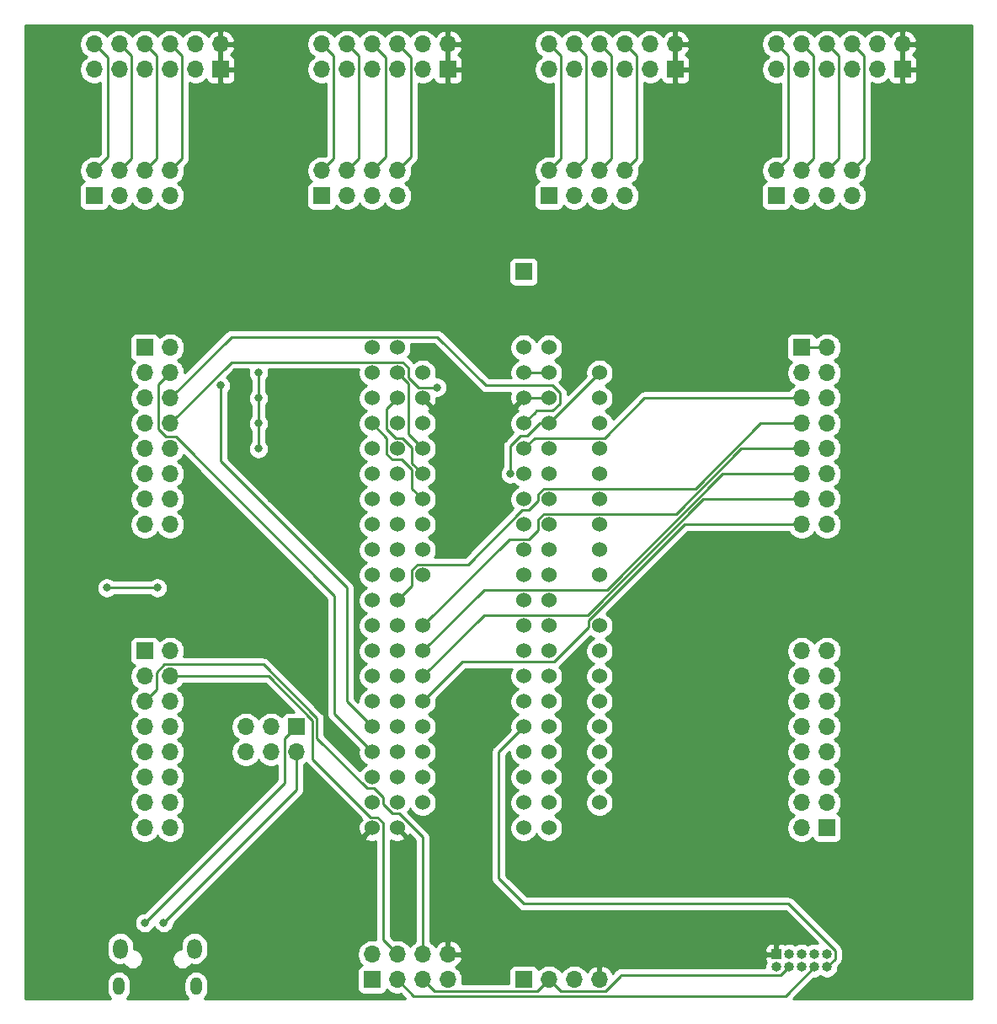
<source format=gbr>
%TF.GenerationSoftware,KiCad,Pcbnew,5.1.10*%
%TF.CreationDate,2021-09-24T20:54:15+02:00*%
%TF.ProjectId,ucdev_board,75636465-765f-4626-9f61-72642e6b6963,rev?*%
%TF.SameCoordinates,Original*%
%TF.FileFunction,Copper,L2,Bot*%
%TF.FilePolarity,Positive*%
%FSLAX46Y46*%
G04 Gerber Fmt 4.6, Leading zero omitted, Abs format (unit mm)*
G04 Created by KiCad (PCBNEW 5.1.10) date 2021-09-24 20:54:15*
%MOMM*%
%LPD*%
G01*
G04 APERTURE LIST*
%TA.AperFunction,ComponentPad*%
%ADD10O,1.150000X1.800000*%
%TD*%
%TA.AperFunction,ComponentPad*%
%ADD11O,1.450000X2.000000*%
%TD*%
%TA.AperFunction,ComponentPad*%
%ADD12O,1.700000X1.700000*%
%TD*%
%TA.AperFunction,ComponentPad*%
%ADD13R,1.700000X1.700000*%
%TD*%
%TA.AperFunction,ComponentPad*%
%ADD14O,1.000000X1.000000*%
%TD*%
%TA.AperFunction,ComponentPad*%
%ADD15R,1.000000X1.000000*%
%TD*%
%TA.AperFunction,ComponentPad*%
%ADD16C,1.524000*%
%TD*%
%TA.AperFunction,ViaPad*%
%ADD17C,0.800000*%
%TD*%
%TA.AperFunction,Conductor*%
%ADD18C,0.250000*%
%TD*%
%TA.AperFunction,Conductor*%
%ADD19C,0.254000*%
%TD*%
%TA.AperFunction,Conductor*%
%ADD20C,0.100000*%
%TD*%
G04 APERTURE END LIST*
D10*
%TO.P,J8,6*%
%TO.N,GND*%
X71185000Y-122600000D03*
X63435000Y-122600000D03*
D11*
X71035000Y-118800000D03*
X63585000Y-118800000D03*
%TD*%
D12*
%TO.P,J7,8*%
%TO.N,PMOD_GPIO8*%
X137160000Y-40640000D03*
%TO.P,J7,7*%
%TO.N,PMOD_GPIO4*%
X137160000Y-43180000D03*
%TO.P,J7,6*%
%TO.N,PMOD_GPIO7*%
X134620000Y-40640000D03*
%TO.P,J7,5*%
%TO.N,PMOD_GPIO3*%
X134620000Y-43180000D03*
%TO.P,J7,4*%
%TO.N,PMOD_GPIO6*%
X132080000Y-40640000D03*
%TO.P,J7,3*%
%TO.N,PMOD_GPIO2*%
X132080000Y-43180000D03*
%TO.P,J7,2*%
%TO.N,PMOD_GPIO5*%
X129540000Y-40640000D03*
D13*
%TO.P,J7,1*%
%TO.N,PMOD_GPIO1*%
X129540000Y-43180000D03*
%TD*%
D12*
%TO.P,J6,8*%
%TO.N,PMOD_UART_GPIO4*%
X114300000Y-40640000D03*
%TO.P,J6,7*%
%TO.N,PMOD_UART_RTS*%
X114300000Y-43180000D03*
%TO.P,J6,6*%
%TO.N,PMOD_UART_GPIO3*%
X111760000Y-40640000D03*
%TO.P,J6,5*%
%TO.N,PMOD_UART_RXD*%
X111760000Y-43180000D03*
%TO.P,J6,4*%
%TO.N,PMOD_UART_GPIO2_RESET*%
X109220000Y-40640000D03*
%TO.P,J6,3*%
%TO.N,PMOD_UART_TXD*%
X109220000Y-43180000D03*
%TO.P,J6,2*%
%TO.N,PMOD_UART_GPIO1_INT*%
X106680000Y-40640000D03*
D13*
%TO.P,J6,1*%
%TO.N,PMOD_UART_CTS*%
X106680000Y-43180000D03*
%TD*%
D12*
%TO.P,J5,8*%
%TO.N,PMOD_SPI_GPIO4_CS3*%
X91440000Y-40640000D03*
%TO.P,J5,7*%
%TO.N,PMOD_SPI_SCK*%
X91440000Y-43180000D03*
%TO.P,J5,6*%
%TO.N,PMOD_SPI_GPIO3_CS2*%
X88900000Y-40640000D03*
%TO.P,J5,5*%
%TO.N,PMOD_SPI_MISO*%
X88900000Y-43180000D03*
%TO.P,J5,4*%
%TO.N,PMOD_SPI_GPIO2_RESET*%
X86360000Y-40640000D03*
%TO.P,J5,3*%
%TO.N,PMOD_SPI_MOSI*%
X86360000Y-43180000D03*
%TO.P,J5,2*%
%TO.N,PMOD_SPI_GPIO1_INT*%
X83820000Y-40640000D03*
D13*
%TO.P,J5,1*%
%TO.N,PMOD_SPI_CS*%
X83820000Y-43180000D03*
%TD*%
D12*
%TO.P,J4,8*%
%TO.N,PMOD_I2C_GPIO4*%
X68580000Y-40640000D03*
%TO.P,J4,7*%
%TO.N,PMOD_I2C_SDA*%
X68580000Y-43180000D03*
%TO.P,J4,6*%
%TO.N,PMOD_I2C_GPIO3*%
X66040000Y-40640000D03*
%TO.P,J4,5*%
%TO.N,PMOD_I2C_SCL*%
X66040000Y-43180000D03*
%TO.P,J4,4*%
%TO.N,PMOD_I2C_GPIO2*%
X63500000Y-40640000D03*
%TO.P,J4,3*%
%TO.N,PMOD_I2C_RESET*%
X63500000Y-43180000D03*
%TO.P,J4,2*%
%TO.N,PMOD_I2C_GPIO1*%
X60960000Y-40640000D03*
D13*
%TO.P,J4,1*%
%TO.N,PMOD_I2C_INT*%
X60960000Y-43180000D03*
%TD*%
D12*
%TO.P,USB_EN1,6*%
%TO.N,IO_A12*%
X76200000Y-99060000D03*
%TO.P,USB_EN1,5*%
%TO.N,IO_A11*%
X76200000Y-96520000D03*
%TO.P,USB_EN1,4*%
%TO.N,A12*%
X78740000Y-99060000D03*
%TO.P,USB_EN1,3*%
%TO.N,A11*%
X78740000Y-96520000D03*
%TO.P,USB_EN1,2*%
%TO.N,USB_D+*%
X81280000Y-99060000D03*
D13*
%TO.P,USB_EN1,1*%
%TO.N,USB_D-*%
X81280000Y-96520000D03*
%TD*%
D12*
%TO.P,PB_LO1,16*%
%TO.N,B7*%
X134620000Y-76200000D03*
%TO.P,PB_LO1,15*%
X132080000Y-76200000D03*
%TO.P,PB_LO1,14*%
%TO.N,B6*%
X134620000Y-73660000D03*
%TO.P,PB_LO1,13*%
X132080000Y-73660000D03*
%TO.P,PB_LO1,12*%
%TO.N,B5*%
X134620000Y-71120000D03*
%TO.P,PB_LO1,11*%
X132080000Y-71120000D03*
%TO.P,PB_LO1,10*%
%TO.N,B4*%
X134620000Y-68580000D03*
%TO.P,PB_LO1,9*%
X132080000Y-68580000D03*
%TO.P,PB_LO1,8*%
%TO.N,B3*%
X134620000Y-66040000D03*
%TO.P,PB_LO1,7*%
X132080000Y-66040000D03*
%TO.P,PB_LO1,6*%
%TO.N,B2*%
X134620000Y-63500000D03*
%TO.P,PB_LO1,5*%
X132080000Y-63500000D03*
%TO.P,PB_LO1,4*%
%TO.N,B1*%
X134620000Y-60960000D03*
%TO.P,PB_LO1,3*%
X132080000Y-60960000D03*
%TO.P,PB_LO1,2*%
%TO.N,B0*%
X134620000Y-58420000D03*
D13*
%TO.P,PB_LO1,1*%
X132080000Y-58420000D03*
%TD*%
D12*
%TO.P,PB_HI1,16*%
%TO.N,B15*%
X68580000Y-76200000D03*
%TO.P,PB_HI1,15*%
X66040000Y-76200000D03*
%TO.P,PB_HI1,14*%
%TO.N,B14*%
X68580000Y-73660000D03*
%TO.P,PB_HI1,13*%
X66040000Y-73660000D03*
%TO.P,PB_HI1,12*%
%TO.N,B13*%
X68580000Y-71120000D03*
%TO.P,PB_HI1,11*%
X66040000Y-71120000D03*
%TO.P,PB_HI1,10*%
%TO.N,B12*%
X68580000Y-68580000D03*
%TO.P,PB_HI1,9*%
X66040000Y-68580000D03*
%TO.P,PB_HI1,8*%
%TO.N,B11*%
X68580000Y-66040000D03*
%TO.P,PB_HI1,7*%
X66040000Y-66040000D03*
%TO.P,PB_HI1,6*%
%TO.N,B10*%
X68580000Y-63500000D03*
%TO.P,PB_HI1,5*%
X66040000Y-63500000D03*
%TO.P,PB_HI1,4*%
%TO.N,B9*%
X68580000Y-60960000D03*
%TO.P,PB_HI1,3*%
X66040000Y-60960000D03*
%TO.P,PB_HI1,2*%
%TO.N,B8*%
X68580000Y-58420000D03*
D13*
%TO.P,PB_HI1,1*%
X66040000Y-58420000D03*
%TD*%
D12*
%TO.P,PA_LO1,16*%
%TO.N,A7*%
X132080000Y-88900000D03*
%TO.P,PA_LO1,15*%
X134620000Y-88900000D03*
%TO.P,PA_LO1,14*%
%TO.N,A6*%
X132080000Y-91440000D03*
%TO.P,PA_LO1,13*%
X134620000Y-91440000D03*
%TO.P,PA_LO1,12*%
%TO.N,A5*%
X132080000Y-93980000D03*
%TO.P,PA_LO1,11*%
X134620000Y-93980000D03*
%TO.P,PA_LO1,10*%
%TO.N,A4*%
X132080000Y-96520000D03*
%TO.P,PA_LO1,9*%
X134620000Y-96520000D03*
%TO.P,PA_LO1,8*%
%TO.N,A3*%
X132080000Y-99060000D03*
%TO.P,PA_LO1,7*%
X134620000Y-99060000D03*
%TO.P,PA_LO1,6*%
%TO.N,A2*%
X132080000Y-101600000D03*
%TO.P,PA_LO1,5*%
X134620000Y-101600000D03*
%TO.P,PA_LO1,4*%
%TO.N,A1*%
X132080000Y-104140000D03*
%TO.P,PA_LO1,3*%
X134620000Y-104140000D03*
%TO.P,PA_LO1,2*%
%TO.N,A0*%
X132080000Y-106680000D03*
D13*
%TO.P,PA_LO1,1*%
X134620000Y-106680000D03*
%TD*%
D12*
%TO.P,PA_HI1,16*%
%TO.N,A15*%
X68580000Y-106680000D03*
%TO.P,PA_HI1,15*%
X66040000Y-106680000D03*
%TO.P,PA_HI1,14*%
%TO.N,N/C*%
X68580000Y-104140000D03*
%TO.P,PA_HI1,13*%
X66040000Y-104140000D03*
%TO.P,PA_HI1,12*%
X68580000Y-101600000D03*
%TO.P,PA_HI1,11*%
X66040000Y-101600000D03*
%TO.P,PA_HI1,10*%
%TO.N,IO_A12*%
X68580000Y-99060000D03*
%TO.P,PA_HI1,9*%
X66040000Y-99060000D03*
%TO.P,PA_HI1,8*%
%TO.N,IO_A11*%
X68580000Y-96520000D03*
%TO.P,PA_HI1,7*%
X66040000Y-96520000D03*
%TO.P,PA_HI1,6*%
%TO.N,A10*%
X68580000Y-93980000D03*
%TO.P,PA_HI1,5*%
X66040000Y-93980000D03*
%TO.P,PA_HI1,4*%
%TO.N,A9*%
X68580000Y-91440000D03*
%TO.P,PA_HI1,3*%
X66040000Y-91440000D03*
%TO.P,PA_HI1,2*%
%TO.N,A8*%
X68580000Y-88900000D03*
D13*
%TO.P,PA_HI1,1*%
X66040000Y-88900000D03*
%TD*%
D14*
%TO.P,JTAG1,10*%
%TO.N,~RST*%
X134620000Y-120650000D03*
%TO.P,JTAG1,9*%
%TO.N,GND*%
X134620000Y-119380000D03*
%TO.P,JTAG1,8*%
%TO.N,JTDI*%
X133350000Y-120650000D03*
%TO.P,JTAG1,7*%
%TO.N,N/C*%
X133350000Y-119380000D03*
%TO.P,JTAG1,6*%
%TO.N,JTDO*%
X132080000Y-120650000D03*
%TO.P,JTAG1,5*%
%TO.N,GND*%
X132080000Y-119380000D03*
%TO.P,JTAG1,4*%
%TO.N,JTCK*%
X130810000Y-120650000D03*
%TO.P,JTAG1,3*%
%TO.N,GND*%
X130810000Y-119380000D03*
%TO.P,JTAG1,2*%
%TO.N,JTMS*%
X129540000Y-120650000D03*
D15*
%TO.P,JTAG1,1*%
%TO.N,3V3*%
X129540000Y-119380000D03*
%TD*%
D12*
%TO.P,PMOD4,12*%
%TO.N,PMOD_GPIO5*%
X129540000Y-27940000D03*
%TO.P,PMOD4,11*%
%TO.N,PMOD_GPIO1*%
X129540000Y-30480000D03*
%TO.P,PMOD4,10*%
%TO.N,PMOD_GPIO6*%
X132080000Y-27940000D03*
%TO.P,PMOD4,9*%
%TO.N,PMOD_GPIO2*%
X132080000Y-30480000D03*
%TO.P,PMOD4,8*%
%TO.N,PMOD_GPIO7*%
X134620000Y-27940000D03*
%TO.P,PMOD4,7*%
%TO.N,PMOD_GPIO3*%
X134620000Y-30480000D03*
%TO.P,PMOD4,6*%
%TO.N,PMOD_GPIO8*%
X137160000Y-27940000D03*
%TO.P,PMOD4,5*%
%TO.N,PMOD_GPIO4*%
X137160000Y-30480000D03*
%TO.P,PMOD4,4*%
%TO.N,GND*%
X139700000Y-27940000D03*
%TO.P,PMOD4,3*%
X139700000Y-30480000D03*
%TO.P,PMOD4,2*%
%TO.N,3V3*%
X142240000Y-27940000D03*
D13*
%TO.P,PMOD4,1*%
X142240000Y-30480000D03*
%TD*%
D12*
%TO.P,PMOD3,12*%
%TO.N,PMOD_UART_GPIO1_INT*%
X106680000Y-27940000D03*
%TO.P,PMOD3,11*%
%TO.N,PMOD_UART_CTS*%
X106680000Y-30480000D03*
%TO.P,PMOD3,10*%
%TO.N,PMOD_UART_GPIO2_RESET*%
X109220000Y-27940000D03*
%TO.P,PMOD3,9*%
%TO.N,PMOD_UART_TXD*%
X109220000Y-30480000D03*
%TO.P,PMOD3,8*%
%TO.N,PMOD_UART_GPIO3*%
X111760000Y-27940000D03*
%TO.P,PMOD3,7*%
%TO.N,PMOD_UART_RXD*%
X111760000Y-30480000D03*
%TO.P,PMOD3,6*%
%TO.N,PMOD_UART_GPIO4*%
X114300000Y-27940000D03*
%TO.P,PMOD3,5*%
%TO.N,PMOD_UART_RTS*%
X114300000Y-30480000D03*
%TO.P,PMOD3,4*%
%TO.N,GND*%
X116840000Y-27940000D03*
%TO.P,PMOD3,3*%
X116840000Y-30480000D03*
%TO.P,PMOD3,2*%
%TO.N,3V3*%
X119380000Y-27940000D03*
D13*
%TO.P,PMOD3,1*%
X119380000Y-30480000D03*
%TD*%
D12*
%TO.P,PMOD2,12*%
%TO.N,PMOD_SPI_GPIO1_INT*%
X83820000Y-27940000D03*
%TO.P,PMOD2,11*%
%TO.N,PMOD_SPI_CS*%
X83820000Y-30480000D03*
%TO.P,PMOD2,10*%
%TO.N,PMOD_SPI_GPIO2_RESET*%
X86360000Y-27940000D03*
%TO.P,PMOD2,9*%
%TO.N,PMOD_SPI_MOSI*%
X86360000Y-30480000D03*
%TO.P,PMOD2,8*%
%TO.N,PMOD_SPI_GPIO3_CS2*%
X88900000Y-27940000D03*
%TO.P,PMOD2,7*%
%TO.N,PMOD_SPI_MISO*%
X88900000Y-30480000D03*
%TO.P,PMOD2,6*%
%TO.N,PMOD_SPI_GPIO4_CS3*%
X91440000Y-27940000D03*
%TO.P,PMOD2,5*%
%TO.N,PMOD_SPI_SCK*%
X91440000Y-30480000D03*
%TO.P,PMOD2,4*%
%TO.N,GND*%
X93980000Y-27940000D03*
%TO.P,PMOD2,3*%
X93980000Y-30480000D03*
%TO.P,PMOD2,2*%
%TO.N,3V3*%
X96520000Y-27940000D03*
D13*
%TO.P,PMOD2,1*%
X96520000Y-30480000D03*
%TD*%
D12*
%TO.P,PMOD1,12*%
%TO.N,PMOD_I2C_GPIO1*%
X60960000Y-27940000D03*
%TO.P,PMOD1,11*%
%TO.N,PMOD_I2C_INT*%
X60960000Y-30480000D03*
%TO.P,PMOD1,10*%
%TO.N,PMOD_I2C_GPIO2*%
X63500000Y-27940000D03*
%TO.P,PMOD1,9*%
%TO.N,PMOD_I2C_RESET*%
X63500000Y-30480000D03*
%TO.P,PMOD1,8*%
%TO.N,PMOD_I2C_GPIO3*%
X66040000Y-27940000D03*
%TO.P,PMOD1,7*%
%TO.N,PMOD_I2C_SCL*%
X66040000Y-30480000D03*
%TO.P,PMOD1,6*%
%TO.N,PMOD_I2C_GPIO4*%
X68580000Y-27940000D03*
%TO.P,PMOD1,5*%
%TO.N,PMOD_I2C_SDA*%
X68580000Y-30480000D03*
%TO.P,PMOD1,4*%
%TO.N,GND*%
X71120000Y-27940000D03*
%TO.P,PMOD1,3*%
X71120000Y-30480000D03*
%TO.P,PMOD1,2*%
%TO.N,3V3*%
X73660000Y-27940000D03*
D13*
%TO.P,PMOD1,1*%
X73660000Y-30480000D03*
%TD*%
D12*
%TO.P,J3,8*%
%TO.N,3V3*%
X96520000Y-119380000D03*
%TO.P,J3,7*%
%TO.N,JTMS*%
X96520000Y-121920000D03*
%TO.P,J3,6*%
%TO.N,A10*%
X93980000Y-119380000D03*
%TO.P,J3,5*%
%TO.N,JTCK*%
X93980000Y-121920000D03*
%TO.P,J3,4*%
%TO.N,A9*%
X91440000Y-119380000D03*
%TO.P,J3,3*%
%TO.N,JTDI*%
X91440000Y-121920000D03*
%TO.P,J3,2*%
%TO.N,GND*%
X88900000Y-119380000D03*
D13*
%TO.P,J3,1*%
%TO.N,JTDO*%
X88900000Y-121920000D03*
%TD*%
D12*
%TO.P,J2,4*%
%TO.N,3V3*%
X111760000Y-121920000D03*
%TO.P,J2,3*%
%TO.N,JTMS*%
X109220000Y-121920000D03*
%TO.P,J2,2*%
%TO.N,JTCK*%
X106680000Y-121920000D03*
D13*
%TO.P,J2,1*%
%TO.N,GND*%
X104140000Y-121920000D03*
%TD*%
%TO.P,J1,1*%
%TO.N,B2*%
X104140000Y-50800000D03*
%TD*%
D16*
%TO.P,U3,1*%
%TO.N,~RST*%
X111760000Y-60960000D03*
%TO.P,U3,2*%
%TO.N,B11*%
X111760000Y-63500000D03*
%TO.P,U3,3*%
%TO.N,B10*%
X111760000Y-66040000D03*
%TO.P,U3,4*%
%TO.N,B1*%
X111760000Y-68580000D03*
%TO.P,U3,5*%
%TO.N,B0*%
X111760000Y-71120000D03*
%TO.P,U3,6*%
%TO.N,A7*%
X111760000Y-73660000D03*
%TO.P,U3,7*%
%TO.N,A6*%
X111760000Y-76200000D03*
%TO.P,U3,8*%
%TO.N,A5*%
X111760000Y-78740000D03*
%TO.P,U3,9*%
%TO.N,A4*%
X111760000Y-81280000D03*
%TO.P,U3,10*%
%TO.N,A3*%
X111760000Y-86360000D03*
%TO.P,U3,11*%
%TO.N,A2*%
X111760000Y-88900000D03*
%TO.P,U3,12*%
%TO.N,A1*%
X111760000Y-91440000D03*
%TO.P,U3,13*%
%TO.N,A0*%
X111760000Y-93980000D03*
%TO.P,U3,14*%
%TO.N,C13*%
X111760000Y-96520000D03*
%TO.P,U3,15*%
%TO.N,N/C*%
X111760000Y-99060000D03*
%TO.P,U3,16*%
X111760000Y-101600000D03*
%TO.P,U3,17*%
%TO.N,VB*%
X111760000Y-104140000D03*
%TO.P,U3,18*%
%TO.N,GND*%
X93980000Y-104140000D03*
%TO.P,U3,19*%
X93980000Y-101600000D03*
%TO.P,U3,21*%
%TO.N,B8*%
X93980000Y-96520000D03*
%TO.P,U3,22*%
%TO.N,B7*%
X93980000Y-93980000D03*
%TO.P,U3,23*%
%TO.N,B6*%
X93980000Y-91440000D03*
%TO.P,U3,24*%
%TO.N,B5*%
X93980000Y-88900000D03*
%TO.P,U3,25*%
%TO.N,B4*%
X93980000Y-86360000D03*
%TO.P,U3,26*%
%TO.N,A12*%
X93980000Y-81280000D03*
%TO.P,U3,27*%
%TO.N,A11*%
X93980000Y-78740000D03*
%TO.P,U3,28*%
%TO.N,A8*%
X93980000Y-76200000D03*
%TO.P,U3,29*%
%TO.N,B15*%
X93980000Y-73660000D03*
%TO.P,U3,30*%
%TO.N,B14*%
X93980000Y-71120000D03*
%TO.P,U3,31*%
%TO.N,B13*%
X93980000Y-68580000D03*
%TO.P,U3,32*%
%TO.N,B12*%
X93980000Y-66040000D03*
%TO.P,U3,33*%
%TO.N,3V3*%
X93980000Y-63500000D03*
%TO.P,U3,34*%
%TO.N,5V*%
X93980000Y-60960000D03*
%TO.P,U3,20*%
%TO.N,B9*%
X93980000Y-99060000D03*
%TD*%
%TO.P,U1,1*%
%TO.N,N/C*%
X106680000Y-58420000D03*
%TO.P,U1,2*%
%TO.N,GND*%
X106680000Y-60960000D03*
%TO.P,U1,3*%
%TO.N,3V3*%
X106680000Y-63500000D03*
%TO.P,U1,4*%
%TO.N,~RST*%
X106680000Y-66040000D03*
%TO.P,U1,5*%
%TO.N,B11*%
X106680000Y-68580000D03*
%TO.P,U1,6*%
%TO.N,B10*%
X106680000Y-71120000D03*
%TO.P,U1,7*%
%TO.N,B1*%
X106680000Y-73660000D03*
%TO.P,U1,8*%
%TO.N,B0*%
X106680000Y-76200000D03*
%TO.P,U1,9*%
%TO.N,A7*%
X106680000Y-78740000D03*
%TO.P,U1,10*%
%TO.N,A6*%
X106680000Y-81280000D03*
%TO.P,U1,11*%
%TO.N,A5*%
X106680000Y-83820000D03*
%TO.P,U1,12*%
%TO.N,A4*%
X106680000Y-86360000D03*
%TO.P,U1,13*%
%TO.N,A3*%
X106680000Y-88900000D03*
%TO.P,U1,14*%
%TO.N,A2*%
X106680000Y-91440000D03*
%TO.P,U1,15*%
%TO.N,A1*%
X106680000Y-93980000D03*
%TO.P,U1,16*%
%TO.N,A0*%
X106680000Y-96520000D03*
%TO.P,U1,17*%
%TO.N,N/C*%
X106680000Y-99060000D03*
%TO.P,U1,18*%
X106680000Y-101600000D03*
%TO.P,U1,19*%
%TO.N,C13*%
X106680000Y-104140000D03*
%TO.P,U1,20*%
%TO.N,VB*%
X106680000Y-106680000D03*
%TO.P,U1,21*%
%TO.N,3V3*%
X91440000Y-106680000D03*
%TO.P,U1,22*%
%TO.N,GND*%
X91440000Y-104140000D03*
%TO.P,U1,23*%
%TO.N,5V*%
X91440000Y-101600000D03*
%TO.P,U1,24*%
%TO.N,B9*%
X91440000Y-99060000D03*
%TO.P,U1,25*%
%TO.N,B8*%
X91440000Y-96520000D03*
%TO.P,U1,26*%
%TO.N,B7*%
X91440000Y-93980000D03*
%TO.P,U1,27*%
%TO.N,B6*%
X91440000Y-91440000D03*
%TO.P,U1,28*%
%TO.N,B5*%
X91440000Y-88900000D03*
%TO.P,U1,29*%
%TO.N,B4*%
X91440000Y-86360000D03*
%TO.P,U1,30*%
%TO.N,B3*%
X91440000Y-83820000D03*
%TO.P,U1,31*%
%TO.N,A15*%
X91440000Y-81280000D03*
%TO.P,U1,32*%
%TO.N,A12*%
X91440000Y-78740000D03*
%TO.P,U1,33*%
%TO.N,A11*%
X91440000Y-76200000D03*
%TO.P,U1,34*%
%TO.N,A10*%
X91440000Y-73660000D03*
%TO.P,U1,35*%
%TO.N,A9*%
X91440000Y-71120000D03*
%TO.P,U1,36*%
%TO.N,A8*%
X91440000Y-68580000D03*
%TO.P,U1,37*%
%TO.N,B15*%
X91440000Y-66040000D03*
%TO.P,U1,38*%
%TO.N,B14*%
X91440000Y-63500000D03*
%TO.P,U1,39*%
%TO.N,B13*%
X91440000Y-60960000D03*
%TO.P,U1,40*%
%TO.N,B12*%
X91440000Y-58420000D03*
%TD*%
%TO.P,U2,1*%
%TO.N,5V*%
X104140000Y-58420000D03*
%TO.P,U2,2*%
%TO.N,GND*%
X104140000Y-60960000D03*
%TO.P,U2,3*%
%TO.N,3V3*%
X104140000Y-63500000D03*
%TO.P,U2,4*%
%TO.N,B10*%
X104140000Y-66040000D03*
%TO.P,U2,5*%
%TO.N,B2*%
X104140000Y-68580000D03*
%TO.P,U2,6*%
%TO.N,B1*%
X104140000Y-71120000D03*
%TO.P,U2,7*%
%TO.N,B0*%
X104140000Y-73660000D03*
%TO.P,U2,8*%
%TO.N,A7*%
X104140000Y-76200000D03*
%TO.P,U2,9*%
%TO.N,A6*%
X104140000Y-78740000D03*
%TO.P,U2,10*%
%TO.N,A5*%
X104140000Y-81280000D03*
%TO.P,U2,11*%
%TO.N,A4*%
X104140000Y-83820000D03*
%TO.P,U2,12*%
%TO.N,A3*%
X104140000Y-86360000D03*
%TO.P,U2,13*%
%TO.N,A2*%
X104140000Y-88900000D03*
%TO.P,U2,14*%
%TO.N,A1*%
X104140000Y-91440000D03*
%TO.P,U2,15*%
%TO.N,A0*%
X104140000Y-93980000D03*
%TO.P,U2,16*%
%TO.N,~RST*%
X104140000Y-96520000D03*
%TO.P,U2,17*%
%TO.N,N/C*%
X104140000Y-99060000D03*
%TO.P,U2,18*%
X104140000Y-101600000D03*
%TO.P,U2,19*%
%TO.N,C13*%
X104140000Y-104140000D03*
%TO.P,U2,20*%
%TO.N,VB*%
X104140000Y-106680000D03*
%TO.P,U2,21*%
%TO.N,3V3*%
X88900000Y-106680000D03*
%TO.P,U2,22*%
%TO.N,GND*%
X88900000Y-104140000D03*
%TO.P,U2,23*%
%TO.N,5V*%
X88900000Y-101600000D03*
%TO.P,U2,24*%
%TO.N,B9*%
X88900000Y-99060000D03*
%TO.P,U2,25*%
%TO.N,B8*%
X88900000Y-96520000D03*
%TO.P,U2,26*%
%TO.N,B7*%
X88900000Y-93980000D03*
%TO.P,U2,27*%
%TO.N,B6*%
X88900000Y-91440000D03*
%TO.P,U2,28*%
%TO.N,B5*%
X88900000Y-88900000D03*
%TO.P,U2,29*%
%TO.N,B4*%
X88900000Y-86360000D03*
%TO.P,U2,30*%
%TO.N,B3*%
X88900000Y-83820000D03*
%TO.P,U2,31*%
%TO.N,A15*%
X88900000Y-81280000D03*
%TO.P,U2,32*%
%TO.N,A12*%
X88900000Y-78740000D03*
%TO.P,U2,33*%
%TO.N,A11*%
X88900000Y-76200000D03*
%TO.P,U2,34*%
%TO.N,A10*%
X88900000Y-73660000D03*
%TO.P,U2,35*%
%TO.N,A9*%
X88900000Y-71120000D03*
%TO.P,U2,36*%
%TO.N,A8*%
X88900000Y-68580000D03*
%TO.P,U2,37*%
%TO.N,B15*%
X88900000Y-66040000D03*
%TO.P,U2,38*%
%TO.N,B14*%
X88900000Y-63500000D03*
%TO.P,U2,39*%
%TO.N,B13*%
X88900000Y-60960000D03*
%TO.P,U2,40*%
%TO.N,B12*%
X88900000Y-58420000D03*
%TD*%
D17*
%TO.N,B8*%
X73660000Y-62230000D03*
%TO.N,GND*%
X77470000Y-60960000D03*
X77470000Y-63500000D03*
X77470000Y-66040000D03*
X77470000Y-68580000D03*
X67310000Y-82550000D03*
X62230000Y-82550000D03*
%TO.N,3V3*%
X109220000Y-60960000D03*
X91440000Y-111760000D03*
X87630000Y-111760000D03*
X76200000Y-76200000D03*
X78740000Y-73660000D03*
X96520000Y-111760000D03*
%TO.N,B11*%
X95432999Y-62412999D03*
%TO.N,~RST*%
X102777997Y-71120000D03*
%TO.N,USB_D+*%
X67945000Y-116205000D03*
%TO.N,USB_D-*%
X66040000Y-116205000D03*
%TD*%
D18*
%TO.N,B13*%
X92527001Y-67127001D02*
X93980000Y-68580000D01*
X92527001Y-62047001D02*
X92527001Y-67127001D01*
X91440000Y-60960000D02*
X92527001Y-62047001D01*
%TO.N,B14*%
X92892999Y-70032999D02*
X93980000Y-71120000D01*
X92892999Y-68424237D02*
X92892999Y-70032999D01*
X91284237Y-67492999D02*
X91961761Y-67492999D01*
X90352999Y-66561761D02*
X91284237Y-67492999D01*
X90352999Y-64587001D02*
X90352999Y-66561761D01*
X91961761Y-67492999D02*
X92892999Y-68424237D01*
X91440000Y-63500000D02*
X90352999Y-64587001D01*
%TO.N,B15*%
X92892999Y-72572999D02*
X93980000Y-73660000D01*
X92892999Y-70669409D02*
X92892999Y-72572999D01*
X90352999Y-69101761D02*
X90918239Y-69667001D01*
X90918239Y-69667001D02*
X91890591Y-69667001D01*
X90352999Y-67492999D02*
X90352999Y-69101761D01*
X91890591Y-69667001D02*
X92892999Y-70669409D01*
X88900000Y-66040000D02*
X90352999Y-67492999D01*
%TO.N,A9*%
X78485002Y-91440000D02*
X68580000Y-91440000D01*
X82905011Y-95860009D02*
X78485002Y-91440000D01*
X82905011Y-99753773D02*
X82905011Y-95860009D01*
X88744237Y-105592999D02*
X82905011Y-99753773D01*
X89421761Y-105592999D02*
X88744237Y-105592999D01*
X89987001Y-106158239D02*
X89421761Y-105592999D01*
X89987001Y-117927001D02*
X89987001Y-106158239D01*
X91440000Y-119380000D02*
X89987001Y-117927001D01*
%TO.N,A10*%
X67215001Y-92804999D02*
X66040000Y-93980000D01*
X67215001Y-91065997D02*
X67215001Y-92804999D01*
X77946411Y-90264999D02*
X68015999Y-90264999D01*
X83355020Y-95673608D02*
X77946411Y-90264999D01*
X83355021Y-97663783D02*
X83355020Y-95673608D01*
X68015999Y-90264999D02*
X67215001Y-91065997D01*
X88378239Y-102687001D02*
X83355021Y-97663783D01*
X89055763Y-102687001D02*
X88378239Y-102687001D01*
X89987001Y-103618239D02*
X89055763Y-102687001D01*
X89987001Y-104295763D02*
X89987001Y-103618239D01*
X90918239Y-105227001D02*
X89987001Y-104295763D01*
X91595763Y-105227001D02*
X90918239Y-105227001D01*
X93980000Y-107611238D02*
X91595763Y-105227001D01*
X93980000Y-119380000D02*
X93980000Y-107611238D01*
%TO.N,B3*%
X127925598Y-66040000D02*
X132080000Y-66040000D01*
X105592999Y-73138239D02*
X106158239Y-72572999D01*
X105592999Y-73815763D02*
X105592999Y-73138239D01*
X104661761Y-74747001D02*
X105592999Y-73815763D01*
X106158239Y-72572999D02*
X121392599Y-72572999D01*
X103984237Y-74747001D02*
X104661761Y-74747001D01*
X98538239Y-80192999D02*
X103984237Y-74747001D01*
X121392599Y-72572999D02*
X127925598Y-66040000D01*
X93458239Y-80192999D02*
X98538239Y-80192999D01*
X92892999Y-82367001D02*
X92892999Y-80758239D01*
X92892999Y-80758239D02*
X93458239Y-80192999D01*
X91440000Y-83820000D02*
X92892999Y-82367001D01*
%TO.N,B4*%
X126022008Y-68580000D02*
X132080000Y-68580000D01*
X119489009Y-75112999D02*
X126022008Y-68580000D01*
X105592999Y-75678239D02*
X106158239Y-75112999D01*
X106158239Y-75112999D02*
X119489009Y-75112999D01*
X105592999Y-76721761D02*
X105592999Y-75678239D01*
X104661761Y-77652999D02*
X105592999Y-76721761D01*
X102687001Y-77652999D02*
X104661761Y-77652999D01*
X93980000Y-86360000D02*
X102687001Y-77652999D01*
%TO.N,B5*%
X112505419Y-82732999D02*
X124118418Y-71120000D01*
X100147001Y-82732999D02*
X112505419Y-82732999D01*
X124118418Y-71120000D02*
X132080000Y-71120000D01*
X93980000Y-88900000D02*
X100147001Y-82732999D01*
%TO.N,B6*%
X122214828Y-73660000D02*
X132080000Y-73660000D01*
X100147001Y-85272999D02*
X110601829Y-85272999D01*
X110601829Y-85272999D02*
X122214828Y-73660000D01*
X93980000Y-91440000D02*
X100147001Y-85272999D01*
%TO.N,B7*%
X120311238Y-76200000D02*
X132080000Y-76200000D01*
X110672999Y-85838239D02*
X120311238Y-76200000D01*
X107201761Y-89987001D02*
X110672999Y-86515763D01*
X97972999Y-89987001D02*
X107201761Y-89987001D01*
X110672999Y-86515763D02*
X110672999Y-85838239D01*
X93980000Y-93980000D02*
X97972999Y-89987001D01*
%TO.N,B8*%
X88900000Y-96520000D02*
X86360000Y-93980000D01*
X86360000Y-93980000D02*
X86360000Y-82550000D01*
X73660000Y-62230000D02*
X73660000Y-69850000D01*
X73660000Y-69850000D02*
X86360000Y-82550000D01*
%TO.N,B9*%
X68205997Y-67404999D02*
X69144001Y-67404999D01*
X67404999Y-66604001D02*
X68205997Y-67404999D01*
X67404999Y-62135001D02*
X67404999Y-66604001D01*
X69144001Y-67404999D02*
X85090000Y-83350998D01*
X68580000Y-60960000D02*
X67404999Y-62135001D01*
X85090000Y-95250000D02*
X88900000Y-99060000D01*
X85090000Y-83350998D02*
X85090000Y-95250000D01*
%TO.N,GND*%
X106680000Y-60960000D02*
X104140000Y-60960000D01*
X77470000Y-66040000D02*
X77470000Y-63500000D01*
X77470000Y-63500000D02*
X77470000Y-60960000D01*
X62230000Y-82550000D02*
X67310000Y-82550000D01*
X77470000Y-68580000D02*
X77470000Y-66040000D01*
%TO.N,3V3*%
X106680000Y-63500000D02*
X104140000Y-63500000D01*
%TO.N,B0*%
X134620000Y-58420000D02*
X132080000Y-58420000D01*
%TO.N,B10*%
X105227001Y-64952999D02*
X104140000Y-66040000D01*
X105410000Y-64770000D02*
X105227001Y-64952999D01*
X107767001Y-64021761D02*
X107018762Y-64770000D01*
X107767001Y-62978239D02*
X107767001Y-64021761D01*
X107018762Y-62230000D02*
X107767001Y-62978239D01*
X95432999Y-57332999D02*
X100330000Y-62230000D01*
X107018762Y-64770000D02*
X105410000Y-64770000D01*
X74747001Y-57332999D02*
X95432999Y-57332999D01*
X100330000Y-62230000D02*
X107018762Y-62230000D01*
X68580000Y-63500000D02*
X74747001Y-57332999D01*
%TO.N,B11*%
X92527001Y-61410591D02*
X93529409Y-62412999D01*
X92527001Y-60438239D02*
X92527001Y-61410591D01*
X91961761Y-59872999D02*
X92527001Y-60438239D01*
X74747001Y-59872999D02*
X91961761Y-59872999D01*
X68580000Y-66040000D02*
X74747001Y-59872999D01*
X93529409Y-62412999D02*
X95432999Y-62412999D01*
%TO.N,~RST*%
X106680000Y-66040000D02*
X111760000Y-60960000D01*
X104478762Y-67310000D02*
X105748762Y-66040000D01*
X103801238Y-67310000D02*
X104478762Y-67310000D01*
X102777997Y-68333241D02*
X103801238Y-67310000D01*
X105748762Y-66040000D02*
X106680000Y-66040000D01*
X102777997Y-71120000D02*
X102777997Y-68333241D01*
X135445001Y-118983999D02*
X130761002Y-114300000D01*
X135445001Y-119824999D02*
X135445001Y-118983999D01*
X134620000Y-120650000D02*
X135445001Y-119824999D01*
X130761002Y-114300000D02*
X104140000Y-114300000D01*
X104140000Y-114300000D02*
X101600000Y-111760000D01*
X101600000Y-99060000D02*
X104140000Y-96520000D01*
X101600000Y-111760000D02*
X101600000Y-99060000D01*
%TO.N,B2*%
X105227001Y-67492999D02*
X104140000Y-68580000D01*
X112281761Y-67492999D02*
X105227001Y-67492999D01*
X116274760Y-63500000D02*
X112281761Y-67492999D01*
X132080000Y-63500000D02*
X116274760Y-63500000D01*
%TO.N,PMOD_I2C_GPIO4*%
X69755001Y-29115001D02*
X68580000Y-27940000D01*
X69755001Y-39464999D02*
X69755001Y-29115001D01*
X68580000Y-40640000D02*
X69755001Y-39464999D01*
%TO.N,PMOD_I2C_GPIO3*%
X67215001Y-29115001D02*
X66040000Y-27940000D01*
X67215001Y-39464999D02*
X67215001Y-29115001D01*
X66040000Y-40640000D02*
X67215001Y-39464999D01*
%TO.N,PMOD_I2C_GPIO2*%
X64675001Y-29115001D02*
X63500000Y-27940000D01*
X64675001Y-39464999D02*
X64675001Y-29115001D01*
X63500000Y-40640000D02*
X64675001Y-39464999D01*
%TO.N,PMOD_I2C_GPIO1*%
X62324999Y-29304999D02*
X60960000Y-27940000D01*
X62324999Y-39275001D02*
X62324999Y-29304999D01*
X60960000Y-40640000D02*
X62324999Y-39275001D01*
%TO.N,PMOD_SPI_GPIO4_CS3*%
X92804999Y-39275001D02*
X92804999Y-29304999D01*
X92804999Y-29304999D02*
X91440000Y-27940000D01*
X91440000Y-40640000D02*
X92804999Y-39275001D01*
%TO.N,PMOD_SPI_GPIO3_CS2*%
X90264999Y-29304999D02*
X88900000Y-27940000D01*
X90264999Y-39275001D02*
X90264999Y-29304999D01*
X88900000Y-40640000D02*
X90264999Y-39275001D01*
%TO.N,PMOD_SPI_GPIO2_RESET*%
X87535001Y-29115001D02*
X86360000Y-27940000D01*
X87535001Y-39464999D02*
X87535001Y-29115001D01*
X86360000Y-40640000D02*
X87535001Y-39464999D01*
%TO.N,PMOD_SPI_GPIO1_INT*%
X84995001Y-29115001D02*
X83820000Y-27940000D01*
X84995001Y-39464999D02*
X84995001Y-29115001D01*
X83820000Y-40640000D02*
X84995001Y-39464999D01*
%TO.N,PMOD_UART_GPIO4*%
X115475001Y-29115001D02*
X114300000Y-27940000D01*
X115475001Y-39464999D02*
X115475001Y-29115001D01*
X114300000Y-40640000D02*
X115475001Y-39464999D01*
%TO.N,PMOD_UART_GPIO3*%
X112935001Y-39464999D02*
X112935001Y-29115001D01*
X112935001Y-29115001D02*
X111760000Y-27940000D01*
X111760000Y-40640000D02*
X112935001Y-39464999D01*
%TO.N,PMOD_UART_GPIO2_RESET*%
X110395001Y-29115001D02*
X109220000Y-27940000D01*
X110395001Y-39464999D02*
X110395001Y-29115001D01*
X109220000Y-40640000D02*
X110395001Y-39464999D01*
%TO.N,PMOD_UART_GPIO1_INT*%
X107855001Y-29115001D02*
X106680000Y-27940000D01*
X107855001Y-39464999D02*
X107855001Y-29115001D01*
X106680000Y-40640000D02*
X107855001Y-39464999D01*
%TO.N,PMOD_GPIO8*%
X138335001Y-29115001D02*
X137160000Y-27940000D01*
X138335001Y-39464999D02*
X138335001Y-29115001D01*
X137160000Y-40640000D02*
X138335001Y-39464999D01*
%TO.N,PMOD_GPIO7*%
X135795001Y-29115001D02*
X134620000Y-27940000D01*
X135795001Y-39464999D02*
X135795001Y-29115001D01*
X134620000Y-40640000D02*
X135795001Y-39464999D01*
%TO.N,PMOD_GPIO6*%
X133255001Y-29115001D02*
X132080000Y-27940000D01*
X133255001Y-39464999D02*
X133255001Y-29115001D01*
X132080000Y-40640000D02*
X133255001Y-39464999D01*
%TO.N,PMOD_GPIO5*%
X130715001Y-39464999D02*
X130715001Y-29115001D01*
X129540000Y-40640000D02*
X130715001Y-39464999D01*
X130715001Y-29115001D02*
X129540000Y-27940000D01*
%TO.N,JTCK*%
X105504999Y-123095001D02*
X106680000Y-121920000D01*
X95155001Y-123095001D02*
X105504999Y-123095001D01*
X93980000Y-121920000D02*
X95155001Y-123095001D01*
X130810000Y-120650000D02*
X129984999Y-121475001D01*
X112324001Y-123095001D02*
X113855001Y-121564001D01*
X107855001Y-123095001D02*
X112324001Y-123095001D01*
X106680000Y-121920000D02*
X107855001Y-123095001D01*
X113855001Y-121564001D02*
X113855001Y-121475001D01*
X129984999Y-121475001D02*
X113855001Y-121475001D01*
%TO.N,JTDI*%
X130454990Y-123545010D02*
X133350000Y-120650000D01*
X93065010Y-123545010D02*
X130454990Y-123545010D01*
X91440000Y-121920000D02*
X93065010Y-123545010D01*
%TO.N,USB_D+*%
X81280000Y-99060000D02*
X81280000Y-102870000D01*
X67945000Y-116205000D02*
X81280000Y-102870000D01*
%TO.N,USB_D-*%
X80104999Y-102140001D02*
X79692500Y-102552500D01*
X80104999Y-97695001D02*
X80104999Y-102140001D01*
X81280000Y-96520000D02*
X80104999Y-97695001D01*
X66040000Y-116205000D02*
X79692500Y-102552500D01*
%TD*%
D19*
%TO.N,3V3*%
X149200001Y-123800000D02*
X131274801Y-123800000D01*
X133289803Y-121785000D01*
X133461788Y-121785000D01*
X133681067Y-121741383D01*
X133887624Y-121655824D01*
X133985000Y-121590759D01*
X134082376Y-121655824D01*
X134288933Y-121741383D01*
X134508212Y-121785000D01*
X134731788Y-121785000D01*
X134951067Y-121741383D01*
X135157624Y-121655824D01*
X135343520Y-121531612D01*
X135501612Y-121373520D01*
X135625824Y-121187624D01*
X135711383Y-120981067D01*
X135755000Y-120761788D01*
X135755000Y-120589802D01*
X135956005Y-120388797D01*
X135985002Y-120365000D01*
X136079975Y-120249275D01*
X136150547Y-120117246D01*
X136194004Y-119973985D01*
X136205001Y-119862332D01*
X136205001Y-119862331D01*
X136208678Y-119824999D01*
X136205001Y-119787666D01*
X136205001Y-119021322D01*
X136208677Y-118983999D01*
X136205001Y-118946676D01*
X136205001Y-118946666D01*
X136194004Y-118835013D01*
X136150547Y-118691752D01*
X136142129Y-118676004D01*
X136079975Y-118559722D01*
X136008800Y-118472996D01*
X135985002Y-118443998D01*
X135956004Y-118420200D01*
X131324806Y-113789003D01*
X131301003Y-113759999D01*
X131185278Y-113665026D01*
X131053249Y-113594454D01*
X130909988Y-113550997D01*
X130798335Y-113540000D01*
X130798324Y-113540000D01*
X130761002Y-113536324D01*
X130723680Y-113540000D01*
X104454803Y-113540000D01*
X102360000Y-111445199D01*
X102360000Y-99374801D01*
X102743000Y-98991801D01*
X102743000Y-99197592D01*
X102796686Y-99467490D01*
X102901995Y-99721727D01*
X103054880Y-99950535D01*
X103249465Y-100145120D01*
X103478273Y-100298005D01*
X103555515Y-100330000D01*
X103478273Y-100361995D01*
X103249465Y-100514880D01*
X103054880Y-100709465D01*
X102901995Y-100938273D01*
X102796686Y-101192510D01*
X102743000Y-101462408D01*
X102743000Y-101737592D01*
X102796686Y-102007490D01*
X102901995Y-102261727D01*
X103054880Y-102490535D01*
X103249465Y-102685120D01*
X103478273Y-102838005D01*
X103555515Y-102870000D01*
X103478273Y-102901995D01*
X103249465Y-103054880D01*
X103054880Y-103249465D01*
X102901995Y-103478273D01*
X102796686Y-103732510D01*
X102743000Y-104002408D01*
X102743000Y-104277592D01*
X102796686Y-104547490D01*
X102901995Y-104801727D01*
X103054880Y-105030535D01*
X103249465Y-105225120D01*
X103478273Y-105378005D01*
X103555515Y-105410000D01*
X103478273Y-105441995D01*
X103249465Y-105594880D01*
X103054880Y-105789465D01*
X102901995Y-106018273D01*
X102796686Y-106272510D01*
X102743000Y-106542408D01*
X102743000Y-106817592D01*
X102796686Y-107087490D01*
X102901995Y-107341727D01*
X103054880Y-107570535D01*
X103249465Y-107765120D01*
X103478273Y-107918005D01*
X103732510Y-108023314D01*
X104002408Y-108077000D01*
X104277592Y-108077000D01*
X104547490Y-108023314D01*
X104801727Y-107918005D01*
X105030535Y-107765120D01*
X105225120Y-107570535D01*
X105378005Y-107341727D01*
X105410000Y-107264485D01*
X105441995Y-107341727D01*
X105594880Y-107570535D01*
X105789465Y-107765120D01*
X106018273Y-107918005D01*
X106272510Y-108023314D01*
X106542408Y-108077000D01*
X106817592Y-108077000D01*
X107087490Y-108023314D01*
X107341727Y-107918005D01*
X107570535Y-107765120D01*
X107765120Y-107570535D01*
X107918005Y-107341727D01*
X108023314Y-107087490D01*
X108077000Y-106817592D01*
X108077000Y-106542408D01*
X108023314Y-106272510D01*
X107918005Y-106018273D01*
X107765120Y-105789465D01*
X107570535Y-105594880D01*
X107341727Y-105441995D01*
X107264485Y-105410000D01*
X107341727Y-105378005D01*
X107570535Y-105225120D01*
X107765120Y-105030535D01*
X107918005Y-104801727D01*
X108023314Y-104547490D01*
X108077000Y-104277592D01*
X108077000Y-104002408D01*
X108023314Y-103732510D01*
X107918005Y-103478273D01*
X107765120Y-103249465D01*
X107570535Y-103054880D01*
X107341727Y-102901995D01*
X107264485Y-102870000D01*
X107341727Y-102838005D01*
X107570535Y-102685120D01*
X107765120Y-102490535D01*
X107918005Y-102261727D01*
X108023314Y-102007490D01*
X108077000Y-101737592D01*
X108077000Y-101462408D01*
X108023314Y-101192510D01*
X107918005Y-100938273D01*
X107765120Y-100709465D01*
X107570535Y-100514880D01*
X107341727Y-100361995D01*
X107264485Y-100330000D01*
X107341727Y-100298005D01*
X107570535Y-100145120D01*
X107765120Y-99950535D01*
X107918005Y-99721727D01*
X108023314Y-99467490D01*
X108077000Y-99197592D01*
X108077000Y-98922408D01*
X108023314Y-98652510D01*
X107918005Y-98398273D01*
X107765120Y-98169465D01*
X107570535Y-97974880D01*
X107341727Y-97821995D01*
X107264485Y-97790000D01*
X107341727Y-97758005D01*
X107570535Y-97605120D01*
X107765120Y-97410535D01*
X107918005Y-97181727D01*
X108023314Y-96927490D01*
X108077000Y-96657592D01*
X108077000Y-96382408D01*
X108023314Y-96112510D01*
X107918005Y-95858273D01*
X107765120Y-95629465D01*
X107570535Y-95434880D01*
X107341727Y-95281995D01*
X107264485Y-95250000D01*
X107341727Y-95218005D01*
X107570535Y-95065120D01*
X107765120Y-94870535D01*
X107918005Y-94641727D01*
X108023314Y-94387490D01*
X108077000Y-94117592D01*
X108077000Y-93842408D01*
X108023314Y-93572510D01*
X107918005Y-93318273D01*
X107765120Y-93089465D01*
X107570535Y-92894880D01*
X107341727Y-92741995D01*
X107264485Y-92710000D01*
X107341727Y-92678005D01*
X107570535Y-92525120D01*
X107765120Y-92330535D01*
X107918005Y-92101727D01*
X108023314Y-91847490D01*
X108077000Y-91577592D01*
X108077000Y-91302408D01*
X108023314Y-91032510D01*
X107918005Y-90778273D01*
X107765120Y-90549465D01*
X107742165Y-90526510D01*
X107765565Y-90497998D01*
X110843954Y-87419609D01*
X110869465Y-87445120D01*
X111098273Y-87598005D01*
X111175515Y-87630000D01*
X111098273Y-87661995D01*
X110869465Y-87814880D01*
X110674880Y-88009465D01*
X110521995Y-88238273D01*
X110416686Y-88492510D01*
X110363000Y-88762408D01*
X110363000Y-89037592D01*
X110416686Y-89307490D01*
X110521995Y-89561727D01*
X110674880Y-89790535D01*
X110869465Y-89985120D01*
X111098273Y-90138005D01*
X111175515Y-90170000D01*
X111098273Y-90201995D01*
X110869465Y-90354880D01*
X110674880Y-90549465D01*
X110521995Y-90778273D01*
X110416686Y-91032510D01*
X110363000Y-91302408D01*
X110363000Y-91577592D01*
X110416686Y-91847490D01*
X110521995Y-92101727D01*
X110674880Y-92330535D01*
X110869465Y-92525120D01*
X111098273Y-92678005D01*
X111175515Y-92710000D01*
X111098273Y-92741995D01*
X110869465Y-92894880D01*
X110674880Y-93089465D01*
X110521995Y-93318273D01*
X110416686Y-93572510D01*
X110363000Y-93842408D01*
X110363000Y-94117592D01*
X110416686Y-94387490D01*
X110521995Y-94641727D01*
X110674880Y-94870535D01*
X110869465Y-95065120D01*
X111098273Y-95218005D01*
X111175515Y-95250000D01*
X111098273Y-95281995D01*
X110869465Y-95434880D01*
X110674880Y-95629465D01*
X110521995Y-95858273D01*
X110416686Y-96112510D01*
X110363000Y-96382408D01*
X110363000Y-96657592D01*
X110416686Y-96927490D01*
X110521995Y-97181727D01*
X110674880Y-97410535D01*
X110869465Y-97605120D01*
X111098273Y-97758005D01*
X111175515Y-97790000D01*
X111098273Y-97821995D01*
X110869465Y-97974880D01*
X110674880Y-98169465D01*
X110521995Y-98398273D01*
X110416686Y-98652510D01*
X110363000Y-98922408D01*
X110363000Y-99197592D01*
X110416686Y-99467490D01*
X110521995Y-99721727D01*
X110674880Y-99950535D01*
X110869465Y-100145120D01*
X111098273Y-100298005D01*
X111175515Y-100330000D01*
X111098273Y-100361995D01*
X110869465Y-100514880D01*
X110674880Y-100709465D01*
X110521995Y-100938273D01*
X110416686Y-101192510D01*
X110363000Y-101462408D01*
X110363000Y-101737592D01*
X110416686Y-102007490D01*
X110521995Y-102261727D01*
X110674880Y-102490535D01*
X110869465Y-102685120D01*
X111098273Y-102838005D01*
X111175515Y-102870000D01*
X111098273Y-102901995D01*
X110869465Y-103054880D01*
X110674880Y-103249465D01*
X110521995Y-103478273D01*
X110416686Y-103732510D01*
X110363000Y-104002408D01*
X110363000Y-104277592D01*
X110416686Y-104547490D01*
X110521995Y-104801727D01*
X110674880Y-105030535D01*
X110869465Y-105225120D01*
X111098273Y-105378005D01*
X111352510Y-105483314D01*
X111622408Y-105537000D01*
X111897592Y-105537000D01*
X112167490Y-105483314D01*
X112421727Y-105378005D01*
X112650535Y-105225120D01*
X112845120Y-105030535D01*
X112998005Y-104801727D01*
X113103314Y-104547490D01*
X113157000Y-104277592D01*
X113157000Y-104002408D01*
X113103314Y-103732510D01*
X112998005Y-103478273D01*
X112845120Y-103249465D01*
X112650535Y-103054880D01*
X112421727Y-102901995D01*
X112344485Y-102870000D01*
X112421727Y-102838005D01*
X112650535Y-102685120D01*
X112845120Y-102490535D01*
X112998005Y-102261727D01*
X113103314Y-102007490D01*
X113157000Y-101737592D01*
X113157000Y-101462408D01*
X113103314Y-101192510D01*
X112998005Y-100938273D01*
X112845120Y-100709465D01*
X112650535Y-100514880D01*
X112421727Y-100361995D01*
X112344485Y-100330000D01*
X112421727Y-100298005D01*
X112650535Y-100145120D01*
X112845120Y-99950535D01*
X112998005Y-99721727D01*
X113103314Y-99467490D01*
X113157000Y-99197592D01*
X113157000Y-98922408D01*
X113103314Y-98652510D01*
X112998005Y-98398273D01*
X112845120Y-98169465D01*
X112650535Y-97974880D01*
X112421727Y-97821995D01*
X112344485Y-97790000D01*
X112421727Y-97758005D01*
X112650535Y-97605120D01*
X112845120Y-97410535D01*
X112998005Y-97181727D01*
X113103314Y-96927490D01*
X113157000Y-96657592D01*
X113157000Y-96382408D01*
X113103314Y-96112510D01*
X112998005Y-95858273D01*
X112845120Y-95629465D01*
X112650535Y-95434880D01*
X112421727Y-95281995D01*
X112344485Y-95250000D01*
X112421727Y-95218005D01*
X112650535Y-95065120D01*
X112845120Y-94870535D01*
X112998005Y-94641727D01*
X113103314Y-94387490D01*
X113157000Y-94117592D01*
X113157000Y-93842408D01*
X113103314Y-93572510D01*
X112998005Y-93318273D01*
X112845120Y-93089465D01*
X112650535Y-92894880D01*
X112421727Y-92741995D01*
X112344485Y-92710000D01*
X112421727Y-92678005D01*
X112650535Y-92525120D01*
X112845120Y-92330535D01*
X112998005Y-92101727D01*
X113103314Y-91847490D01*
X113157000Y-91577592D01*
X113157000Y-91302408D01*
X113103314Y-91032510D01*
X112998005Y-90778273D01*
X112845120Y-90549465D01*
X112650535Y-90354880D01*
X112421727Y-90201995D01*
X112344485Y-90170000D01*
X112421727Y-90138005D01*
X112650535Y-89985120D01*
X112845120Y-89790535D01*
X112998005Y-89561727D01*
X113103314Y-89307490D01*
X113157000Y-89037592D01*
X113157000Y-88762408D01*
X113155276Y-88753740D01*
X130595000Y-88753740D01*
X130595000Y-89046260D01*
X130652068Y-89333158D01*
X130764010Y-89603411D01*
X130926525Y-89846632D01*
X131133368Y-90053475D01*
X131307760Y-90170000D01*
X131133368Y-90286525D01*
X130926525Y-90493368D01*
X130764010Y-90736589D01*
X130652068Y-91006842D01*
X130595000Y-91293740D01*
X130595000Y-91586260D01*
X130652068Y-91873158D01*
X130764010Y-92143411D01*
X130926525Y-92386632D01*
X131133368Y-92593475D01*
X131307760Y-92710000D01*
X131133368Y-92826525D01*
X130926525Y-93033368D01*
X130764010Y-93276589D01*
X130652068Y-93546842D01*
X130595000Y-93833740D01*
X130595000Y-94126260D01*
X130652068Y-94413158D01*
X130764010Y-94683411D01*
X130926525Y-94926632D01*
X131133368Y-95133475D01*
X131307760Y-95250000D01*
X131133368Y-95366525D01*
X130926525Y-95573368D01*
X130764010Y-95816589D01*
X130652068Y-96086842D01*
X130595000Y-96373740D01*
X130595000Y-96666260D01*
X130652068Y-96953158D01*
X130764010Y-97223411D01*
X130926525Y-97466632D01*
X131133368Y-97673475D01*
X131307760Y-97790000D01*
X131133368Y-97906525D01*
X130926525Y-98113368D01*
X130764010Y-98356589D01*
X130652068Y-98626842D01*
X130595000Y-98913740D01*
X130595000Y-99206260D01*
X130652068Y-99493158D01*
X130764010Y-99763411D01*
X130926525Y-100006632D01*
X131133368Y-100213475D01*
X131307760Y-100330000D01*
X131133368Y-100446525D01*
X130926525Y-100653368D01*
X130764010Y-100896589D01*
X130652068Y-101166842D01*
X130595000Y-101453740D01*
X130595000Y-101746260D01*
X130652068Y-102033158D01*
X130764010Y-102303411D01*
X130926525Y-102546632D01*
X131133368Y-102753475D01*
X131307760Y-102870000D01*
X131133368Y-102986525D01*
X130926525Y-103193368D01*
X130764010Y-103436589D01*
X130652068Y-103706842D01*
X130595000Y-103993740D01*
X130595000Y-104286260D01*
X130652068Y-104573158D01*
X130764010Y-104843411D01*
X130926525Y-105086632D01*
X131133368Y-105293475D01*
X131307760Y-105410000D01*
X131133368Y-105526525D01*
X130926525Y-105733368D01*
X130764010Y-105976589D01*
X130652068Y-106246842D01*
X130595000Y-106533740D01*
X130595000Y-106826260D01*
X130652068Y-107113158D01*
X130764010Y-107383411D01*
X130926525Y-107626632D01*
X131133368Y-107833475D01*
X131376589Y-107995990D01*
X131646842Y-108107932D01*
X131933740Y-108165000D01*
X132226260Y-108165000D01*
X132513158Y-108107932D01*
X132783411Y-107995990D01*
X133026632Y-107833475D01*
X133158487Y-107701620D01*
X133180498Y-107774180D01*
X133239463Y-107884494D01*
X133318815Y-107981185D01*
X133415506Y-108060537D01*
X133525820Y-108119502D01*
X133645518Y-108155812D01*
X133770000Y-108168072D01*
X135470000Y-108168072D01*
X135594482Y-108155812D01*
X135714180Y-108119502D01*
X135824494Y-108060537D01*
X135921185Y-107981185D01*
X136000537Y-107884494D01*
X136059502Y-107774180D01*
X136095812Y-107654482D01*
X136108072Y-107530000D01*
X136108072Y-105830000D01*
X136095812Y-105705518D01*
X136059502Y-105585820D01*
X136000537Y-105475506D01*
X135921185Y-105378815D01*
X135824494Y-105299463D01*
X135714180Y-105240498D01*
X135641620Y-105218487D01*
X135773475Y-105086632D01*
X135935990Y-104843411D01*
X136047932Y-104573158D01*
X136105000Y-104286260D01*
X136105000Y-103993740D01*
X136047932Y-103706842D01*
X135935990Y-103436589D01*
X135773475Y-103193368D01*
X135566632Y-102986525D01*
X135392240Y-102870000D01*
X135566632Y-102753475D01*
X135773475Y-102546632D01*
X135935990Y-102303411D01*
X136047932Y-102033158D01*
X136105000Y-101746260D01*
X136105000Y-101453740D01*
X136047932Y-101166842D01*
X135935990Y-100896589D01*
X135773475Y-100653368D01*
X135566632Y-100446525D01*
X135392240Y-100330000D01*
X135566632Y-100213475D01*
X135773475Y-100006632D01*
X135935990Y-99763411D01*
X136047932Y-99493158D01*
X136105000Y-99206260D01*
X136105000Y-98913740D01*
X136047932Y-98626842D01*
X135935990Y-98356589D01*
X135773475Y-98113368D01*
X135566632Y-97906525D01*
X135392240Y-97790000D01*
X135566632Y-97673475D01*
X135773475Y-97466632D01*
X135935990Y-97223411D01*
X136047932Y-96953158D01*
X136105000Y-96666260D01*
X136105000Y-96373740D01*
X136047932Y-96086842D01*
X135935990Y-95816589D01*
X135773475Y-95573368D01*
X135566632Y-95366525D01*
X135392240Y-95250000D01*
X135566632Y-95133475D01*
X135773475Y-94926632D01*
X135935990Y-94683411D01*
X136047932Y-94413158D01*
X136105000Y-94126260D01*
X136105000Y-93833740D01*
X136047932Y-93546842D01*
X135935990Y-93276589D01*
X135773475Y-93033368D01*
X135566632Y-92826525D01*
X135392240Y-92710000D01*
X135566632Y-92593475D01*
X135773475Y-92386632D01*
X135935990Y-92143411D01*
X136047932Y-91873158D01*
X136105000Y-91586260D01*
X136105000Y-91293740D01*
X136047932Y-91006842D01*
X135935990Y-90736589D01*
X135773475Y-90493368D01*
X135566632Y-90286525D01*
X135392240Y-90170000D01*
X135566632Y-90053475D01*
X135773475Y-89846632D01*
X135935990Y-89603411D01*
X136047932Y-89333158D01*
X136105000Y-89046260D01*
X136105000Y-88753740D01*
X136047932Y-88466842D01*
X135935990Y-88196589D01*
X135773475Y-87953368D01*
X135566632Y-87746525D01*
X135323411Y-87584010D01*
X135053158Y-87472068D01*
X134766260Y-87415000D01*
X134473740Y-87415000D01*
X134186842Y-87472068D01*
X133916589Y-87584010D01*
X133673368Y-87746525D01*
X133466525Y-87953368D01*
X133350000Y-88127760D01*
X133233475Y-87953368D01*
X133026632Y-87746525D01*
X132783411Y-87584010D01*
X132513158Y-87472068D01*
X132226260Y-87415000D01*
X131933740Y-87415000D01*
X131646842Y-87472068D01*
X131376589Y-87584010D01*
X131133368Y-87746525D01*
X130926525Y-87953368D01*
X130764010Y-88196589D01*
X130652068Y-88466842D01*
X130595000Y-88753740D01*
X113155276Y-88753740D01*
X113103314Y-88492510D01*
X112998005Y-88238273D01*
X112845120Y-88009465D01*
X112650535Y-87814880D01*
X112421727Y-87661995D01*
X112344485Y-87630000D01*
X112421727Y-87598005D01*
X112650535Y-87445120D01*
X112845120Y-87250535D01*
X112998005Y-87021727D01*
X113103314Y-86767490D01*
X113157000Y-86497592D01*
X113157000Y-86222408D01*
X113103314Y-85952510D01*
X112998005Y-85698273D01*
X112845120Y-85469465D01*
X112650535Y-85274880D01*
X112447094Y-85138945D01*
X120626040Y-76960000D01*
X130801822Y-76960000D01*
X130926525Y-77146632D01*
X131133368Y-77353475D01*
X131376589Y-77515990D01*
X131646842Y-77627932D01*
X131933740Y-77685000D01*
X132226260Y-77685000D01*
X132513158Y-77627932D01*
X132783411Y-77515990D01*
X133026632Y-77353475D01*
X133233475Y-77146632D01*
X133350000Y-76972240D01*
X133466525Y-77146632D01*
X133673368Y-77353475D01*
X133916589Y-77515990D01*
X134186842Y-77627932D01*
X134473740Y-77685000D01*
X134766260Y-77685000D01*
X135053158Y-77627932D01*
X135323411Y-77515990D01*
X135566632Y-77353475D01*
X135773475Y-77146632D01*
X135935990Y-76903411D01*
X136047932Y-76633158D01*
X136105000Y-76346260D01*
X136105000Y-76053740D01*
X136047932Y-75766842D01*
X135935990Y-75496589D01*
X135773475Y-75253368D01*
X135566632Y-75046525D01*
X135392240Y-74930000D01*
X135566632Y-74813475D01*
X135773475Y-74606632D01*
X135935990Y-74363411D01*
X136047932Y-74093158D01*
X136105000Y-73806260D01*
X136105000Y-73513740D01*
X136047932Y-73226842D01*
X135935990Y-72956589D01*
X135773475Y-72713368D01*
X135566632Y-72506525D01*
X135392240Y-72390000D01*
X135566632Y-72273475D01*
X135773475Y-72066632D01*
X135935990Y-71823411D01*
X136047932Y-71553158D01*
X136105000Y-71266260D01*
X136105000Y-70973740D01*
X136047932Y-70686842D01*
X135935990Y-70416589D01*
X135773475Y-70173368D01*
X135566632Y-69966525D01*
X135392240Y-69850000D01*
X135566632Y-69733475D01*
X135773475Y-69526632D01*
X135935990Y-69283411D01*
X136047932Y-69013158D01*
X136105000Y-68726260D01*
X136105000Y-68433740D01*
X136047932Y-68146842D01*
X135935990Y-67876589D01*
X135773475Y-67633368D01*
X135566632Y-67426525D01*
X135392240Y-67310000D01*
X135566632Y-67193475D01*
X135773475Y-66986632D01*
X135935990Y-66743411D01*
X136047932Y-66473158D01*
X136105000Y-66186260D01*
X136105000Y-65893740D01*
X136047932Y-65606842D01*
X135935990Y-65336589D01*
X135773475Y-65093368D01*
X135566632Y-64886525D01*
X135392240Y-64770000D01*
X135566632Y-64653475D01*
X135773475Y-64446632D01*
X135935990Y-64203411D01*
X136047932Y-63933158D01*
X136105000Y-63646260D01*
X136105000Y-63353740D01*
X136047932Y-63066842D01*
X135935990Y-62796589D01*
X135773475Y-62553368D01*
X135566632Y-62346525D01*
X135392240Y-62230000D01*
X135566632Y-62113475D01*
X135773475Y-61906632D01*
X135935990Y-61663411D01*
X136047932Y-61393158D01*
X136105000Y-61106260D01*
X136105000Y-60813740D01*
X136047932Y-60526842D01*
X135935990Y-60256589D01*
X135773475Y-60013368D01*
X135566632Y-59806525D01*
X135392240Y-59690000D01*
X135566632Y-59573475D01*
X135773475Y-59366632D01*
X135935990Y-59123411D01*
X136047932Y-58853158D01*
X136105000Y-58566260D01*
X136105000Y-58273740D01*
X136047932Y-57986842D01*
X135935990Y-57716589D01*
X135773475Y-57473368D01*
X135566632Y-57266525D01*
X135323411Y-57104010D01*
X135053158Y-56992068D01*
X134766260Y-56935000D01*
X134473740Y-56935000D01*
X134186842Y-56992068D01*
X133916589Y-57104010D01*
X133673368Y-57266525D01*
X133541513Y-57398380D01*
X133519502Y-57325820D01*
X133460537Y-57215506D01*
X133381185Y-57118815D01*
X133284494Y-57039463D01*
X133174180Y-56980498D01*
X133054482Y-56944188D01*
X132930000Y-56931928D01*
X131230000Y-56931928D01*
X131105518Y-56944188D01*
X130985820Y-56980498D01*
X130875506Y-57039463D01*
X130778815Y-57118815D01*
X130699463Y-57215506D01*
X130640498Y-57325820D01*
X130604188Y-57445518D01*
X130591928Y-57570000D01*
X130591928Y-59270000D01*
X130604188Y-59394482D01*
X130640498Y-59514180D01*
X130699463Y-59624494D01*
X130778815Y-59721185D01*
X130875506Y-59800537D01*
X130985820Y-59859502D01*
X131058380Y-59881513D01*
X130926525Y-60013368D01*
X130764010Y-60256589D01*
X130652068Y-60526842D01*
X130595000Y-60813740D01*
X130595000Y-61106260D01*
X130652068Y-61393158D01*
X130764010Y-61663411D01*
X130926525Y-61906632D01*
X131133368Y-62113475D01*
X131307760Y-62230000D01*
X131133368Y-62346525D01*
X130926525Y-62553368D01*
X130801822Y-62740000D01*
X116312082Y-62740000D01*
X116274759Y-62736324D01*
X116237436Y-62740000D01*
X116237427Y-62740000D01*
X116125774Y-62750997D01*
X115982513Y-62794454D01*
X115850484Y-62865026D01*
X115734759Y-62959999D01*
X115710961Y-62988997D01*
X113092809Y-65607149D01*
X112998005Y-65378273D01*
X112845120Y-65149465D01*
X112650535Y-64954880D01*
X112421727Y-64801995D01*
X112344485Y-64770000D01*
X112421727Y-64738005D01*
X112650535Y-64585120D01*
X112845120Y-64390535D01*
X112998005Y-64161727D01*
X113103314Y-63907490D01*
X113157000Y-63637592D01*
X113157000Y-63362408D01*
X113103314Y-63092510D01*
X112998005Y-62838273D01*
X112845120Y-62609465D01*
X112650535Y-62414880D01*
X112421727Y-62261995D01*
X112344485Y-62230000D01*
X112421727Y-62198005D01*
X112650535Y-62045120D01*
X112845120Y-61850535D01*
X112998005Y-61621727D01*
X113103314Y-61367490D01*
X113157000Y-61097592D01*
X113157000Y-60822408D01*
X113103314Y-60552510D01*
X112998005Y-60298273D01*
X112845120Y-60069465D01*
X112650535Y-59874880D01*
X112421727Y-59721995D01*
X112167490Y-59616686D01*
X111897592Y-59563000D01*
X111622408Y-59563000D01*
X111352510Y-59616686D01*
X111098273Y-59721995D01*
X110869465Y-59874880D01*
X110674880Y-60069465D01*
X110521995Y-60298273D01*
X110416686Y-60552510D01*
X110363000Y-60822408D01*
X110363000Y-61097592D01*
X110393628Y-61251570D01*
X108527001Y-63118198D01*
X108527001Y-63015564D01*
X108530677Y-62978239D01*
X108527001Y-62940914D01*
X108527001Y-62940906D01*
X108516004Y-62829253D01*
X108472547Y-62685992D01*
X108401975Y-62553963D01*
X108307002Y-62438238D01*
X108278005Y-62414441D01*
X107739609Y-61876046D01*
X107765120Y-61850535D01*
X107918005Y-61621727D01*
X108023314Y-61367490D01*
X108077000Y-61097592D01*
X108077000Y-60822408D01*
X108023314Y-60552510D01*
X107918005Y-60298273D01*
X107765120Y-60069465D01*
X107570535Y-59874880D01*
X107341727Y-59721995D01*
X107264485Y-59690000D01*
X107341727Y-59658005D01*
X107570535Y-59505120D01*
X107765120Y-59310535D01*
X107918005Y-59081727D01*
X108023314Y-58827490D01*
X108077000Y-58557592D01*
X108077000Y-58282408D01*
X108023314Y-58012510D01*
X107918005Y-57758273D01*
X107765120Y-57529465D01*
X107570535Y-57334880D01*
X107341727Y-57181995D01*
X107087490Y-57076686D01*
X106817592Y-57023000D01*
X106542408Y-57023000D01*
X106272510Y-57076686D01*
X106018273Y-57181995D01*
X105789465Y-57334880D01*
X105594880Y-57529465D01*
X105441995Y-57758273D01*
X105410000Y-57835515D01*
X105378005Y-57758273D01*
X105225120Y-57529465D01*
X105030535Y-57334880D01*
X104801727Y-57181995D01*
X104547490Y-57076686D01*
X104277592Y-57023000D01*
X104002408Y-57023000D01*
X103732510Y-57076686D01*
X103478273Y-57181995D01*
X103249465Y-57334880D01*
X103054880Y-57529465D01*
X102901995Y-57758273D01*
X102796686Y-58012510D01*
X102743000Y-58282408D01*
X102743000Y-58557592D01*
X102796686Y-58827490D01*
X102901995Y-59081727D01*
X103054880Y-59310535D01*
X103249465Y-59505120D01*
X103478273Y-59658005D01*
X103555515Y-59690000D01*
X103478273Y-59721995D01*
X103249465Y-59874880D01*
X103054880Y-60069465D01*
X102901995Y-60298273D01*
X102796686Y-60552510D01*
X102743000Y-60822408D01*
X102743000Y-61097592D01*
X102796686Y-61367490D01*
X102839147Y-61470000D01*
X100644802Y-61470000D01*
X95996803Y-56822002D01*
X95973000Y-56792998D01*
X95857275Y-56698025D01*
X95725246Y-56627453D01*
X95581985Y-56583996D01*
X95470332Y-56572999D01*
X95470321Y-56572999D01*
X95432999Y-56569323D01*
X95395677Y-56572999D01*
X74784323Y-56572999D01*
X74747000Y-56569323D01*
X74709677Y-56572999D01*
X74709668Y-56572999D01*
X74598015Y-56583996D01*
X74454754Y-56627453D01*
X74322725Y-56698025D01*
X74322723Y-56698026D01*
X74322724Y-56698026D01*
X74235997Y-56769200D01*
X74235993Y-56769204D01*
X74207000Y-56792998D01*
X74183206Y-56821991D01*
X70065000Y-60940198D01*
X70065000Y-60813740D01*
X70007932Y-60526842D01*
X69895990Y-60256589D01*
X69733475Y-60013368D01*
X69526632Y-59806525D01*
X69352240Y-59690000D01*
X69526632Y-59573475D01*
X69733475Y-59366632D01*
X69895990Y-59123411D01*
X70007932Y-58853158D01*
X70065000Y-58566260D01*
X70065000Y-58273740D01*
X70007932Y-57986842D01*
X69895990Y-57716589D01*
X69733475Y-57473368D01*
X69526632Y-57266525D01*
X69283411Y-57104010D01*
X69013158Y-56992068D01*
X68726260Y-56935000D01*
X68433740Y-56935000D01*
X68146842Y-56992068D01*
X67876589Y-57104010D01*
X67633368Y-57266525D01*
X67501513Y-57398380D01*
X67479502Y-57325820D01*
X67420537Y-57215506D01*
X67341185Y-57118815D01*
X67244494Y-57039463D01*
X67134180Y-56980498D01*
X67014482Y-56944188D01*
X66890000Y-56931928D01*
X65190000Y-56931928D01*
X65065518Y-56944188D01*
X64945820Y-56980498D01*
X64835506Y-57039463D01*
X64738815Y-57118815D01*
X64659463Y-57215506D01*
X64600498Y-57325820D01*
X64564188Y-57445518D01*
X64551928Y-57570000D01*
X64551928Y-59270000D01*
X64564188Y-59394482D01*
X64600498Y-59514180D01*
X64659463Y-59624494D01*
X64738815Y-59721185D01*
X64835506Y-59800537D01*
X64945820Y-59859502D01*
X65018380Y-59881513D01*
X64886525Y-60013368D01*
X64724010Y-60256589D01*
X64612068Y-60526842D01*
X64555000Y-60813740D01*
X64555000Y-61106260D01*
X64612068Y-61393158D01*
X64724010Y-61663411D01*
X64886525Y-61906632D01*
X65093368Y-62113475D01*
X65267760Y-62230000D01*
X65093368Y-62346525D01*
X64886525Y-62553368D01*
X64724010Y-62796589D01*
X64612068Y-63066842D01*
X64555000Y-63353740D01*
X64555000Y-63646260D01*
X64612068Y-63933158D01*
X64724010Y-64203411D01*
X64886525Y-64446632D01*
X65093368Y-64653475D01*
X65267760Y-64770000D01*
X65093368Y-64886525D01*
X64886525Y-65093368D01*
X64724010Y-65336589D01*
X64612068Y-65606842D01*
X64555000Y-65893740D01*
X64555000Y-66186260D01*
X64612068Y-66473158D01*
X64724010Y-66743411D01*
X64886525Y-66986632D01*
X65093368Y-67193475D01*
X65267760Y-67310000D01*
X65093368Y-67426525D01*
X64886525Y-67633368D01*
X64724010Y-67876589D01*
X64612068Y-68146842D01*
X64555000Y-68433740D01*
X64555000Y-68726260D01*
X64612068Y-69013158D01*
X64724010Y-69283411D01*
X64886525Y-69526632D01*
X65093368Y-69733475D01*
X65267760Y-69850000D01*
X65093368Y-69966525D01*
X64886525Y-70173368D01*
X64724010Y-70416589D01*
X64612068Y-70686842D01*
X64555000Y-70973740D01*
X64555000Y-71266260D01*
X64612068Y-71553158D01*
X64724010Y-71823411D01*
X64886525Y-72066632D01*
X65093368Y-72273475D01*
X65267760Y-72390000D01*
X65093368Y-72506525D01*
X64886525Y-72713368D01*
X64724010Y-72956589D01*
X64612068Y-73226842D01*
X64555000Y-73513740D01*
X64555000Y-73806260D01*
X64612068Y-74093158D01*
X64724010Y-74363411D01*
X64886525Y-74606632D01*
X65093368Y-74813475D01*
X65267760Y-74930000D01*
X65093368Y-75046525D01*
X64886525Y-75253368D01*
X64724010Y-75496589D01*
X64612068Y-75766842D01*
X64555000Y-76053740D01*
X64555000Y-76346260D01*
X64612068Y-76633158D01*
X64724010Y-76903411D01*
X64886525Y-77146632D01*
X65093368Y-77353475D01*
X65336589Y-77515990D01*
X65606842Y-77627932D01*
X65893740Y-77685000D01*
X66186260Y-77685000D01*
X66473158Y-77627932D01*
X66743411Y-77515990D01*
X66986632Y-77353475D01*
X67193475Y-77146632D01*
X67310000Y-76972240D01*
X67426525Y-77146632D01*
X67633368Y-77353475D01*
X67876589Y-77515990D01*
X68146842Y-77627932D01*
X68433740Y-77685000D01*
X68726260Y-77685000D01*
X69013158Y-77627932D01*
X69283411Y-77515990D01*
X69526632Y-77353475D01*
X69733475Y-77146632D01*
X69895990Y-76903411D01*
X70007932Y-76633158D01*
X70065000Y-76346260D01*
X70065000Y-76053740D01*
X70007932Y-75766842D01*
X69895990Y-75496589D01*
X69733475Y-75253368D01*
X69526632Y-75046525D01*
X69352240Y-74930000D01*
X69526632Y-74813475D01*
X69733475Y-74606632D01*
X69895990Y-74363411D01*
X70007932Y-74093158D01*
X70065000Y-73806260D01*
X70065000Y-73513740D01*
X70007932Y-73226842D01*
X69895990Y-72956589D01*
X69733475Y-72713368D01*
X69526632Y-72506525D01*
X69352240Y-72390000D01*
X69526632Y-72273475D01*
X69733475Y-72066632D01*
X69895990Y-71823411D01*
X70007932Y-71553158D01*
X70065000Y-71266260D01*
X70065000Y-70973740D01*
X70007932Y-70686842D01*
X69895990Y-70416589D01*
X69733475Y-70173368D01*
X69526632Y-69966525D01*
X69352240Y-69850000D01*
X69526632Y-69733475D01*
X69733475Y-69526632D01*
X69895990Y-69283411D01*
X69911110Y-69246909D01*
X84330000Y-83665800D01*
X84330001Y-95212668D01*
X84326324Y-95250000D01*
X84340998Y-95398985D01*
X84384454Y-95542246D01*
X84455026Y-95674276D01*
X84485184Y-95711023D01*
X84550000Y-95790001D01*
X84578998Y-95813799D01*
X87533628Y-98768430D01*
X87503000Y-98922408D01*
X87503000Y-99197592D01*
X87556686Y-99467490D01*
X87661995Y-99721727D01*
X87814880Y-99950535D01*
X88009465Y-100145120D01*
X88238273Y-100298005D01*
X88315515Y-100330000D01*
X88238273Y-100361995D01*
X88009465Y-100514880D01*
X87814880Y-100709465D01*
X87678945Y-100912905D01*
X84115021Y-97348982D01*
X84115019Y-95710939D01*
X84118696Y-95673607D01*
X84104022Y-95524621D01*
X84060566Y-95381361D01*
X83989993Y-95249331D01*
X83918819Y-95162605D01*
X83918814Y-95162600D01*
X83895020Y-95133607D01*
X83866027Y-95109813D01*
X78510215Y-89754002D01*
X78486412Y-89724998D01*
X78370687Y-89630025D01*
X78238658Y-89559453D01*
X78095397Y-89515996D01*
X77983744Y-89504999D01*
X77983733Y-89504999D01*
X77946411Y-89501323D01*
X77909089Y-89504999D01*
X69936753Y-89504999D01*
X70007932Y-89333158D01*
X70065000Y-89046260D01*
X70065000Y-88753740D01*
X70007932Y-88466842D01*
X69895990Y-88196589D01*
X69733475Y-87953368D01*
X69526632Y-87746525D01*
X69283411Y-87584010D01*
X69013158Y-87472068D01*
X68726260Y-87415000D01*
X68433740Y-87415000D01*
X68146842Y-87472068D01*
X67876589Y-87584010D01*
X67633368Y-87746525D01*
X67501513Y-87878380D01*
X67479502Y-87805820D01*
X67420537Y-87695506D01*
X67341185Y-87598815D01*
X67244494Y-87519463D01*
X67134180Y-87460498D01*
X67014482Y-87424188D01*
X66890000Y-87411928D01*
X65190000Y-87411928D01*
X65065518Y-87424188D01*
X64945820Y-87460498D01*
X64835506Y-87519463D01*
X64738815Y-87598815D01*
X64659463Y-87695506D01*
X64600498Y-87805820D01*
X64564188Y-87925518D01*
X64551928Y-88050000D01*
X64551928Y-89750000D01*
X64564188Y-89874482D01*
X64600498Y-89994180D01*
X64659463Y-90104494D01*
X64738815Y-90201185D01*
X64835506Y-90280537D01*
X64945820Y-90339502D01*
X65018380Y-90361513D01*
X64886525Y-90493368D01*
X64724010Y-90736589D01*
X64612068Y-91006842D01*
X64555000Y-91293740D01*
X64555000Y-91586260D01*
X64612068Y-91873158D01*
X64724010Y-92143411D01*
X64886525Y-92386632D01*
X65093368Y-92593475D01*
X65267760Y-92710000D01*
X65093368Y-92826525D01*
X64886525Y-93033368D01*
X64724010Y-93276589D01*
X64612068Y-93546842D01*
X64555000Y-93833740D01*
X64555000Y-94126260D01*
X64612068Y-94413158D01*
X64724010Y-94683411D01*
X64886525Y-94926632D01*
X65093368Y-95133475D01*
X65267760Y-95250000D01*
X65093368Y-95366525D01*
X64886525Y-95573368D01*
X64724010Y-95816589D01*
X64612068Y-96086842D01*
X64555000Y-96373740D01*
X64555000Y-96666260D01*
X64612068Y-96953158D01*
X64724010Y-97223411D01*
X64886525Y-97466632D01*
X65093368Y-97673475D01*
X65267760Y-97790000D01*
X65093368Y-97906525D01*
X64886525Y-98113368D01*
X64724010Y-98356589D01*
X64612068Y-98626842D01*
X64555000Y-98913740D01*
X64555000Y-99206260D01*
X64612068Y-99493158D01*
X64724010Y-99763411D01*
X64886525Y-100006632D01*
X65093368Y-100213475D01*
X65267760Y-100330000D01*
X65093368Y-100446525D01*
X64886525Y-100653368D01*
X64724010Y-100896589D01*
X64612068Y-101166842D01*
X64555000Y-101453740D01*
X64555000Y-101746260D01*
X64612068Y-102033158D01*
X64724010Y-102303411D01*
X64886525Y-102546632D01*
X65093368Y-102753475D01*
X65267760Y-102870000D01*
X65093368Y-102986525D01*
X64886525Y-103193368D01*
X64724010Y-103436589D01*
X64612068Y-103706842D01*
X64555000Y-103993740D01*
X64555000Y-104286260D01*
X64612068Y-104573158D01*
X64724010Y-104843411D01*
X64886525Y-105086632D01*
X65093368Y-105293475D01*
X65267760Y-105410000D01*
X65093368Y-105526525D01*
X64886525Y-105733368D01*
X64724010Y-105976589D01*
X64612068Y-106246842D01*
X64555000Y-106533740D01*
X64555000Y-106826260D01*
X64612068Y-107113158D01*
X64724010Y-107383411D01*
X64886525Y-107626632D01*
X65093368Y-107833475D01*
X65336589Y-107995990D01*
X65606842Y-108107932D01*
X65893740Y-108165000D01*
X66186260Y-108165000D01*
X66473158Y-108107932D01*
X66743411Y-107995990D01*
X66986632Y-107833475D01*
X67193475Y-107626632D01*
X67310000Y-107452240D01*
X67426525Y-107626632D01*
X67633368Y-107833475D01*
X67876589Y-107995990D01*
X68146842Y-108107932D01*
X68433740Y-108165000D01*
X68726260Y-108165000D01*
X69013158Y-108107932D01*
X69283411Y-107995990D01*
X69526632Y-107833475D01*
X69733475Y-107626632D01*
X69895990Y-107383411D01*
X70007932Y-107113158D01*
X70065000Y-106826260D01*
X70065000Y-106533740D01*
X70007932Y-106246842D01*
X69895990Y-105976589D01*
X69733475Y-105733368D01*
X69526632Y-105526525D01*
X69352240Y-105410000D01*
X69526632Y-105293475D01*
X69733475Y-105086632D01*
X69895990Y-104843411D01*
X70007932Y-104573158D01*
X70065000Y-104286260D01*
X70065000Y-103993740D01*
X70007932Y-103706842D01*
X69895990Y-103436589D01*
X69733475Y-103193368D01*
X69526632Y-102986525D01*
X69352240Y-102870000D01*
X69526632Y-102753475D01*
X69733475Y-102546632D01*
X69895990Y-102303411D01*
X70007932Y-102033158D01*
X70065000Y-101746260D01*
X70065000Y-101453740D01*
X70007932Y-101166842D01*
X69895990Y-100896589D01*
X69733475Y-100653368D01*
X69526632Y-100446525D01*
X69352240Y-100330000D01*
X69526632Y-100213475D01*
X69733475Y-100006632D01*
X69895990Y-99763411D01*
X70007932Y-99493158D01*
X70065000Y-99206260D01*
X70065000Y-98913740D01*
X70007932Y-98626842D01*
X69895990Y-98356589D01*
X69733475Y-98113368D01*
X69526632Y-97906525D01*
X69352240Y-97790000D01*
X69526632Y-97673475D01*
X69733475Y-97466632D01*
X69895990Y-97223411D01*
X70007932Y-96953158D01*
X70065000Y-96666260D01*
X70065000Y-96373740D01*
X70007932Y-96086842D01*
X69895990Y-95816589D01*
X69733475Y-95573368D01*
X69526632Y-95366525D01*
X69352240Y-95250000D01*
X69526632Y-95133475D01*
X69733475Y-94926632D01*
X69895990Y-94683411D01*
X70007932Y-94413158D01*
X70065000Y-94126260D01*
X70065000Y-93833740D01*
X70007932Y-93546842D01*
X69895990Y-93276589D01*
X69733475Y-93033368D01*
X69526632Y-92826525D01*
X69352240Y-92710000D01*
X69526632Y-92593475D01*
X69733475Y-92386632D01*
X69858178Y-92200000D01*
X78170201Y-92200000D01*
X81002128Y-95031928D01*
X80430000Y-95031928D01*
X80305518Y-95044188D01*
X80185820Y-95080498D01*
X80075506Y-95139463D01*
X79978815Y-95218815D01*
X79899463Y-95315506D01*
X79840498Y-95425820D01*
X79818487Y-95498380D01*
X79686632Y-95366525D01*
X79443411Y-95204010D01*
X79173158Y-95092068D01*
X78886260Y-95035000D01*
X78593740Y-95035000D01*
X78306842Y-95092068D01*
X78036589Y-95204010D01*
X77793368Y-95366525D01*
X77586525Y-95573368D01*
X77470000Y-95747760D01*
X77353475Y-95573368D01*
X77146632Y-95366525D01*
X76903411Y-95204010D01*
X76633158Y-95092068D01*
X76346260Y-95035000D01*
X76053740Y-95035000D01*
X75766842Y-95092068D01*
X75496589Y-95204010D01*
X75253368Y-95366525D01*
X75046525Y-95573368D01*
X74884010Y-95816589D01*
X74772068Y-96086842D01*
X74715000Y-96373740D01*
X74715000Y-96666260D01*
X74772068Y-96953158D01*
X74884010Y-97223411D01*
X75046525Y-97466632D01*
X75253368Y-97673475D01*
X75427760Y-97790000D01*
X75253368Y-97906525D01*
X75046525Y-98113368D01*
X74884010Y-98356589D01*
X74772068Y-98626842D01*
X74715000Y-98913740D01*
X74715000Y-99206260D01*
X74772068Y-99493158D01*
X74884010Y-99763411D01*
X75046525Y-100006632D01*
X75253368Y-100213475D01*
X75496589Y-100375990D01*
X75766842Y-100487932D01*
X76053740Y-100545000D01*
X76346260Y-100545000D01*
X76633158Y-100487932D01*
X76903411Y-100375990D01*
X77146632Y-100213475D01*
X77353475Y-100006632D01*
X77470000Y-99832240D01*
X77586525Y-100006632D01*
X77793368Y-100213475D01*
X78036589Y-100375990D01*
X78306842Y-100487932D01*
X78593740Y-100545000D01*
X78886260Y-100545000D01*
X79173158Y-100487932D01*
X79345000Y-100416753D01*
X79345000Y-101825199D01*
X79181503Y-101988696D01*
X79181497Y-101988701D01*
X66000199Y-115170000D01*
X65938061Y-115170000D01*
X65738102Y-115209774D01*
X65549744Y-115287795D01*
X65380226Y-115401063D01*
X65236063Y-115545226D01*
X65122795Y-115714744D01*
X65044774Y-115903102D01*
X65005000Y-116103061D01*
X65005000Y-116306939D01*
X65044774Y-116506898D01*
X65122795Y-116695256D01*
X65236063Y-116864774D01*
X65380226Y-117008937D01*
X65549744Y-117122205D01*
X65738102Y-117200226D01*
X65938061Y-117240000D01*
X66141939Y-117240000D01*
X66341898Y-117200226D01*
X66530256Y-117122205D01*
X66699774Y-117008937D01*
X66843937Y-116864774D01*
X66957205Y-116695256D01*
X66992500Y-116610047D01*
X67027795Y-116695256D01*
X67141063Y-116864774D01*
X67285226Y-117008937D01*
X67454744Y-117122205D01*
X67643102Y-117200226D01*
X67843061Y-117240000D01*
X68046939Y-117240000D01*
X68246898Y-117200226D01*
X68435256Y-117122205D01*
X68604774Y-117008937D01*
X68748937Y-116864774D01*
X68862205Y-116695256D01*
X68940226Y-116506898D01*
X68980000Y-116306939D01*
X68980000Y-116244801D01*
X81791003Y-103433799D01*
X81820001Y-103410001D01*
X81914974Y-103294276D01*
X81985546Y-103162247D01*
X82029003Y-103018986D01*
X82040000Y-102907333D01*
X82040000Y-102907323D01*
X82043676Y-102870000D01*
X82040000Y-102832677D01*
X82040000Y-100338178D01*
X82226632Y-100213475D01*
X82267258Y-100172849D01*
X82270037Y-100178049D01*
X82290514Y-100203000D01*
X82365010Y-100293774D01*
X82394014Y-100317577D01*
X87836045Y-105759609D01*
X87818023Y-105777631D01*
X87934433Y-105894041D01*
X87694344Y-105961020D01*
X87577244Y-106210048D01*
X87510977Y-106477135D01*
X87498090Y-106752017D01*
X87539078Y-107024133D01*
X87632364Y-107283023D01*
X87694344Y-107398980D01*
X87934435Y-107465960D01*
X88720395Y-106680000D01*
X88706253Y-106665858D01*
X88885858Y-106486253D01*
X88900000Y-106500395D01*
X88914143Y-106486253D01*
X89093748Y-106665858D01*
X89079605Y-106680000D01*
X89093748Y-106694143D01*
X88914143Y-106873748D01*
X88900000Y-106859605D01*
X88114040Y-107645565D01*
X88181020Y-107885656D01*
X88430048Y-108002756D01*
X88697135Y-108069023D01*
X88972017Y-108081910D01*
X89227002Y-108043502D01*
X89227001Y-117889679D01*
X89223325Y-117927001D01*
X89223648Y-117930285D01*
X89046260Y-117895000D01*
X88753740Y-117895000D01*
X88466842Y-117952068D01*
X88196589Y-118064010D01*
X87953368Y-118226525D01*
X87746525Y-118433368D01*
X87584010Y-118676589D01*
X87472068Y-118946842D01*
X87415000Y-119233740D01*
X87415000Y-119526260D01*
X87472068Y-119813158D01*
X87584010Y-120083411D01*
X87746525Y-120326632D01*
X87878380Y-120458487D01*
X87805820Y-120480498D01*
X87695506Y-120539463D01*
X87598815Y-120618815D01*
X87519463Y-120715506D01*
X87460498Y-120825820D01*
X87424188Y-120945518D01*
X87411928Y-121070000D01*
X87411928Y-122770000D01*
X87424188Y-122894482D01*
X87460498Y-123014180D01*
X87519463Y-123124494D01*
X87598815Y-123221185D01*
X87695506Y-123300537D01*
X87805820Y-123359502D01*
X87925518Y-123395812D01*
X88050000Y-123408072D01*
X89750000Y-123408072D01*
X89874482Y-123395812D01*
X89994180Y-123359502D01*
X90104494Y-123300537D01*
X90201185Y-123221185D01*
X90280537Y-123124494D01*
X90339502Y-123014180D01*
X90361513Y-122941620D01*
X90493368Y-123073475D01*
X90736589Y-123235990D01*
X91006842Y-123347932D01*
X91293740Y-123405000D01*
X91586260Y-123405000D01*
X91806408Y-123361210D01*
X92245198Y-123800000D01*
X72026143Y-123800000D01*
X72044739Y-123784739D01*
X72195946Y-123600492D01*
X72308303Y-123390287D01*
X72377492Y-123162200D01*
X72395000Y-122984436D01*
X72395000Y-122215563D01*
X72377492Y-122037799D01*
X72308303Y-121809713D01*
X72195946Y-121599508D01*
X72044739Y-121415261D01*
X71860491Y-121264054D01*
X71650286Y-121151697D01*
X71422200Y-121082508D01*
X71185000Y-121059146D01*
X70947799Y-121082508D01*
X70719713Y-121151697D01*
X70509508Y-121264054D01*
X70325261Y-121415261D01*
X70174054Y-121599509D01*
X70061697Y-121809714D01*
X69992508Y-122037800D01*
X69975000Y-122215564D01*
X69975000Y-122984437D01*
X69992508Y-123162201D01*
X70061697Y-123390287D01*
X70174055Y-123600492D01*
X70325262Y-123784739D01*
X70343858Y-123800000D01*
X64276143Y-123800000D01*
X64294739Y-123784739D01*
X64445946Y-123600492D01*
X64558303Y-123390287D01*
X64627492Y-123162200D01*
X64645000Y-122984436D01*
X64645000Y-122215563D01*
X64627492Y-122037799D01*
X64558303Y-121809713D01*
X64445946Y-121599508D01*
X64294739Y-121415261D01*
X64110491Y-121264054D01*
X63900286Y-121151697D01*
X63672200Y-121082508D01*
X63435000Y-121059146D01*
X63197799Y-121082508D01*
X62969713Y-121151697D01*
X62759508Y-121264054D01*
X62575261Y-121415261D01*
X62424054Y-121599509D01*
X62311697Y-121809714D01*
X62242508Y-122037800D01*
X62225000Y-122215564D01*
X62225000Y-122984437D01*
X62242508Y-123162201D01*
X62311697Y-123390287D01*
X62424055Y-123600492D01*
X62575262Y-123784739D01*
X62593858Y-123800000D01*
X54000000Y-123800000D01*
X54000000Y-118458192D01*
X62225000Y-118458192D01*
X62225000Y-119141809D01*
X62244678Y-119341607D01*
X62322445Y-119597968D01*
X62448730Y-119834231D01*
X62618683Y-120041318D01*
X62825770Y-120211270D01*
X63062033Y-120337555D01*
X63318394Y-120415322D01*
X63585000Y-120441580D01*
X63851607Y-120415322D01*
X63927558Y-120392282D01*
X64006063Y-120509774D01*
X64150226Y-120653937D01*
X64319744Y-120767205D01*
X64508102Y-120845226D01*
X64708061Y-120885000D01*
X64911939Y-120885000D01*
X65111898Y-120845226D01*
X65300256Y-120767205D01*
X65469774Y-120653937D01*
X65613937Y-120509774D01*
X65727205Y-120340256D01*
X65805226Y-120151898D01*
X65845000Y-119951939D01*
X65845000Y-119748061D01*
X68775000Y-119748061D01*
X68775000Y-119951939D01*
X68814774Y-120151898D01*
X68892795Y-120340256D01*
X69006063Y-120509774D01*
X69150226Y-120653937D01*
X69319744Y-120767205D01*
X69508102Y-120845226D01*
X69708061Y-120885000D01*
X69911939Y-120885000D01*
X70111898Y-120845226D01*
X70300256Y-120767205D01*
X70469774Y-120653937D01*
X70613937Y-120509774D01*
X70692442Y-120392282D01*
X70768394Y-120415322D01*
X71035000Y-120441580D01*
X71301607Y-120415322D01*
X71557968Y-120337555D01*
X71794231Y-120211270D01*
X72001318Y-120041318D01*
X72171270Y-119834231D01*
X72297555Y-119597968D01*
X72375322Y-119341606D01*
X72395000Y-119141808D01*
X72395000Y-118458191D01*
X72375322Y-118258393D01*
X72297555Y-118002032D01*
X72171270Y-117765769D01*
X72001317Y-117558682D01*
X71794230Y-117388730D01*
X71557967Y-117262445D01*
X71301606Y-117184678D01*
X71035000Y-117158420D01*
X70768393Y-117184678D01*
X70512032Y-117262445D01*
X70275769Y-117388730D01*
X70068682Y-117558683D01*
X69898730Y-117765770D01*
X69772445Y-118002033D01*
X69694678Y-118258394D01*
X69675000Y-118458192D01*
X69675000Y-118821576D01*
X69508102Y-118854774D01*
X69319744Y-118932795D01*
X69150226Y-119046063D01*
X69006063Y-119190226D01*
X68892795Y-119359744D01*
X68814774Y-119548102D01*
X68775000Y-119748061D01*
X65845000Y-119748061D01*
X65805226Y-119548102D01*
X65727205Y-119359744D01*
X65613937Y-119190226D01*
X65469774Y-119046063D01*
X65300256Y-118932795D01*
X65111898Y-118854774D01*
X64945000Y-118821576D01*
X64945000Y-118458191D01*
X64925322Y-118258393D01*
X64847555Y-118002032D01*
X64721270Y-117765769D01*
X64551317Y-117558682D01*
X64344230Y-117388730D01*
X64107967Y-117262445D01*
X63851606Y-117184678D01*
X63585000Y-117158420D01*
X63318393Y-117184678D01*
X63062032Y-117262445D01*
X62825769Y-117388730D01*
X62618682Y-117558683D01*
X62448730Y-117765770D01*
X62322445Y-118002033D01*
X62244678Y-118258394D01*
X62225000Y-118458192D01*
X54000000Y-118458192D01*
X54000000Y-82448061D01*
X61195000Y-82448061D01*
X61195000Y-82651939D01*
X61234774Y-82851898D01*
X61312795Y-83040256D01*
X61426063Y-83209774D01*
X61570226Y-83353937D01*
X61739744Y-83467205D01*
X61928102Y-83545226D01*
X62128061Y-83585000D01*
X62331939Y-83585000D01*
X62531898Y-83545226D01*
X62720256Y-83467205D01*
X62889774Y-83353937D01*
X62933711Y-83310000D01*
X66606289Y-83310000D01*
X66650226Y-83353937D01*
X66819744Y-83467205D01*
X67008102Y-83545226D01*
X67208061Y-83585000D01*
X67411939Y-83585000D01*
X67611898Y-83545226D01*
X67800256Y-83467205D01*
X67969774Y-83353937D01*
X68113937Y-83209774D01*
X68227205Y-83040256D01*
X68305226Y-82851898D01*
X68345000Y-82651939D01*
X68345000Y-82448061D01*
X68305226Y-82248102D01*
X68227205Y-82059744D01*
X68113937Y-81890226D01*
X67969774Y-81746063D01*
X67800256Y-81632795D01*
X67611898Y-81554774D01*
X67411939Y-81515000D01*
X67208061Y-81515000D01*
X67008102Y-81554774D01*
X66819744Y-81632795D01*
X66650226Y-81746063D01*
X66606289Y-81790000D01*
X62933711Y-81790000D01*
X62889774Y-81746063D01*
X62720256Y-81632795D01*
X62531898Y-81554774D01*
X62331939Y-81515000D01*
X62128061Y-81515000D01*
X61928102Y-81554774D01*
X61739744Y-81632795D01*
X61570226Y-81746063D01*
X61426063Y-81890226D01*
X61312795Y-82059744D01*
X61234774Y-82248102D01*
X61195000Y-82448061D01*
X54000000Y-82448061D01*
X54000000Y-49950000D01*
X102651928Y-49950000D01*
X102651928Y-51650000D01*
X102664188Y-51774482D01*
X102700498Y-51894180D01*
X102759463Y-52004494D01*
X102838815Y-52101185D01*
X102935506Y-52180537D01*
X103045820Y-52239502D01*
X103165518Y-52275812D01*
X103290000Y-52288072D01*
X104990000Y-52288072D01*
X105114482Y-52275812D01*
X105234180Y-52239502D01*
X105344494Y-52180537D01*
X105441185Y-52101185D01*
X105520537Y-52004494D01*
X105579502Y-51894180D01*
X105615812Y-51774482D01*
X105628072Y-51650000D01*
X105628072Y-49950000D01*
X105615812Y-49825518D01*
X105579502Y-49705820D01*
X105520537Y-49595506D01*
X105441185Y-49498815D01*
X105344494Y-49419463D01*
X105234180Y-49360498D01*
X105114482Y-49324188D01*
X104990000Y-49311928D01*
X103290000Y-49311928D01*
X103165518Y-49324188D01*
X103045820Y-49360498D01*
X102935506Y-49419463D01*
X102838815Y-49498815D01*
X102759463Y-49595506D01*
X102700498Y-49705820D01*
X102664188Y-49825518D01*
X102651928Y-49950000D01*
X54000000Y-49950000D01*
X54000000Y-42330000D01*
X59471928Y-42330000D01*
X59471928Y-44030000D01*
X59484188Y-44154482D01*
X59520498Y-44274180D01*
X59579463Y-44384494D01*
X59658815Y-44481185D01*
X59755506Y-44560537D01*
X59865820Y-44619502D01*
X59985518Y-44655812D01*
X60110000Y-44668072D01*
X61810000Y-44668072D01*
X61934482Y-44655812D01*
X62054180Y-44619502D01*
X62164494Y-44560537D01*
X62261185Y-44481185D01*
X62340537Y-44384494D01*
X62399502Y-44274180D01*
X62421513Y-44201620D01*
X62553368Y-44333475D01*
X62796589Y-44495990D01*
X63066842Y-44607932D01*
X63353740Y-44665000D01*
X63646260Y-44665000D01*
X63933158Y-44607932D01*
X64203411Y-44495990D01*
X64446632Y-44333475D01*
X64653475Y-44126632D01*
X64770000Y-43952240D01*
X64886525Y-44126632D01*
X65093368Y-44333475D01*
X65336589Y-44495990D01*
X65606842Y-44607932D01*
X65893740Y-44665000D01*
X66186260Y-44665000D01*
X66473158Y-44607932D01*
X66743411Y-44495990D01*
X66986632Y-44333475D01*
X67193475Y-44126632D01*
X67310000Y-43952240D01*
X67426525Y-44126632D01*
X67633368Y-44333475D01*
X67876589Y-44495990D01*
X68146842Y-44607932D01*
X68433740Y-44665000D01*
X68726260Y-44665000D01*
X69013158Y-44607932D01*
X69283411Y-44495990D01*
X69526632Y-44333475D01*
X69733475Y-44126632D01*
X69895990Y-43883411D01*
X70007932Y-43613158D01*
X70065000Y-43326260D01*
X70065000Y-43033740D01*
X70007932Y-42746842D01*
X69895990Y-42476589D01*
X69798043Y-42330000D01*
X82331928Y-42330000D01*
X82331928Y-44030000D01*
X82344188Y-44154482D01*
X82380498Y-44274180D01*
X82439463Y-44384494D01*
X82518815Y-44481185D01*
X82615506Y-44560537D01*
X82725820Y-44619502D01*
X82845518Y-44655812D01*
X82970000Y-44668072D01*
X84670000Y-44668072D01*
X84794482Y-44655812D01*
X84914180Y-44619502D01*
X85024494Y-44560537D01*
X85121185Y-44481185D01*
X85200537Y-44384494D01*
X85259502Y-44274180D01*
X85281513Y-44201620D01*
X85413368Y-44333475D01*
X85656589Y-44495990D01*
X85926842Y-44607932D01*
X86213740Y-44665000D01*
X86506260Y-44665000D01*
X86793158Y-44607932D01*
X87063411Y-44495990D01*
X87306632Y-44333475D01*
X87513475Y-44126632D01*
X87630000Y-43952240D01*
X87746525Y-44126632D01*
X87953368Y-44333475D01*
X88196589Y-44495990D01*
X88466842Y-44607932D01*
X88753740Y-44665000D01*
X89046260Y-44665000D01*
X89333158Y-44607932D01*
X89603411Y-44495990D01*
X89846632Y-44333475D01*
X90053475Y-44126632D01*
X90170000Y-43952240D01*
X90286525Y-44126632D01*
X90493368Y-44333475D01*
X90736589Y-44495990D01*
X91006842Y-44607932D01*
X91293740Y-44665000D01*
X91586260Y-44665000D01*
X91873158Y-44607932D01*
X92143411Y-44495990D01*
X92386632Y-44333475D01*
X92593475Y-44126632D01*
X92755990Y-43883411D01*
X92867932Y-43613158D01*
X92925000Y-43326260D01*
X92925000Y-43033740D01*
X92867932Y-42746842D01*
X92755990Y-42476589D01*
X92658043Y-42330000D01*
X105191928Y-42330000D01*
X105191928Y-44030000D01*
X105204188Y-44154482D01*
X105240498Y-44274180D01*
X105299463Y-44384494D01*
X105378815Y-44481185D01*
X105475506Y-44560537D01*
X105585820Y-44619502D01*
X105705518Y-44655812D01*
X105830000Y-44668072D01*
X107530000Y-44668072D01*
X107654482Y-44655812D01*
X107774180Y-44619502D01*
X107884494Y-44560537D01*
X107981185Y-44481185D01*
X108060537Y-44384494D01*
X108119502Y-44274180D01*
X108141513Y-44201620D01*
X108273368Y-44333475D01*
X108516589Y-44495990D01*
X108786842Y-44607932D01*
X109073740Y-44665000D01*
X109366260Y-44665000D01*
X109653158Y-44607932D01*
X109923411Y-44495990D01*
X110166632Y-44333475D01*
X110373475Y-44126632D01*
X110490000Y-43952240D01*
X110606525Y-44126632D01*
X110813368Y-44333475D01*
X111056589Y-44495990D01*
X111326842Y-44607932D01*
X111613740Y-44665000D01*
X111906260Y-44665000D01*
X112193158Y-44607932D01*
X112463411Y-44495990D01*
X112706632Y-44333475D01*
X112913475Y-44126632D01*
X113030000Y-43952240D01*
X113146525Y-44126632D01*
X113353368Y-44333475D01*
X113596589Y-44495990D01*
X113866842Y-44607932D01*
X114153740Y-44665000D01*
X114446260Y-44665000D01*
X114733158Y-44607932D01*
X115003411Y-44495990D01*
X115246632Y-44333475D01*
X115453475Y-44126632D01*
X115615990Y-43883411D01*
X115727932Y-43613158D01*
X115785000Y-43326260D01*
X115785000Y-43033740D01*
X115727932Y-42746842D01*
X115615990Y-42476589D01*
X115518043Y-42330000D01*
X128051928Y-42330000D01*
X128051928Y-44030000D01*
X128064188Y-44154482D01*
X128100498Y-44274180D01*
X128159463Y-44384494D01*
X128238815Y-44481185D01*
X128335506Y-44560537D01*
X128445820Y-44619502D01*
X128565518Y-44655812D01*
X128690000Y-44668072D01*
X130390000Y-44668072D01*
X130514482Y-44655812D01*
X130634180Y-44619502D01*
X130744494Y-44560537D01*
X130841185Y-44481185D01*
X130920537Y-44384494D01*
X130979502Y-44274180D01*
X131001513Y-44201620D01*
X131133368Y-44333475D01*
X131376589Y-44495990D01*
X131646842Y-44607932D01*
X131933740Y-44665000D01*
X132226260Y-44665000D01*
X132513158Y-44607932D01*
X132783411Y-44495990D01*
X133026632Y-44333475D01*
X133233475Y-44126632D01*
X133350000Y-43952240D01*
X133466525Y-44126632D01*
X133673368Y-44333475D01*
X133916589Y-44495990D01*
X134186842Y-44607932D01*
X134473740Y-44665000D01*
X134766260Y-44665000D01*
X135053158Y-44607932D01*
X135323411Y-44495990D01*
X135566632Y-44333475D01*
X135773475Y-44126632D01*
X135890000Y-43952240D01*
X136006525Y-44126632D01*
X136213368Y-44333475D01*
X136456589Y-44495990D01*
X136726842Y-44607932D01*
X137013740Y-44665000D01*
X137306260Y-44665000D01*
X137593158Y-44607932D01*
X137863411Y-44495990D01*
X138106632Y-44333475D01*
X138313475Y-44126632D01*
X138475990Y-43883411D01*
X138587932Y-43613158D01*
X138645000Y-43326260D01*
X138645000Y-43033740D01*
X138587932Y-42746842D01*
X138475990Y-42476589D01*
X138313475Y-42233368D01*
X138106632Y-42026525D01*
X137932240Y-41910000D01*
X138106632Y-41793475D01*
X138313475Y-41586632D01*
X138475990Y-41343411D01*
X138587932Y-41073158D01*
X138645000Y-40786260D01*
X138645000Y-40493740D01*
X138601210Y-40273592D01*
X138846005Y-40028797D01*
X138875002Y-40005000D01*
X138969975Y-39889275D01*
X139040547Y-39757246D01*
X139084004Y-39613985D01*
X139095001Y-39502332D01*
X139095001Y-39502323D01*
X139098677Y-39465000D01*
X139095001Y-39427677D01*
X139095001Y-31836753D01*
X139266842Y-31907932D01*
X139553740Y-31965000D01*
X139846260Y-31965000D01*
X140133158Y-31907932D01*
X140403411Y-31795990D01*
X140646632Y-31633475D01*
X140778487Y-31501620D01*
X140800498Y-31574180D01*
X140859463Y-31684494D01*
X140938815Y-31781185D01*
X141035506Y-31860537D01*
X141145820Y-31919502D01*
X141265518Y-31955812D01*
X141390000Y-31968072D01*
X141954250Y-31965000D01*
X142113000Y-31806250D01*
X142113000Y-30607000D01*
X142367000Y-30607000D01*
X142367000Y-31806250D01*
X142525750Y-31965000D01*
X143090000Y-31968072D01*
X143214482Y-31955812D01*
X143334180Y-31919502D01*
X143444494Y-31860537D01*
X143541185Y-31781185D01*
X143620537Y-31684494D01*
X143679502Y-31574180D01*
X143715812Y-31454482D01*
X143728072Y-31330000D01*
X143725000Y-30765750D01*
X143566250Y-30607000D01*
X142367000Y-30607000D01*
X142113000Y-30607000D01*
X142093000Y-30607000D01*
X142093000Y-30353000D01*
X142113000Y-30353000D01*
X142113000Y-28067000D01*
X142367000Y-28067000D01*
X142367000Y-30353000D01*
X143566250Y-30353000D01*
X143725000Y-30194250D01*
X143728072Y-29630000D01*
X143715812Y-29505518D01*
X143679502Y-29385820D01*
X143620537Y-29275506D01*
X143541185Y-29178815D01*
X143444494Y-29099463D01*
X143334180Y-29040498D01*
X143258374Y-29017502D01*
X143435178Y-28821355D01*
X143584157Y-28571252D01*
X143681481Y-28296891D01*
X143560814Y-28067000D01*
X142367000Y-28067000D01*
X142113000Y-28067000D01*
X142093000Y-28067000D01*
X142093000Y-27813000D01*
X142113000Y-27813000D01*
X142113000Y-26619845D01*
X142367000Y-26619845D01*
X142367000Y-27813000D01*
X143560814Y-27813000D01*
X143681481Y-27583109D01*
X143584157Y-27308748D01*
X143435178Y-27058645D01*
X143240269Y-26842412D01*
X143006920Y-26668359D01*
X142744099Y-26543175D01*
X142596890Y-26498524D01*
X142367000Y-26619845D01*
X142113000Y-26619845D01*
X141883110Y-26498524D01*
X141735901Y-26543175D01*
X141473080Y-26668359D01*
X141239731Y-26842412D01*
X141044822Y-27058645D01*
X140975195Y-27175534D01*
X140853475Y-26993368D01*
X140646632Y-26786525D01*
X140403411Y-26624010D01*
X140133158Y-26512068D01*
X139846260Y-26455000D01*
X139553740Y-26455000D01*
X139266842Y-26512068D01*
X138996589Y-26624010D01*
X138753368Y-26786525D01*
X138546525Y-26993368D01*
X138430000Y-27167760D01*
X138313475Y-26993368D01*
X138106632Y-26786525D01*
X137863411Y-26624010D01*
X137593158Y-26512068D01*
X137306260Y-26455000D01*
X137013740Y-26455000D01*
X136726842Y-26512068D01*
X136456589Y-26624010D01*
X136213368Y-26786525D01*
X136006525Y-26993368D01*
X135890000Y-27167760D01*
X135773475Y-26993368D01*
X135566632Y-26786525D01*
X135323411Y-26624010D01*
X135053158Y-26512068D01*
X134766260Y-26455000D01*
X134473740Y-26455000D01*
X134186842Y-26512068D01*
X133916589Y-26624010D01*
X133673368Y-26786525D01*
X133466525Y-26993368D01*
X133350000Y-27167760D01*
X133233475Y-26993368D01*
X133026632Y-26786525D01*
X132783411Y-26624010D01*
X132513158Y-26512068D01*
X132226260Y-26455000D01*
X131933740Y-26455000D01*
X131646842Y-26512068D01*
X131376589Y-26624010D01*
X131133368Y-26786525D01*
X130926525Y-26993368D01*
X130810000Y-27167760D01*
X130693475Y-26993368D01*
X130486632Y-26786525D01*
X130243411Y-26624010D01*
X129973158Y-26512068D01*
X129686260Y-26455000D01*
X129393740Y-26455000D01*
X129106842Y-26512068D01*
X128836589Y-26624010D01*
X128593368Y-26786525D01*
X128386525Y-26993368D01*
X128224010Y-27236589D01*
X128112068Y-27506842D01*
X128055000Y-27793740D01*
X128055000Y-28086260D01*
X128112068Y-28373158D01*
X128224010Y-28643411D01*
X128386525Y-28886632D01*
X128593368Y-29093475D01*
X128767760Y-29210000D01*
X128593368Y-29326525D01*
X128386525Y-29533368D01*
X128224010Y-29776589D01*
X128112068Y-30046842D01*
X128055000Y-30333740D01*
X128055000Y-30626260D01*
X128112068Y-30913158D01*
X128224010Y-31183411D01*
X128386525Y-31426632D01*
X128593368Y-31633475D01*
X128836589Y-31795990D01*
X129106842Y-31907932D01*
X129393740Y-31965000D01*
X129686260Y-31965000D01*
X129955002Y-31911544D01*
X129955001Y-39150197D01*
X129906408Y-39198790D01*
X129686260Y-39155000D01*
X129393740Y-39155000D01*
X129106842Y-39212068D01*
X128836589Y-39324010D01*
X128593368Y-39486525D01*
X128386525Y-39693368D01*
X128224010Y-39936589D01*
X128112068Y-40206842D01*
X128055000Y-40493740D01*
X128055000Y-40786260D01*
X128112068Y-41073158D01*
X128224010Y-41343411D01*
X128386525Y-41586632D01*
X128518380Y-41718487D01*
X128445820Y-41740498D01*
X128335506Y-41799463D01*
X128238815Y-41878815D01*
X128159463Y-41975506D01*
X128100498Y-42085820D01*
X128064188Y-42205518D01*
X128051928Y-42330000D01*
X115518043Y-42330000D01*
X115453475Y-42233368D01*
X115246632Y-42026525D01*
X115072240Y-41910000D01*
X115246632Y-41793475D01*
X115453475Y-41586632D01*
X115615990Y-41343411D01*
X115727932Y-41073158D01*
X115785000Y-40786260D01*
X115785000Y-40493740D01*
X115741210Y-40273592D01*
X115986005Y-40028797D01*
X116015002Y-40005000D01*
X116109975Y-39889275D01*
X116180547Y-39757246D01*
X116224004Y-39613985D01*
X116235001Y-39502332D01*
X116235001Y-39502323D01*
X116238677Y-39465000D01*
X116235001Y-39427677D01*
X116235001Y-31836753D01*
X116406842Y-31907932D01*
X116693740Y-31965000D01*
X116986260Y-31965000D01*
X117273158Y-31907932D01*
X117543411Y-31795990D01*
X117786632Y-31633475D01*
X117918487Y-31501620D01*
X117940498Y-31574180D01*
X117999463Y-31684494D01*
X118078815Y-31781185D01*
X118175506Y-31860537D01*
X118285820Y-31919502D01*
X118405518Y-31955812D01*
X118530000Y-31968072D01*
X119094250Y-31965000D01*
X119253000Y-31806250D01*
X119253000Y-30607000D01*
X119507000Y-30607000D01*
X119507000Y-31806250D01*
X119665750Y-31965000D01*
X120230000Y-31968072D01*
X120354482Y-31955812D01*
X120474180Y-31919502D01*
X120584494Y-31860537D01*
X120681185Y-31781185D01*
X120760537Y-31684494D01*
X120819502Y-31574180D01*
X120855812Y-31454482D01*
X120868072Y-31330000D01*
X120865000Y-30765750D01*
X120706250Y-30607000D01*
X119507000Y-30607000D01*
X119253000Y-30607000D01*
X119233000Y-30607000D01*
X119233000Y-30353000D01*
X119253000Y-30353000D01*
X119253000Y-28067000D01*
X119507000Y-28067000D01*
X119507000Y-30353000D01*
X120706250Y-30353000D01*
X120865000Y-30194250D01*
X120868072Y-29630000D01*
X120855812Y-29505518D01*
X120819502Y-29385820D01*
X120760537Y-29275506D01*
X120681185Y-29178815D01*
X120584494Y-29099463D01*
X120474180Y-29040498D01*
X120398374Y-29017502D01*
X120575178Y-28821355D01*
X120724157Y-28571252D01*
X120821481Y-28296891D01*
X120700814Y-28067000D01*
X119507000Y-28067000D01*
X119253000Y-28067000D01*
X119233000Y-28067000D01*
X119233000Y-27813000D01*
X119253000Y-27813000D01*
X119253000Y-26619845D01*
X119507000Y-26619845D01*
X119507000Y-27813000D01*
X120700814Y-27813000D01*
X120821481Y-27583109D01*
X120724157Y-27308748D01*
X120575178Y-27058645D01*
X120380269Y-26842412D01*
X120146920Y-26668359D01*
X119884099Y-26543175D01*
X119736890Y-26498524D01*
X119507000Y-26619845D01*
X119253000Y-26619845D01*
X119023110Y-26498524D01*
X118875901Y-26543175D01*
X118613080Y-26668359D01*
X118379731Y-26842412D01*
X118184822Y-27058645D01*
X118115195Y-27175534D01*
X117993475Y-26993368D01*
X117786632Y-26786525D01*
X117543411Y-26624010D01*
X117273158Y-26512068D01*
X116986260Y-26455000D01*
X116693740Y-26455000D01*
X116406842Y-26512068D01*
X116136589Y-26624010D01*
X115893368Y-26786525D01*
X115686525Y-26993368D01*
X115570000Y-27167760D01*
X115453475Y-26993368D01*
X115246632Y-26786525D01*
X115003411Y-26624010D01*
X114733158Y-26512068D01*
X114446260Y-26455000D01*
X114153740Y-26455000D01*
X113866842Y-26512068D01*
X113596589Y-26624010D01*
X113353368Y-26786525D01*
X113146525Y-26993368D01*
X113030000Y-27167760D01*
X112913475Y-26993368D01*
X112706632Y-26786525D01*
X112463411Y-26624010D01*
X112193158Y-26512068D01*
X111906260Y-26455000D01*
X111613740Y-26455000D01*
X111326842Y-26512068D01*
X111056589Y-26624010D01*
X110813368Y-26786525D01*
X110606525Y-26993368D01*
X110490000Y-27167760D01*
X110373475Y-26993368D01*
X110166632Y-26786525D01*
X109923411Y-26624010D01*
X109653158Y-26512068D01*
X109366260Y-26455000D01*
X109073740Y-26455000D01*
X108786842Y-26512068D01*
X108516589Y-26624010D01*
X108273368Y-26786525D01*
X108066525Y-26993368D01*
X107950000Y-27167760D01*
X107833475Y-26993368D01*
X107626632Y-26786525D01*
X107383411Y-26624010D01*
X107113158Y-26512068D01*
X106826260Y-26455000D01*
X106533740Y-26455000D01*
X106246842Y-26512068D01*
X105976589Y-26624010D01*
X105733368Y-26786525D01*
X105526525Y-26993368D01*
X105364010Y-27236589D01*
X105252068Y-27506842D01*
X105195000Y-27793740D01*
X105195000Y-28086260D01*
X105252068Y-28373158D01*
X105364010Y-28643411D01*
X105526525Y-28886632D01*
X105733368Y-29093475D01*
X105907760Y-29210000D01*
X105733368Y-29326525D01*
X105526525Y-29533368D01*
X105364010Y-29776589D01*
X105252068Y-30046842D01*
X105195000Y-30333740D01*
X105195000Y-30626260D01*
X105252068Y-30913158D01*
X105364010Y-31183411D01*
X105526525Y-31426632D01*
X105733368Y-31633475D01*
X105976589Y-31795990D01*
X106246842Y-31907932D01*
X106533740Y-31965000D01*
X106826260Y-31965000D01*
X107095002Y-31911544D01*
X107095001Y-39150197D01*
X107046408Y-39198790D01*
X106826260Y-39155000D01*
X106533740Y-39155000D01*
X106246842Y-39212068D01*
X105976589Y-39324010D01*
X105733368Y-39486525D01*
X105526525Y-39693368D01*
X105364010Y-39936589D01*
X105252068Y-40206842D01*
X105195000Y-40493740D01*
X105195000Y-40786260D01*
X105252068Y-41073158D01*
X105364010Y-41343411D01*
X105526525Y-41586632D01*
X105658380Y-41718487D01*
X105585820Y-41740498D01*
X105475506Y-41799463D01*
X105378815Y-41878815D01*
X105299463Y-41975506D01*
X105240498Y-42085820D01*
X105204188Y-42205518D01*
X105191928Y-42330000D01*
X92658043Y-42330000D01*
X92593475Y-42233368D01*
X92386632Y-42026525D01*
X92212240Y-41910000D01*
X92386632Y-41793475D01*
X92593475Y-41586632D01*
X92755990Y-41343411D01*
X92867932Y-41073158D01*
X92925000Y-40786260D01*
X92925000Y-40493740D01*
X92881210Y-40273592D01*
X93316003Y-39838799D01*
X93345000Y-39815002D01*
X93392400Y-39757245D01*
X93439973Y-39699278D01*
X93510545Y-39567248D01*
X93510545Y-39567247D01*
X93554002Y-39423987D01*
X93564999Y-39312334D01*
X93564999Y-39312325D01*
X93568675Y-39275002D01*
X93564999Y-39237679D01*
X93564999Y-31911544D01*
X93833740Y-31965000D01*
X94126260Y-31965000D01*
X94413158Y-31907932D01*
X94683411Y-31795990D01*
X94926632Y-31633475D01*
X95058487Y-31501620D01*
X95080498Y-31574180D01*
X95139463Y-31684494D01*
X95218815Y-31781185D01*
X95315506Y-31860537D01*
X95425820Y-31919502D01*
X95545518Y-31955812D01*
X95670000Y-31968072D01*
X96234250Y-31965000D01*
X96393000Y-31806250D01*
X96393000Y-30607000D01*
X96647000Y-30607000D01*
X96647000Y-31806250D01*
X96805750Y-31965000D01*
X97370000Y-31968072D01*
X97494482Y-31955812D01*
X97614180Y-31919502D01*
X97724494Y-31860537D01*
X97821185Y-31781185D01*
X97900537Y-31684494D01*
X97959502Y-31574180D01*
X97995812Y-31454482D01*
X98008072Y-31330000D01*
X98005000Y-30765750D01*
X97846250Y-30607000D01*
X96647000Y-30607000D01*
X96393000Y-30607000D01*
X96373000Y-30607000D01*
X96373000Y-30353000D01*
X96393000Y-30353000D01*
X96393000Y-28067000D01*
X96647000Y-28067000D01*
X96647000Y-30353000D01*
X97846250Y-30353000D01*
X98005000Y-30194250D01*
X98008072Y-29630000D01*
X97995812Y-29505518D01*
X97959502Y-29385820D01*
X97900537Y-29275506D01*
X97821185Y-29178815D01*
X97724494Y-29099463D01*
X97614180Y-29040498D01*
X97538374Y-29017502D01*
X97715178Y-28821355D01*
X97864157Y-28571252D01*
X97961481Y-28296891D01*
X97840814Y-28067000D01*
X96647000Y-28067000D01*
X96393000Y-28067000D01*
X96373000Y-28067000D01*
X96373000Y-27813000D01*
X96393000Y-27813000D01*
X96393000Y-26619845D01*
X96647000Y-26619845D01*
X96647000Y-27813000D01*
X97840814Y-27813000D01*
X97961481Y-27583109D01*
X97864157Y-27308748D01*
X97715178Y-27058645D01*
X97520269Y-26842412D01*
X97286920Y-26668359D01*
X97024099Y-26543175D01*
X96876890Y-26498524D01*
X96647000Y-26619845D01*
X96393000Y-26619845D01*
X96163110Y-26498524D01*
X96015901Y-26543175D01*
X95753080Y-26668359D01*
X95519731Y-26842412D01*
X95324822Y-27058645D01*
X95255195Y-27175534D01*
X95133475Y-26993368D01*
X94926632Y-26786525D01*
X94683411Y-26624010D01*
X94413158Y-26512068D01*
X94126260Y-26455000D01*
X93833740Y-26455000D01*
X93546842Y-26512068D01*
X93276589Y-26624010D01*
X93033368Y-26786525D01*
X92826525Y-26993368D01*
X92710000Y-27167760D01*
X92593475Y-26993368D01*
X92386632Y-26786525D01*
X92143411Y-26624010D01*
X91873158Y-26512068D01*
X91586260Y-26455000D01*
X91293740Y-26455000D01*
X91006842Y-26512068D01*
X90736589Y-26624010D01*
X90493368Y-26786525D01*
X90286525Y-26993368D01*
X90170000Y-27167760D01*
X90053475Y-26993368D01*
X89846632Y-26786525D01*
X89603411Y-26624010D01*
X89333158Y-26512068D01*
X89046260Y-26455000D01*
X88753740Y-26455000D01*
X88466842Y-26512068D01*
X88196589Y-26624010D01*
X87953368Y-26786525D01*
X87746525Y-26993368D01*
X87630000Y-27167760D01*
X87513475Y-26993368D01*
X87306632Y-26786525D01*
X87063411Y-26624010D01*
X86793158Y-26512068D01*
X86506260Y-26455000D01*
X86213740Y-26455000D01*
X85926842Y-26512068D01*
X85656589Y-26624010D01*
X85413368Y-26786525D01*
X85206525Y-26993368D01*
X85090000Y-27167760D01*
X84973475Y-26993368D01*
X84766632Y-26786525D01*
X84523411Y-26624010D01*
X84253158Y-26512068D01*
X83966260Y-26455000D01*
X83673740Y-26455000D01*
X83386842Y-26512068D01*
X83116589Y-26624010D01*
X82873368Y-26786525D01*
X82666525Y-26993368D01*
X82504010Y-27236589D01*
X82392068Y-27506842D01*
X82335000Y-27793740D01*
X82335000Y-28086260D01*
X82392068Y-28373158D01*
X82504010Y-28643411D01*
X82666525Y-28886632D01*
X82873368Y-29093475D01*
X83047760Y-29210000D01*
X82873368Y-29326525D01*
X82666525Y-29533368D01*
X82504010Y-29776589D01*
X82392068Y-30046842D01*
X82335000Y-30333740D01*
X82335000Y-30626260D01*
X82392068Y-30913158D01*
X82504010Y-31183411D01*
X82666525Y-31426632D01*
X82873368Y-31633475D01*
X83116589Y-31795990D01*
X83386842Y-31907932D01*
X83673740Y-31965000D01*
X83966260Y-31965000D01*
X84235002Y-31911544D01*
X84235001Y-39150197D01*
X84186408Y-39198790D01*
X83966260Y-39155000D01*
X83673740Y-39155000D01*
X83386842Y-39212068D01*
X83116589Y-39324010D01*
X82873368Y-39486525D01*
X82666525Y-39693368D01*
X82504010Y-39936589D01*
X82392068Y-40206842D01*
X82335000Y-40493740D01*
X82335000Y-40786260D01*
X82392068Y-41073158D01*
X82504010Y-41343411D01*
X82666525Y-41586632D01*
X82798380Y-41718487D01*
X82725820Y-41740498D01*
X82615506Y-41799463D01*
X82518815Y-41878815D01*
X82439463Y-41975506D01*
X82380498Y-42085820D01*
X82344188Y-42205518D01*
X82331928Y-42330000D01*
X69798043Y-42330000D01*
X69733475Y-42233368D01*
X69526632Y-42026525D01*
X69352240Y-41910000D01*
X69526632Y-41793475D01*
X69733475Y-41586632D01*
X69895990Y-41343411D01*
X70007932Y-41073158D01*
X70065000Y-40786260D01*
X70065000Y-40493740D01*
X70021210Y-40273592D01*
X70266005Y-40028797D01*
X70295002Y-40005000D01*
X70389975Y-39889275D01*
X70460547Y-39757246D01*
X70504004Y-39613985D01*
X70515001Y-39502332D01*
X70515001Y-39502323D01*
X70518677Y-39465000D01*
X70515001Y-39427677D01*
X70515001Y-31836753D01*
X70686842Y-31907932D01*
X70973740Y-31965000D01*
X71266260Y-31965000D01*
X71553158Y-31907932D01*
X71823411Y-31795990D01*
X72066632Y-31633475D01*
X72198487Y-31501620D01*
X72220498Y-31574180D01*
X72279463Y-31684494D01*
X72358815Y-31781185D01*
X72455506Y-31860537D01*
X72565820Y-31919502D01*
X72685518Y-31955812D01*
X72810000Y-31968072D01*
X73374250Y-31965000D01*
X73533000Y-31806250D01*
X73533000Y-30607000D01*
X73787000Y-30607000D01*
X73787000Y-31806250D01*
X73945750Y-31965000D01*
X74510000Y-31968072D01*
X74634482Y-31955812D01*
X74754180Y-31919502D01*
X74864494Y-31860537D01*
X74961185Y-31781185D01*
X75040537Y-31684494D01*
X75099502Y-31574180D01*
X75135812Y-31454482D01*
X75148072Y-31330000D01*
X75145000Y-30765750D01*
X74986250Y-30607000D01*
X73787000Y-30607000D01*
X73533000Y-30607000D01*
X73513000Y-30607000D01*
X73513000Y-30353000D01*
X73533000Y-30353000D01*
X73533000Y-28067000D01*
X73787000Y-28067000D01*
X73787000Y-30353000D01*
X74986250Y-30353000D01*
X75145000Y-30194250D01*
X75148072Y-29630000D01*
X75135812Y-29505518D01*
X75099502Y-29385820D01*
X75040537Y-29275506D01*
X74961185Y-29178815D01*
X74864494Y-29099463D01*
X74754180Y-29040498D01*
X74678374Y-29017502D01*
X74855178Y-28821355D01*
X75004157Y-28571252D01*
X75101481Y-28296891D01*
X74980814Y-28067000D01*
X73787000Y-28067000D01*
X73533000Y-28067000D01*
X73513000Y-28067000D01*
X73513000Y-27813000D01*
X73533000Y-27813000D01*
X73533000Y-26619845D01*
X73787000Y-26619845D01*
X73787000Y-27813000D01*
X74980814Y-27813000D01*
X75101481Y-27583109D01*
X75004157Y-27308748D01*
X74855178Y-27058645D01*
X74660269Y-26842412D01*
X74426920Y-26668359D01*
X74164099Y-26543175D01*
X74016890Y-26498524D01*
X73787000Y-26619845D01*
X73533000Y-26619845D01*
X73303110Y-26498524D01*
X73155901Y-26543175D01*
X72893080Y-26668359D01*
X72659731Y-26842412D01*
X72464822Y-27058645D01*
X72395195Y-27175534D01*
X72273475Y-26993368D01*
X72066632Y-26786525D01*
X71823411Y-26624010D01*
X71553158Y-26512068D01*
X71266260Y-26455000D01*
X70973740Y-26455000D01*
X70686842Y-26512068D01*
X70416589Y-26624010D01*
X70173368Y-26786525D01*
X69966525Y-26993368D01*
X69850000Y-27167760D01*
X69733475Y-26993368D01*
X69526632Y-26786525D01*
X69283411Y-26624010D01*
X69013158Y-26512068D01*
X68726260Y-26455000D01*
X68433740Y-26455000D01*
X68146842Y-26512068D01*
X67876589Y-26624010D01*
X67633368Y-26786525D01*
X67426525Y-26993368D01*
X67310000Y-27167760D01*
X67193475Y-26993368D01*
X66986632Y-26786525D01*
X66743411Y-26624010D01*
X66473158Y-26512068D01*
X66186260Y-26455000D01*
X65893740Y-26455000D01*
X65606842Y-26512068D01*
X65336589Y-26624010D01*
X65093368Y-26786525D01*
X64886525Y-26993368D01*
X64770000Y-27167760D01*
X64653475Y-26993368D01*
X64446632Y-26786525D01*
X64203411Y-26624010D01*
X63933158Y-26512068D01*
X63646260Y-26455000D01*
X63353740Y-26455000D01*
X63066842Y-26512068D01*
X62796589Y-26624010D01*
X62553368Y-26786525D01*
X62346525Y-26993368D01*
X62230000Y-27167760D01*
X62113475Y-26993368D01*
X61906632Y-26786525D01*
X61663411Y-26624010D01*
X61393158Y-26512068D01*
X61106260Y-26455000D01*
X60813740Y-26455000D01*
X60526842Y-26512068D01*
X60256589Y-26624010D01*
X60013368Y-26786525D01*
X59806525Y-26993368D01*
X59644010Y-27236589D01*
X59532068Y-27506842D01*
X59475000Y-27793740D01*
X59475000Y-28086260D01*
X59532068Y-28373158D01*
X59644010Y-28643411D01*
X59806525Y-28886632D01*
X60013368Y-29093475D01*
X60187760Y-29210000D01*
X60013368Y-29326525D01*
X59806525Y-29533368D01*
X59644010Y-29776589D01*
X59532068Y-30046842D01*
X59475000Y-30333740D01*
X59475000Y-30626260D01*
X59532068Y-30913158D01*
X59644010Y-31183411D01*
X59806525Y-31426632D01*
X60013368Y-31633475D01*
X60256589Y-31795990D01*
X60526842Y-31907932D01*
X60813740Y-31965000D01*
X61106260Y-31965000D01*
X61393158Y-31907932D01*
X61565000Y-31836753D01*
X61564999Y-38960199D01*
X61326408Y-39198790D01*
X61106260Y-39155000D01*
X60813740Y-39155000D01*
X60526842Y-39212068D01*
X60256589Y-39324010D01*
X60013368Y-39486525D01*
X59806525Y-39693368D01*
X59644010Y-39936589D01*
X59532068Y-40206842D01*
X59475000Y-40493740D01*
X59475000Y-40786260D01*
X59532068Y-41073158D01*
X59644010Y-41343411D01*
X59806525Y-41586632D01*
X59938380Y-41718487D01*
X59865820Y-41740498D01*
X59755506Y-41799463D01*
X59658815Y-41878815D01*
X59579463Y-41975506D01*
X59520498Y-42085820D01*
X59484188Y-42205518D01*
X59471928Y-42330000D01*
X54000000Y-42330000D01*
X54000000Y-26060000D01*
X149200000Y-26060000D01*
X149200001Y-123800000D01*
%TA.AperFunction,Conductor*%
D20*
G36*
X149200001Y-123800000D02*
G01*
X131274801Y-123800000D01*
X133289803Y-121785000D01*
X133461788Y-121785000D01*
X133681067Y-121741383D01*
X133887624Y-121655824D01*
X133985000Y-121590759D01*
X134082376Y-121655824D01*
X134288933Y-121741383D01*
X134508212Y-121785000D01*
X134731788Y-121785000D01*
X134951067Y-121741383D01*
X135157624Y-121655824D01*
X135343520Y-121531612D01*
X135501612Y-121373520D01*
X135625824Y-121187624D01*
X135711383Y-120981067D01*
X135755000Y-120761788D01*
X135755000Y-120589802D01*
X135956005Y-120388797D01*
X135985002Y-120365000D01*
X136079975Y-120249275D01*
X136150547Y-120117246D01*
X136194004Y-119973985D01*
X136205001Y-119862332D01*
X136205001Y-119862331D01*
X136208678Y-119824999D01*
X136205001Y-119787666D01*
X136205001Y-119021322D01*
X136208677Y-118983999D01*
X136205001Y-118946676D01*
X136205001Y-118946666D01*
X136194004Y-118835013D01*
X136150547Y-118691752D01*
X136142129Y-118676004D01*
X136079975Y-118559722D01*
X136008800Y-118472996D01*
X135985002Y-118443998D01*
X135956004Y-118420200D01*
X131324806Y-113789003D01*
X131301003Y-113759999D01*
X131185278Y-113665026D01*
X131053249Y-113594454D01*
X130909988Y-113550997D01*
X130798335Y-113540000D01*
X130798324Y-113540000D01*
X130761002Y-113536324D01*
X130723680Y-113540000D01*
X104454803Y-113540000D01*
X102360000Y-111445199D01*
X102360000Y-99374801D01*
X102743000Y-98991801D01*
X102743000Y-99197592D01*
X102796686Y-99467490D01*
X102901995Y-99721727D01*
X103054880Y-99950535D01*
X103249465Y-100145120D01*
X103478273Y-100298005D01*
X103555515Y-100330000D01*
X103478273Y-100361995D01*
X103249465Y-100514880D01*
X103054880Y-100709465D01*
X102901995Y-100938273D01*
X102796686Y-101192510D01*
X102743000Y-101462408D01*
X102743000Y-101737592D01*
X102796686Y-102007490D01*
X102901995Y-102261727D01*
X103054880Y-102490535D01*
X103249465Y-102685120D01*
X103478273Y-102838005D01*
X103555515Y-102870000D01*
X103478273Y-102901995D01*
X103249465Y-103054880D01*
X103054880Y-103249465D01*
X102901995Y-103478273D01*
X102796686Y-103732510D01*
X102743000Y-104002408D01*
X102743000Y-104277592D01*
X102796686Y-104547490D01*
X102901995Y-104801727D01*
X103054880Y-105030535D01*
X103249465Y-105225120D01*
X103478273Y-105378005D01*
X103555515Y-105410000D01*
X103478273Y-105441995D01*
X103249465Y-105594880D01*
X103054880Y-105789465D01*
X102901995Y-106018273D01*
X102796686Y-106272510D01*
X102743000Y-106542408D01*
X102743000Y-106817592D01*
X102796686Y-107087490D01*
X102901995Y-107341727D01*
X103054880Y-107570535D01*
X103249465Y-107765120D01*
X103478273Y-107918005D01*
X103732510Y-108023314D01*
X104002408Y-108077000D01*
X104277592Y-108077000D01*
X104547490Y-108023314D01*
X104801727Y-107918005D01*
X105030535Y-107765120D01*
X105225120Y-107570535D01*
X105378005Y-107341727D01*
X105410000Y-107264485D01*
X105441995Y-107341727D01*
X105594880Y-107570535D01*
X105789465Y-107765120D01*
X106018273Y-107918005D01*
X106272510Y-108023314D01*
X106542408Y-108077000D01*
X106817592Y-108077000D01*
X107087490Y-108023314D01*
X107341727Y-107918005D01*
X107570535Y-107765120D01*
X107765120Y-107570535D01*
X107918005Y-107341727D01*
X108023314Y-107087490D01*
X108077000Y-106817592D01*
X108077000Y-106542408D01*
X108023314Y-106272510D01*
X107918005Y-106018273D01*
X107765120Y-105789465D01*
X107570535Y-105594880D01*
X107341727Y-105441995D01*
X107264485Y-105410000D01*
X107341727Y-105378005D01*
X107570535Y-105225120D01*
X107765120Y-105030535D01*
X107918005Y-104801727D01*
X108023314Y-104547490D01*
X108077000Y-104277592D01*
X108077000Y-104002408D01*
X108023314Y-103732510D01*
X107918005Y-103478273D01*
X107765120Y-103249465D01*
X107570535Y-103054880D01*
X107341727Y-102901995D01*
X107264485Y-102870000D01*
X107341727Y-102838005D01*
X107570535Y-102685120D01*
X107765120Y-102490535D01*
X107918005Y-102261727D01*
X108023314Y-102007490D01*
X108077000Y-101737592D01*
X108077000Y-101462408D01*
X108023314Y-101192510D01*
X107918005Y-100938273D01*
X107765120Y-100709465D01*
X107570535Y-100514880D01*
X107341727Y-100361995D01*
X107264485Y-100330000D01*
X107341727Y-100298005D01*
X107570535Y-100145120D01*
X107765120Y-99950535D01*
X107918005Y-99721727D01*
X108023314Y-99467490D01*
X108077000Y-99197592D01*
X108077000Y-98922408D01*
X108023314Y-98652510D01*
X107918005Y-98398273D01*
X107765120Y-98169465D01*
X107570535Y-97974880D01*
X107341727Y-97821995D01*
X107264485Y-97790000D01*
X107341727Y-97758005D01*
X107570535Y-97605120D01*
X107765120Y-97410535D01*
X107918005Y-97181727D01*
X108023314Y-96927490D01*
X108077000Y-96657592D01*
X108077000Y-96382408D01*
X108023314Y-96112510D01*
X107918005Y-95858273D01*
X107765120Y-95629465D01*
X107570535Y-95434880D01*
X107341727Y-95281995D01*
X107264485Y-95250000D01*
X107341727Y-95218005D01*
X107570535Y-95065120D01*
X107765120Y-94870535D01*
X107918005Y-94641727D01*
X108023314Y-94387490D01*
X108077000Y-94117592D01*
X108077000Y-93842408D01*
X108023314Y-93572510D01*
X107918005Y-93318273D01*
X107765120Y-93089465D01*
X107570535Y-92894880D01*
X107341727Y-92741995D01*
X107264485Y-92710000D01*
X107341727Y-92678005D01*
X107570535Y-92525120D01*
X107765120Y-92330535D01*
X107918005Y-92101727D01*
X108023314Y-91847490D01*
X108077000Y-91577592D01*
X108077000Y-91302408D01*
X108023314Y-91032510D01*
X107918005Y-90778273D01*
X107765120Y-90549465D01*
X107742165Y-90526510D01*
X107765565Y-90497998D01*
X110843954Y-87419609D01*
X110869465Y-87445120D01*
X111098273Y-87598005D01*
X111175515Y-87630000D01*
X111098273Y-87661995D01*
X110869465Y-87814880D01*
X110674880Y-88009465D01*
X110521995Y-88238273D01*
X110416686Y-88492510D01*
X110363000Y-88762408D01*
X110363000Y-89037592D01*
X110416686Y-89307490D01*
X110521995Y-89561727D01*
X110674880Y-89790535D01*
X110869465Y-89985120D01*
X111098273Y-90138005D01*
X111175515Y-90170000D01*
X111098273Y-90201995D01*
X110869465Y-90354880D01*
X110674880Y-90549465D01*
X110521995Y-90778273D01*
X110416686Y-91032510D01*
X110363000Y-91302408D01*
X110363000Y-91577592D01*
X110416686Y-91847490D01*
X110521995Y-92101727D01*
X110674880Y-92330535D01*
X110869465Y-92525120D01*
X111098273Y-92678005D01*
X111175515Y-92710000D01*
X111098273Y-92741995D01*
X110869465Y-92894880D01*
X110674880Y-93089465D01*
X110521995Y-93318273D01*
X110416686Y-93572510D01*
X110363000Y-93842408D01*
X110363000Y-94117592D01*
X110416686Y-94387490D01*
X110521995Y-94641727D01*
X110674880Y-94870535D01*
X110869465Y-95065120D01*
X111098273Y-95218005D01*
X111175515Y-95250000D01*
X111098273Y-95281995D01*
X110869465Y-95434880D01*
X110674880Y-95629465D01*
X110521995Y-95858273D01*
X110416686Y-96112510D01*
X110363000Y-96382408D01*
X110363000Y-96657592D01*
X110416686Y-96927490D01*
X110521995Y-97181727D01*
X110674880Y-97410535D01*
X110869465Y-97605120D01*
X111098273Y-97758005D01*
X111175515Y-97790000D01*
X111098273Y-97821995D01*
X110869465Y-97974880D01*
X110674880Y-98169465D01*
X110521995Y-98398273D01*
X110416686Y-98652510D01*
X110363000Y-98922408D01*
X110363000Y-99197592D01*
X110416686Y-99467490D01*
X110521995Y-99721727D01*
X110674880Y-99950535D01*
X110869465Y-100145120D01*
X111098273Y-100298005D01*
X111175515Y-100330000D01*
X111098273Y-100361995D01*
X110869465Y-100514880D01*
X110674880Y-100709465D01*
X110521995Y-100938273D01*
X110416686Y-101192510D01*
X110363000Y-101462408D01*
X110363000Y-101737592D01*
X110416686Y-102007490D01*
X110521995Y-102261727D01*
X110674880Y-102490535D01*
X110869465Y-102685120D01*
X111098273Y-102838005D01*
X111175515Y-102870000D01*
X111098273Y-102901995D01*
X110869465Y-103054880D01*
X110674880Y-103249465D01*
X110521995Y-103478273D01*
X110416686Y-103732510D01*
X110363000Y-104002408D01*
X110363000Y-104277592D01*
X110416686Y-104547490D01*
X110521995Y-104801727D01*
X110674880Y-105030535D01*
X110869465Y-105225120D01*
X111098273Y-105378005D01*
X111352510Y-105483314D01*
X111622408Y-105537000D01*
X111897592Y-105537000D01*
X112167490Y-105483314D01*
X112421727Y-105378005D01*
X112650535Y-105225120D01*
X112845120Y-105030535D01*
X112998005Y-104801727D01*
X113103314Y-104547490D01*
X113157000Y-104277592D01*
X113157000Y-104002408D01*
X113103314Y-103732510D01*
X112998005Y-103478273D01*
X112845120Y-103249465D01*
X112650535Y-103054880D01*
X112421727Y-102901995D01*
X112344485Y-102870000D01*
X112421727Y-102838005D01*
X112650535Y-102685120D01*
X112845120Y-102490535D01*
X112998005Y-102261727D01*
X113103314Y-102007490D01*
X113157000Y-101737592D01*
X113157000Y-101462408D01*
X113103314Y-101192510D01*
X112998005Y-100938273D01*
X112845120Y-100709465D01*
X112650535Y-100514880D01*
X112421727Y-100361995D01*
X112344485Y-100330000D01*
X112421727Y-100298005D01*
X112650535Y-100145120D01*
X112845120Y-99950535D01*
X112998005Y-99721727D01*
X113103314Y-99467490D01*
X113157000Y-99197592D01*
X113157000Y-98922408D01*
X113103314Y-98652510D01*
X112998005Y-98398273D01*
X112845120Y-98169465D01*
X112650535Y-97974880D01*
X112421727Y-97821995D01*
X112344485Y-97790000D01*
X112421727Y-97758005D01*
X112650535Y-97605120D01*
X112845120Y-97410535D01*
X112998005Y-97181727D01*
X113103314Y-96927490D01*
X113157000Y-96657592D01*
X113157000Y-96382408D01*
X113103314Y-96112510D01*
X112998005Y-95858273D01*
X112845120Y-95629465D01*
X112650535Y-95434880D01*
X112421727Y-95281995D01*
X112344485Y-95250000D01*
X112421727Y-95218005D01*
X112650535Y-95065120D01*
X112845120Y-94870535D01*
X112998005Y-94641727D01*
X113103314Y-94387490D01*
X113157000Y-94117592D01*
X113157000Y-93842408D01*
X113103314Y-93572510D01*
X112998005Y-93318273D01*
X112845120Y-93089465D01*
X112650535Y-92894880D01*
X112421727Y-92741995D01*
X112344485Y-92710000D01*
X112421727Y-92678005D01*
X112650535Y-92525120D01*
X112845120Y-92330535D01*
X112998005Y-92101727D01*
X113103314Y-91847490D01*
X113157000Y-91577592D01*
X113157000Y-91302408D01*
X113103314Y-91032510D01*
X112998005Y-90778273D01*
X112845120Y-90549465D01*
X112650535Y-90354880D01*
X112421727Y-90201995D01*
X112344485Y-90170000D01*
X112421727Y-90138005D01*
X112650535Y-89985120D01*
X112845120Y-89790535D01*
X112998005Y-89561727D01*
X113103314Y-89307490D01*
X113157000Y-89037592D01*
X113157000Y-88762408D01*
X113155276Y-88753740D01*
X130595000Y-88753740D01*
X130595000Y-89046260D01*
X130652068Y-89333158D01*
X130764010Y-89603411D01*
X130926525Y-89846632D01*
X131133368Y-90053475D01*
X131307760Y-90170000D01*
X131133368Y-90286525D01*
X130926525Y-90493368D01*
X130764010Y-90736589D01*
X130652068Y-91006842D01*
X130595000Y-91293740D01*
X130595000Y-91586260D01*
X130652068Y-91873158D01*
X130764010Y-92143411D01*
X130926525Y-92386632D01*
X131133368Y-92593475D01*
X131307760Y-92710000D01*
X131133368Y-92826525D01*
X130926525Y-93033368D01*
X130764010Y-93276589D01*
X130652068Y-93546842D01*
X130595000Y-93833740D01*
X130595000Y-94126260D01*
X130652068Y-94413158D01*
X130764010Y-94683411D01*
X130926525Y-94926632D01*
X131133368Y-95133475D01*
X131307760Y-95250000D01*
X131133368Y-95366525D01*
X130926525Y-95573368D01*
X130764010Y-95816589D01*
X130652068Y-96086842D01*
X130595000Y-96373740D01*
X130595000Y-96666260D01*
X130652068Y-96953158D01*
X130764010Y-97223411D01*
X130926525Y-97466632D01*
X131133368Y-97673475D01*
X131307760Y-97790000D01*
X131133368Y-97906525D01*
X130926525Y-98113368D01*
X130764010Y-98356589D01*
X130652068Y-98626842D01*
X130595000Y-98913740D01*
X130595000Y-99206260D01*
X130652068Y-99493158D01*
X130764010Y-99763411D01*
X130926525Y-100006632D01*
X131133368Y-100213475D01*
X131307760Y-100330000D01*
X131133368Y-100446525D01*
X130926525Y-100653368D01*
X130764010Y-100896589D01*
X130652068Y-101166842D01*
X130595000Y-101453740D01*
X130595000Y-101746260D01*
X130652068Y-102033158D01*
X130764010Y-102303411D01*
X130926525Y-102546632D01*
X131133368Y-102753475D01*
X131307760Y-102870000D01*
X131133368Y-102986525D01*
X130926525Y-103193368D01*
X130764010Y-103436589D01*
X130652068Y-103706842D01*
X130595000Y-103993740D01*
X130595000Y-104286260D01*
X130652068Y-104573158D01*
X130764010Y-104843411D01*
X130926525Y-105086632D01*
X131133368Y-105293475D01*
X131307760Y-105410000D01*
X131133368Y-105526525D01*
X130926525Y-105733368D01*
X130764010Y-105976589D01*
X130652068Y-106246842D01*
X130595000Y-106533740D01*
X130595000Y-106826260D01*
X130652068Y-107113158D01*
X130764010Y-107383411D01*
X130926525Y-107626632D01*
X131133368Y-107833475D01*
X131376589Y-107995990D01*
X131646842Y-108107932D01*
X131933740Y-108165000D01*
X132226260Y-108165000D01*
X132513158Y-108107932D01*
X132783411Y-107995990D01*
X133026632Y-107833475D01*
X133158487Y-107701620D01*
X133180498Y-107774180D01*
X133239463Y-107884494D01*
X133318815Y-107981185D01*
X133415506Y-108060537D01*
X133525820Y-108119502D01*
X133645518Y-108155812D01*
X133770000Y-108168072D01*
X135470000Y-108168072D01*
X135594482Y-108155812D01*
X135714180Y-108119502D01*
X135824494Y-108060537D01*
X135921185Y-107981185D01*
X136000537Y-107884494D01*
X136059502Y-107774180D01*
X136095812Y-107654482D01*
X136108072Y-107530000D01*
X136108072Y-105830000D01*
X136095812Y-105705518D01*
X136059502Y-105585820D01*
X136000537Y-105475506D01*
X135921185Y-105378815D01*
X135824494Y-105299463D01*
X135714180Y-105240498D01*
X135641620Y-105218487D01*
X135773475Y-105086632D01*
X135935990Y-104843411D01*
X136047932Y-104573158D01*
X136105000Y-104286260D01*
X136105000Y-103993740D01*
X136047932Y-103706842D01*
X135935990Y-103436589D01*
X135773475Y-103193368D01*
X135566632Y-102986525D01*
X135392240Y-102870000D01*
X135566632Y-102753475D01*
X135773475Y-102546632D01*
X135935990Y-102303411D01*
X136047932Y-102033158D01*
X136105000Y-101746260D01*
X136105000Y-101453740D01*
X136047932Y-101166842D01*
X135935990Y-100896589D01*
X135773475Y-100653368D01*
X135566632Y-100446525D01*
X135392240Y-100330000D01*
X135566632Y-100213475D01*
X135773475Y-100006632D01*
X135935990Y-99763411D01*
X136047932Y-99493158D01*
X136105000Y-99206260D01*
X136105000Y-98913740D01*
X136047932Y-98626842D01*
X135935990Y-98356589D01*
X135773475Y-98113368D01*
X135566632Y-97906525D01*
X135392240Y-97790000D01*
X135566632Y-97673475D01*
X135773475Y-97466632D01*
X135935990Y-97223411D01*
X136047932Y-96953158D01*
X136105000Y-96666260D01*
X136105000Y-96373740D01*
X136047932Y-96086842D01*
X135935990Y-95816589D01*
X135773475Y-95573368D01*
X135566632Y-95366525D01*
X135392240Y-95250000D01*
X135566632Y-95133475D01*
X135773475Y-94926632D01*
X135935990Y-94683411D01*
X136047932Y-94413158D01*
X136105000Y-94126260D01*
X136105000Y-93833740D01*
X136047932Y-93546842D01*
X135935990Y-93276589D01*
X135773475Y-93033368D01*
X135566632Y-92826525D01*
X135392240Y-92710000D01*
X135566632Y-92593475D01*
X135773475Y-92386632D01*
X135935990Y-92143411D01*
X136047932Y-91873158D01*
X136105000Y-91586260D01*
X136105000Y-91293740D01*
X136047932Y-91006842D01*
X135935990Y-90736589D01*
X135773475Y-90493368D01*
X135566632Y-90286525D01*
X135392240Y-90170000D01*
X135566632Y-90053475D01*
X135773475Y-89846632D01*
X135935990Y-89603411D01*
X136047932Y-89333158D01*
X136105000Y-89046260D01*
X136105000Y-88753740D01*
X136047932Y-88466842D01*
X135935990Y-88196589D01*
X135773475Y-87953368D01*
X135566632Y-87746525D01*
X135323411Y-87584010D01*
X135053158Y-87472068D01*
X134766260Y-87415000D01*
X134473740Y-87415000D01*
X134186842Y-87472068D01*
X133916589Y-87584010D01*
X133673368Y-87746525D01*
X133466525Y-87953368D01*
X133350000Y-88127760D01*
X133233475Y-87953368D01*
X133026632Y-87746525D01*
X132783411Y-87584010D01*
X132513158Y-87472068D01*
X132226260Y-87415000D01*
X131933740Y-87415000D01*
X131646842Y-87472068D01*
X131376589Y-87584010D01*
X131133368Y-87746525D01*
X130926525Y-87953368D01*
X130764010Y-88196589D01*
X130652068Y-88466842D01*
X130595000Y-88753740D01*
X113155276Y-88753740D01*
X113103314Y-88492510D01*
X112998005Y-88238273D01*
X112845120Y-88009465D01*
X112650535Y-87814880D01*
X112421727Y-87661995D01*
X112344485Y-87630000D01*
X112421727Y-87598005D01*
X112650535Y-87445120D01*
X112845120Y-87250535D01*
X112998005Y-87021727D01*
X113103314Y-86767490D01*
X113157000Y-86497592D01*
X113157000Y-86222408D01*
X113103314Y-85952510D01*
X112998005Y-85698273D01*
X112845120Y-85469465D01*
X112650535Y-85274880D01*
X112447094Y-85138945D01*
X120626040Y-76960000D01*
X130801822Y-76960000D01*
X130926525Y-77146632D01*
X131133368Y-77353475D01*
X131376589Y-77515990D01*
X131646842Y-77627932D01*
X131933740Y-77685000D01*
X132226260Y-77685000D01*
X132513158Y-77627932D01*
X132783411Y-77515990D01*
X133026632Y-77353475D01*
X133233475Y-77146632D01*
X133350000Y-76972240D01*
X133466525Y-77146632D01*
X133673368Y-77353475D01*
X133916589Y-77515990D01*
X134186842Y-77627932D01*
X134473740Y-77685000D01*
X134766260Y-77685000D01*
X135053158Y-77627932D01*
X135323411Y-77515990D01*
X135566632Y-77353475D01*
X135773475Y-77146632D01*
X135935990Y-76903411D01*
X136047932Y-76633158D01*
X136105000Y-76346260D01*
X136105000Y-76053740D01*
X136047932Y-75766842D01*
X135935990Y-75496589D01*
X135773475Y-75253368D01*
X135566632Y-75046525D01*
X135392240Y-74930000D01*
X135566632Y-74813475D01*
X135773475Y-74606632D01*
X135935990Y-74363411D01*
X136047932Y-74093158D01*
X136105000Y-73806260D01*
X136105000Y-73513740D01*
X136047932Y-73226842D01*
X135935990Y-72956589D01*
X135773475Y-72713368D01*
X135566632Y-72506525D01*
X135392240Y-72390000D01*
X135566632Y-72273475D01*
X135773475Y-72066632D01*
X135935990Y-71823411D01*
X136047932Y-71553158D01*
X136105000Y-71266260D01*
X136105000Y-70973740D01*
X136047932Y-70686842D01*
X135935990Y-70416589D01*
X135773475Y-70173368D01*
X135566632Y-69966525D01*
X135392240Y-69850000D01*
X135566632Y-69733475D01*
X135773475Y-69526632D01*
X135935990Y-69283411D01*
X136047932Y-69013158D01*
X136105000Y-68726260D01*
X136105000Y-68433740D01*
X136047932Y-68146842D01*
X135935990Y-67876589D01*
X135773475Y-67633368D01*
X135566632Y-67426525D01*
X135392240Y-67310000D01*
X135566632Y-67193475D01*
X135773475Y-66986632D01*
X135935990Y-66743411D01*
X136047932Y-66473158D01*
X136105000Y-66186260D01*
X136105000Y-65893740D01*
X136047932Y-65606842D01*
X135935990Y-65336589D01*
X135773475Y-65093368D01*
X135566632Y-64886525D01*
X135392240Y-64770000D01*
X135566632Y-64653475D01*
X135773475Y-64446632D01*
X135935990Y-64203411D01*
X136047932Y-63933158D01*
X136105000Y-63646260D01*
X136105000Y-63353740D01*
X136047932Y-63066842D01*
X135935990Y-62796589D01*
X135773475Y-62553368D01*
X135566632Y-62346525D01*
X135392240Y-62230000D01*
X135566632Y-62113475D01*
X135773475Y-61906632D01*
X135935990Y-61663411D01*
X136047932Y-61393158D01*
X136105000Y-61106260D01*
X136105000Y-60813740D01*
X136047932Y-60526842D01*
X135935990Y-60256589D01*
X135773475Y-60013368D01*
X135566632Y-59806525D01*
X135392240Y-59690000D01*
X135566632Y-59573475D01*
X135773475Y-59366632D01*
X135935990Y-59123411D01*
X136047932Y-58853158D01*
X136105000Y-58566260D01*
X136105000Y-58273740D01*
X136047932Y-57986842D01*
X135935990Y-57716589D01*
X135773475Y-57473368D01*
X135566632Y-57266525D01*
X135323411Y-57104010D01*
X135053158Y-56992068D01*
X134766260Y-56935000D01*
X134473740Y-56935000D01*
X134186842Y-56992068D01*
X133916589Y-57104010D01*
X133673368Y-57266525D01*
X133541513Y-57398380D01*
X133519502Y-57325820D01*
X133460537Y-57215506D01*
X133381185Y-57118815D01*
X133284494Y-57039463D01*
X133174180Y-56980498D01*
X133054482Y-56944188D01*
X132930000Y-56931928D01*
X131230000Y-56931928D01*
X131105518Y-56944188D01*
X130985820Y-56980498D01*
X130875506Y-57039463D01*
X130778815Y-57118815D01*
X130699463Y-57215506D01*
X130640498Y-57325820D01*
X130604188Y-57445518D01*
X130591928Y-57570000D01*
X130591928Y-59270000D01*
X130604188Y-59394482D01*
X130640498Y-59514180D01*
X130699463Y-59624494D01*
X130778815Y-59721185D01*
X130875506Y-59800537D01*
X130985820Y-59859502D01*
X131058380Y-59881513D01*
X130926525Y-60013368D01*
X130764010Y-60256589D01*
X130652068Y-60526842D01*
X130595000Y-60813740D01*
X130595000Y-61106260D01*
X130652068Y-61393158D01*
X130764010Y-61663411D01*
X130926525Y-61906632D01*
X131133368Y-62113475D01*
X131307760Y-62230000D01*
X131133368Y-62346525D01*
X130926525Y-62553368D01*
X130801822Y-62740000D01*
X116312082Y-62740000D01*
X116274759Y-62736324D01*
X116237436Y-62740000D01*
X116237427Y-62740000D01*
X116125774Y-62750997D01*
X115982513Y-62794454D01*
X115850484Y-62865026D01*
X115734759Y-62959999D01*
X115710961Y-62988997D01*
X113092809Y-65607149D01*
X112998005Y-65378273D01*
X112845120Y-65149465D01*
X112650535Y-64954880D01*
X112421727Y-64801995D01*
X112344485Y-64770000D01*
X112421727Y-64738005D01*
X112650535Y-64585120D01*
X112845120Y-64390535D01*
X112998005Y-64161727D01*
X113103314Y-63907490D01*
X113157000Y-63637592D01*
X113157000Y-63362408D01*
X113103314Y-63092510D01*
X112998005Y-62838273D01*
X112845120Y-62609465D01*
X112650535Y-62414880D01*
X112421727Y-62261995D01*
X112344485Y-62230000D01*
X112421727Y-62198005D01*
X112650535Y-62045120D01*
X112845120Y-61850535D01*
X112998005Y-61621727D01*
X113103314Y-61367490D01*
X113157000Y-61097592D01*
X113157000Y-60822408D01*
X113103314Y-60552510D01*
X112998005Y-60298273D01*
X112845120Y-60069465D01*
X112650535Y-59874880D01*
X112421727Y-59721995D01*
X112167490Y-59616686D01*
X111897592Y-59563000D01*
X111622408Y-59563000D01*
X111352510Y-59616686D01*
X111098273Y-59721995D01*
X110869465Y-59874880D01*
X110674880Y-60069465D01*
X110521995Y-60298273D01*
X110416686Y-60552510D01*
X110363000Y-60822408D01*
X110363000Y-61097592D01*
X110393628Y-61251570D01*
X108527001Y-63118198D01*
X108527001Y-63015564D01*
X108530677Y-62978239D01*
X108527001Y-62940914D01*
X108527001Y-62940906D01*
X108516004Y-62829253D01*
X108472547Y-62685992D01*
X108401975Y-62553963D01*
X108307002Y-62438238D01*
X108278005Y-62414441D01*
X107739609Y-61876046D01*
X107765120Y-61850535D01*
X107918005Y-61621727D01*
X108023314Y-61367490D01*
X108077000Y-61097592D01*
X108077000Y-60822408D01*
X108023314Y-60552510D01*
X107918005Y-60298273D01*
X107765120Y-60069465D01*
X107570535Y-59874880D01*
X107341727Y-59721995D01*
X107264485Y-59690000D01*
X107341727Y-59658005D01*
X107570535Y-59505120D01*
X107765120Y-59310535D01*
X107918005Y-59081727D01*
X108023314Y-58827490D01*
X108077000Y-58557592D01*
X108077000Y-58282408D01*
X108023314Y-58012510D01*
X107918005Y-57758273D01*
X107765120Y-57529465D01*
X107570535Y-57334880D01*
X107341727Y-57181995D01*
X107087490Y-57076686D01*
X106817592Y-57023000D01*
X106542408Y-57023000D01*
X106272510Y-57076686D01*
X106018273Y-57181995D01*
X105789465Y-57334880D01*
X105594880Y-57529465D01*
X105441995Y-57758273D01*
X105410000Y-57835515D01*
X105378005Y-57758273D01*
X105225120Y-57529465D01*
X105030535Y-57334880D01*
X104801727Y-57181995D01*
X104547490Y-57076686D01*
X104277592Y-57023000D01*
X104002408Y-57023000D01*
X103732510Y-57076686D01*
X103478273Y-57181995D01*
X103249465Y-57334880D01*
X103054880Y-57529465D01*
X102901995Y-57758273D01*
X102796686Y-58012510D01*
X102743000Y-58282408D01*
X102743000Y-58557592D01*
X102796686Y-58827490D01*
X102901995Y-59081727D01*
X103054880Y-59310535D01*
X103249465Y-59505120D01*
X103478273Y-59658005D01*
X103555515Y-59690000D01*
X103478273Y-59721995D01*
X103249465Y-59874880D01*
X103054880Y-60069465D01*
X102901995Y-60298273D01*
X102796686Y-60552510D01*
X102743000Y-60822408D01*
X102743000Y-61097592D01*
X102796686Y-61367490D01*
X102839147Y-61470000D01*
X100644802Y-61470000D01*
X95996803Y-56822002D01*
X95973000Y-56792998D01*
X95857275Y-56698025D01*
X95725246Y-56627453D01*
X95581985Y-56583996D01*
X95470332Y-56572999D01*
X95470321Y-56572999D01*
X95432999Y-56569323D01*
X95395677Y-56572999D01*
X74784323Y-56572999D01*
X74747000Y-56569323D01*
X74709677Y-56572999D01*
X74709668Y-56572999D01*
X74598015Y-56583996D01*
X74454754Y-56627453D01*
X74322725Y-56698025D01*
X74322723Y-56698026D01*
X74322724Y-56698026D01*
X74235997Y-56769200D01*
X74235993Y-56769204D01*
X74207000Y-56792998D01*
X74183206Y-56821991D01*
X70065000Y-60940198D01*
X70065000Y-60813740D01*
X70007932Y-60526842D01*
X69895990Y-60256589D01*
X69733475Y-60013368D01*
X69526632Y-59806525D01*
X69352240Y-59690000D01*
X69526632Y-59573475D01*
X69733475Y-59366632D01*
X69895990Y-59123411D01*
X70007932Y-58853158D01*
X70065000Y-58566260D01*
X70065000Y-58273740D01*
X70007932Y-57986842D01*
X69895990Y-57716589D01*
X69733475Y-57473368D01*
X69526632Y-57266525D01*
X69283411Y-57104010D01*
X69013158Y-56992068D01*
X68726260Y-56935000D01*
X68433740Y-56935000D01*
X68146842Y-56992068D01*
X67876589Y-57104010D01*
X67633368Y-57266525D01*
X67501513Y-57398380D01*
X67479502Y-57325820D01*
X67420537Y-57215506D01*
X67341185Y-57118815D01*
X67244494Y-57039463D01*
X67134180Y-56980498D01*
X67014482Y-56944188D01*
X66890000Y-56931928D01*
X65190000Y-56931928D01*
X65065518Y-56944188D01*
X64945820Y-56980498D01*
X64835506Y-57039463D01*
X64738815Y-57118815D01*
X64659463Y-57215506D01*
X64600498Y-57325820D01*
X64564188Y-57445518D01*
X64551928Y-57570000D01*
X64551928Y-59270000D01*
X64564188Y-59394482D01*
X64600498Y-59514180D01*
X64659463Y-59624494D01*
X64738815Y-59721185D01*
X64835506Y-59800537D01*
X64945820Y-59859502D01*
X65018380Y-59881513D01*
X64886525Y-60013368D01*
X64724010Y-60256589D01*
X64612068Y-60526842D01*
X64555000Y-60813740D01*
X64555000Y-61106260D01*
X64612068Y-61393158D01*
X64724010Y-61663411D01*
X64886525Y-61906632D01*
X65093368Y-62113475D01*
X65267760Y-62230000D01*
X65093368Y-62346525D01*
X64886525Y-62553368D01*
X64724010Y-62796589D01*
X64612068Y-63066842D01*
X64555000Y-63353740D01*
X64555000Y-63646260D01*
X64612068Y-63933158D01*
X64724010Y-64203411D01*
X64886525Y-64446632D01*
X65093368Y-64653475D01*
X65267760Y-64770000D01*
X65093368Y-64886525D01*
X64886525Y-65093368D01*
X64724010Y-65336589D01*
X64612068Y-65606842D01*
X64555000Y-65893740D01*
X64555000Y-66186260D01*
X64612068Y-66473158D01*
X64724010Y-66743411D01*
X64886525Y-66986632D01*
X65093368Y-67193475D01*
X65267760Y-67310000D01*
X65093368Y-67426525D01*
X64886525Y-67633368D01*
X64724010Y-67876589D01*
X64612068Y-68146842D01*
X64555000Y-68433740D01*
X64555000Y-68726260D01*
X64612068Y-69013158D01*
X64724010Y-69283411D01*
X64886525Y-69526632D01*
X65093368Y-69733475D01*
X65267760Y-69850000D01*
X65093368Y-69966525D01*
X64886525Y-70173368D01*
X64724010Y-70416589D01*
X64612068Y-70686842D01*
X64555000Y-70973740D01*
X64555000Y-71266260D01*
X64612068Y-71553158D01*
X64724010Y-71823411D01*
X64886525Y-72066632D01*
X65093368Y-72273475D01*
X65267760Y-72390000D01*
X65093368Y-72506525D01*
X64886525Y-72713368D01*
X64724010Y-72956589D01*
X64612068Y-73226842D01*
X64555000Y-73513740D01*
X64555000Y-73806260D01*
X64612068Y-74093158D01*
X64724010Y-74363411D01*
X64886525Y-74606632D01*
X65093368Y-74813475D01*
X65267760Y-74930000D01*
X65093368Y-75046525D01*
X64886525Y-75253368D01*
X64724010Y-75496589D01*
X64612068Y-75766842D01*
X64555000Y-76053740D01*
X64555000Y-76346260D01*
X64612068Y-76633158D01*
X64724010Y-76903411D01*
X64886525Y-77146632D01*
X65093368Y-77353475D01*
X65336589Y-77515990D01*
X65606842Y-77627932D01*
X65893740Y-77685000D01*
X66186260Y-77685000D01*
X66473158Y-77627932D01*
X66743411Y-77515990D01*
X66986632Y-77353475D01*
X67193475Y-77146632D01*
X67310000Y-76972240D01*
X67426525Y-77146632D01*
X67633368Y-77353475D01*
X67876589Y-77515990D01*
X68146842Y-77627932D01*
X68433740Y-77685000D01*
X68726260Y-77685000D01*
X69013158Y-77627932D01*
X69283411Y-77515990D01*
X69526632Y-77353475D01*
X69733475Y-77146632D01*
X69895990Y-76903411D01*
X70007932Y-76633158D01*
X70065000Y-76346260D01*
X70065000Y-76053740D01*
X70007932Y-75766842D01*
X69895990Y-75496589D01*
X69733475Y-75253368D01*
X69526632Y-75046525D01*
X69352240Y-74930000D01*
X69526632Y-74813475D01*
X69733475Y-74606632D01*
X69895990Y-74363411D01*
X70007932Y-74093158D01*
X70065000Y-73806260D01*
X70065000Y-73513740D01*
X70007932Y-73226842D01*
X69895990Y-72956589D01*
X69733475Y-72713368D01*
X69526632Y-72506525D01*
X69352240Y-72390000D01*
X69526632Y-72273475D01*
X69733475Y-72066632D01*
X69895990Y-71823411D01*
X70007932Y-71553158D01*
X70065000Y-71266260D01*
X70065000Y-70973740D01*
X70007932Y-70686842D01*
X69895990Y-70416589D01*
X69733475Y-70173368D01*
X69526632Y-69966525D01*
X69352240Y-69850000D01*
X69526632Y-69733475D01*
X69733475Y-69526632D01*
X69895990Y-69283411D01*
X69911110Y-69246909D01*
X84330000Y-83665800D01*
X84330001Y-95212668D01*
X84326324Y-95250000D01*
X84340998Y-95398985D01*
X84384454Y-95542246D01*
X84455026Y-95674276D01*
X84485184Y-95711023D01*
X84550000Y-95790001D01*
X84578998Y-95813799D01*
X87533628Y-98768430D01*
X87503000Y-98922408D01*
X87503000Y-99197592D01*
X87556686Y-99467490D01*
X87661995Y-99721727D01*
X87814880Y-99950535D01*
X88009465Y-100145120D01*
X88238273Y-100298005D01*
X88315515Y-100330000D01*
X88238273Y-100361995D01*
X88009465Y-100514880D01*
X87814880Y-100709465D01*
X87678945Y-100912905D01*
X84115021Y-97348982D01*
X84115019Y-95710939D01*
X84118696Y-95673607D01*
X84104022Y-95524621D01*
X84060566Y-95381361D01*
X83989993Y-95249331D01*
X83918819Y-95162605D01*
X83918814Y-95162600D01*
X83895020Y-95133607D01*
X83866027Y-95109813D01*
X78510215Y-89754002D01*
X78486412Y-89724998D01*
X78370687Y-89630025D01*
X78238658Y-89559453D01*
X78095397Y-89515996D01*
X77983744Y-89504999D01*
X77983733Y-89504999D01*
X77946411Y-89501323D01*
X77909089Y-89504999D01*
X69936753Y-89504999D01*
X70007932Y-89333158D01*
X70065000Y-89046260D01*
X70065000Y-88753740D01*
X70007932Y-88466842D01*
X69895990Y-88196589D01*
X69733475Y-87953368D01*
X69526632Y-87746525D01*
X69283411Y-87584010D01*
X69013158Y-87472068D01*
X68726260Y-87415000D01*
X68433740Y-87415000D01*
X68146842Y-87472068D01*
X67876589Y-87584010D01*
X67633368Y-87746525D01*
X67501513Y-87878380D01*
X67479502Y-87805820D01*
X67420537Y-87695506D01*
X67341185Y-87598815D01*
X67244494Y-87519463D01*
X67134180Y-87460498D01*
X67014482Y-87424188D01*
X66890000Y-87411928D01*
X65190000Y-87411928D01*
X65065518Y-87424188D01*
X64945820Y-87460498D01*
X64835506Y-87519463D01*
X64738815Y-87598815D01*
X64659463Y-87695506D01*
X64600498Y-87805820D01*
X64564188Y-87925518D01*
X64551928Y-88050000D01*
X64551928Y-89750000D01*
X64564188Y-89874482D01*
X64600498Y-89994180D01*
X64659463Y-90104494D01*
X64738815Y-90201185D01*
X64835506Y-90280537D01*
X64945820Y-90339502D01*
X65018380Y-90361513D01*
X64886525Y-90493368D01*
X64724010Y-90736589D01*
X64612068Y-91006842D01*
X64555000Y-91293740D01*
X64555000Y-91586260D01*
X64612068Y-91873158D01*
X64724010Y-92143411D01*
X64886525Y-92386632D01*
X65093368Y-92593475D01*
X65267760Y-92710000D01*
X65093368Y-92826525D01*
X64886525Y-93033368D01*
X64724010Y-93276589D01*
X64612068Y-93546842D01*
X64555000Y-93833740D01*
X64555000Y-94126260D01*
X64612068Y-94413158D01*
X64724010Y-94683411D01*
X64886525Y-94926632D01*
X65093368Y-95133475D01*
X65267760Y-95250000D01*
X65093368Y-95366525D01*
X64886525Y-95573368D01*
X64724010Y-95816589D01*
X64612068Y-96086842D01*
X64555000Y-96373740D01*
X64555000Y-96666260D01*
X64612068Y-96953158D01*
X64724010Y-97223411D01*
X64886525Y-97466632D01*
X65093368Y-97673475D01*
X65267760Y-97790000D01*
X65093368Y-97906525D01*
X64886525Y-98113368D01*
X64724010Y-98356589D01*
X64612068Y-98626842D01*
X64555000Y-98913740D01*
X64555000Y-99206260D01*
X64612068Y-99493158D01*
X64724010Y-99763411D01*
X64886525Y-100006632D01*
X65093368Y-100213475D01*
X65267760Y-100330000D01*
X65093368Y-100446525D01*
X64886525Y-100653368D01*
X64724010Y-100896589D01*
X64612068Y-101166842D01*
X64555000Y-101453740D01*
X64555000Y-101746260D01*
X64612068Y-102033158D01*
X64724010Y-102303411D01*
X64886525Y-102546632D01*
X65093368Y-102753475D01*
X65267760Y-102870000D01*
X65093368Y-102986525D01*
X64886525Y-103193368D01*
X64724010Y-103436589D01*
X64612068Y-103706842D01*
X64555000Y-103993740D01*
X64555000Y-104286260D01*
X64612068Y-104573158D01*
X64724010Y-104843411D01*
X64886525Y-105086632D01*
X65093368Y-105293475D01*
X65267760Y-105410000D01*
X65093368Y-105526525D01*
X64886525Y-105733368D01*
X64724010Y-105976589D01*
X64612068Y-106246842D01*
X64555000Y-106533740D01*
X64555000Y-106826260D01*
X64612068Y-107113158D01*
X64724010Y-107383411D01*
X64886525Y-107626632D01*
X65093368Y-107833475D01*
X65336589Y-107995990D01*
X65606842Y-108107932D01*
X65893740Y-108165000D01*
X66186260Y-108165000D01*
X66473158Y-108107932D01*
X66743411Y-107995990D01*
X66986632Y-107833475D01*
X67193475Y-107626632D01*
X67310000Y-107452240D01*
X67426525Y-107626632D01*
X67633368Y-107833475D01*
X67876589Y-107995990D01*
X68146842Y-108107932D01*
X68433740Y-108165000D01*
X68726260Y-108165000D01*
X69013158Y-108107932D01*
X69283411Y-107995990D01*
X69526632Y-107833475D01*
X69733475Y-107626632D01*
X69895990Y-107383411D01*
X70007932Y-107113158D01*
X70065000Y-106826260D01*
X70065000Y-106533740D01*
X70007932Y-106246842D01*
X69895990Y-105976589D01*
X69733475Y-105733368D01*
X69526632Y-105526525D01*
X69352240Y-105410000D01*
X69526632Y-105293475D01*
X69733475Y-105086632D01*
X69895990Y-104843411D01*
X70007932Y-104573158D01*
X70065000Y-104286260D01*
X70065000Y-103993740D01*
X70007932Y-103706842D01*
X69895990Y-103436589D01*
X69733475Y-103193368D01*
X69526632Y-102986525D01*
X69352240Y-102870000D01*
X69526632Y-102753475D01*
X69733475Y-102546632D01*
X69895990Y-102303411D01*
X70007932Y-102033158D01*
X70065000Y-101746260D01*
X70065000Y-101453740D01*
X70007932Y-101166842D01*
X69895990Y-100896589D01*
X69733475Y-100653368D01*
X69526632Y-100446525D01*
X69352240Y-100330000D01*
X69526632Y-100213475D01*
X69733475Y-100006632D01*
X69895990Y-99763411D01*
X70007932Y-99493158D01*
X70065000Y-99206260D01*
X70065000Y-98913740D01*
X70007932Y-98626842D01*
X69895990Y-98356589D01*
X69733475Y-98113368D01*
X69526632Y-97906525D01*
X69352240Y-97790000D01*
X69526632Y-97673475D01*
X69733475Y-97466632D01*
X69895990Y-97223411D01*
X70007932Y-96953158D01*
X70065000Y-96666260D01*
X70065000Y-96373740D01*
X70007932Y-96086842D01*
X69895990Y-95816589D01*
X69733475Y-95573368D01*
X69526632Y-95366525D01*
X69352240Y-95250000D01*
X69526632Y-95133475D01*
X69733475Y-94926632D01*
X69895990Y-94683411D01*
X70007932Y-94413158D01*
X70065000Y-94126260D01*
X70065000Y-93833740D01*
X70007932Y-93546842D01*
X69895990Y-93276589D01*
X69733475Y-93033368D01*
X69526632Y-92826525D01*
X69352240Y-92710000D01*
X69526632Y-92593475D01*
X69733475Y-92386632D01*
X69858178Y-92200000D01*
X78170201Y-92200000D01*
X81002128Y-95031928D01*
X80430000Y-95031928D01*
X80305518Y-95044188D01*
X80185820Y-95080498D01*
X80075506Y-95139463D01*
X79978815Y-95218815D01*
X79899463Y-95315506D01*
X79840498Y-95425820D01*
X79818487Y-95498380D01*
X79686632Y-95366525D01*
X79443411Y-95204010D01*
X79173158Y-95092068D01*
X78886260Y-95035000D01*
X78593740Y-95035000D01*
X78306842Y-95092068D01*
X78036589Y-95204010D01*
X77793368Y-95366525D01*
X77586525Y-95573368D01*
X77470000Y-95747760D01*
X77353475Y-95573368D01*
X77146632Y-95366525D01*
X76903411Y-95204010D01*
X76633158Y-95092068D01*
X76346260Y-95035000D01*
X76053740Y-95035000D01*
X75766842Y-95092068D01*
X75496589Y-95204010D01*
X75253368Y-95366525D01*
X75046525Y-95573368D01*
X74884010Y-95816589D01*
X74772068Y-96086842D01*
X74715000Y-96373740D01*
X74715000Y-96666260D01*
X74772068Y-96953158D01*
X74884010Y-97223411D01*
X75046525Y-97466632D01*
X75253368Y-97673475D01*
X75427760Y-97790000D01*
X75253368Y-97906525D01*
X75046525Y-98113368D01*
X74884010Y-98356589D01*
X74772068Y-98626842D01*
X74715000Y-98913740D01*
X74715000Y-99206260D01*
X74772068Y-99493158D01*
X74884010Y-99763411D01*
X75046525Y-100006632D01*
X75253368Y-100213475D01*
X75496589Y-100375990D01*
X75766842Y-100487932D01*
X76053740Y-100545000D01*
X76346260Y-100545000D01*
X76633158Y-100487932D01*
X76903411Y-100375990D01*
X77146632Y-100213475D01*
X77353475Y-100006632D01*
X77470000Y-99832240D01*
X77586525Y-100006632D01*
X77793368Y-100213475D01*
X78036589Y-100375990D01*
X78306842Y-100487932D01*
X78593740Y-100545000D01*
X78886260Y-100545000D01*
X79173158Y-100487932D01*
X79345000Y-100416753D01*
X79345000Y-101825199D01*
X79181503Y-101988696D01*
X79181497Y-101988701D01*
X66000199Y-115170000D01*
X65938061Y-115170000D01*
X65738102Y-115209774D01*
X65549744Y-115287795D01*
X65380226Y-115401063D01*
X65236063Y-115545226D01*
X65122795Y-115714744D01*
X65044774Y-115903102D01*
X65005000Y-116103061D01*
X65005000Y-116306939D01*
X65044774Y-116506898D01*
X65122795Y-116695256D01*
X65236063Y-116864774D01*
X65380226Y-117008937D01*
X65549744Y-117122205D01*
X65738102Y-117200226D01*
X65938061Y-117240000D01*
X66141939Y-117240000D01*
X66341898Y-117200226D01*
X66530256Y-117122205D01*
X66699774Y-117008937D01*
X66843937Y-116864774D01*
X66957205Y-116695256D01*
X66992500Y-116610047D01*
X67027795Y-116695256D01*
X67141063Y-116864774D01*
X67285226Y-117008937D01*
X67454744Y-117122205D01*
X67643102Y-117200226D01*
X67843061Y-117240000D01*
X68046939Y-117240000D01*
X68246898Y-117200226D01*
X68435256Y-117122205D01*
X68604774Y-117008937D01*
X68748937Y-116864774D01*
X68862205Y-116695256D01*
X68940226Y-116506898D01*
X68980000Y-116306939D01*
X68980000Y-116244801D01*
X81791003Y-103433799D01*
X81820001Y-103410001D01*
X81914974Y-103294276D01*
X81985546Y-103162247D01*
X82029003Y-103018986D01*
X82040000Y-102907333D01*
X82040000Y-102907323D01*
X82043676Y-102870000D01*
X82040000Y-102832677D01*
X82040000Y-100338178D01*
X82226632Y-100213475D01*
X82267258Y-100172849D01*
X82270037Y-100178049D01*
X82290514Y-100203000D01*
X82365010Y-100293774D01*
X82394014Y-100317577D01*
X87836045Y-105759609D01*
X87818023Y-105777631D01*
X87934433Y-105894041D01*
X87694344Y-105961020D01*
X87577244Y-106210048D01*
X87510977Y-106477135D01*
X87498090Y-106752017D01*
X87539078Y-107024133D01*
X87632364Y-107283023D01*
X87694344Y-107398980D01*
X87934435Y-107465960D01*
X88720395Y-106680000D01*
X88706253Y-106665858D01*
X88885858Y-106486253D01*
X88900000Y-106500395D01*
X88914143Y-106486253D01*
X89093748Y-106665858D01*
X89079605Y-106680000D01*
X89093748Y-106694143D01*
X88914143Y-106873748D01*
X88900000Y-106859605D01*
X88114040Y-107645565D01*
X88181020Y-107885656D01*
X88430048Y-108002756D01*
X88697135Y-108069023D01*
X88972017Y-108081910D01*
X89227002Y-108043502D01*
X89227001Y-117889679D01*
X89223325Y-117927001D01*
X89223648Y-117930285D01*
X89046260Y-117895000D01*
X88753740Y-117895000D01*
X88466842Y-117952068D01*
X88196589Y-118064010D01*
X87953368Y-118226525D01*
X87746525Y-118433368D01*
X87584010Y-118676589D01*
X87472068Y-118946842D01*
X87415000Y-119233740D01*
X87415000Y-119526260D01*
X87472068Y-119813158D01*
X87584010Y-120083411D01*
X87746525Y-120326632D01*
X87878380Y-120458487D01*
X87805820Y-120480498D01*
X87695506Y-120539463D01*
X87598815Y-120618815D01*
X87519463Y-120715506D01*
X87460498Y-120825820D01*
X87424188Y-120945518D01*
X87411928Y-121070000D01*
X87411928Y-122770000D01*
X87424188Y-122894482D01*
X87460498Y-123014180D01*
X87519463Y-123124494D01*
X87598815Y-123221185D01*
X87695506Y-123300537D01*
X87805820Y-123359502D01*
X87925518Y-123395812D01*
X88050000Y-123408072D01*
X89750000Y-123408072D01*
X89874482Y-123395812D01*
X89994180Y-123359502D01*
X90104494Y-123300537D01*
X90201185Y-123221185D01*
X90280537Y-123124494D01*
X90339502Y-123014180D01*
X90361513Y-122941620D01*
X90493368Y-123073475D01*
X90736589Y-123235990D01*
X91006842Y-123347932D01*
X91293740Y-123405000D01*
X91586260Y-123405000D01*
X91806408Y-123361210D01*
X92245198Y-123800000D01*
X72026143Y-123800000D01*
X72044739Y-123784739D01*
X72195946Y-123600492D01*
X72308303Y-123390287D01*
X72377492Y-123162200D01*
X72395000Y-122984436D01*
X72395000Y-122215563D01*
X72377492Y-122037799D01*
X72308303Y-121809713D01*
X72195946Y-121599508D01*
X72044739Y-121415261D01*
X71860491Y-121264054D01*
X71650286Y-121151697D01*
X71422200Y-121082508D01*
X71185000Y-121059146D01*
X70947799Y-121082508D01*
X70719713Y-121151697D01*
X70509508Y-121264054D01*
X70325261Y-121415261D01*
X70174054Y-121599509D01*
X70061697Y-121809714D01*
X69992508Y-122037800D01*
X69975000Y-122215564D01*
X69975000Y-122984437D01*
X69992508Y-123162201D01*
X70061697Y-123390287D01*
X70174055Y-123600492D01*
X70325262Y-123784739D01*
X70343858Y-123800000D01*
X64276143Y-123800000D01*
X64294739Y-123784739D01*
X64445946Y-123600492D01*
X64558303Y-123390287D01*
X64627492Y-123162200D01*
X64645000Y-122984436D01*
X64645000Y-122215563D01*
X64627492Y-122037799D01*
X64558303Y-121809713D01*
X64445946Y-121599508D01*
X64294739Y-121415261D01*
X64110491Y-121264054D01*
X63900286Y-121151697D01*
X63672200Y-121082508D01*
X63435000Y-121059146D01*
X63197799Y-121082508D01*
X62969713Y-121151697D01*
X62759508Y-121264054D01*
X62575261Y-121415261D01*
X62424054Y-121599509D01*
X62311697Y-121809714D01*
X62242508Y-122037800D01*
X62225000Y-122215564D01*
X62225000Y-122984437D01*
X62242508Y-123162201D01*
X62311697Y-123390287D01*
X62424055Y-123600492D01*
X62575262Y-123784739D01*
X62593858Y-123800000D01*
X54000000Y-123800000D01*
X54000000Y-118458192D01*
X62225000Y-118458192D01*
X62225000Y-119141809D01*
X62244678Y-119341607D01*
X62322445Y-119597968D01*
X62448730Y-119834231D01*
X62618683Y-120041318D01*
X62825770Y-120211270D01*
X63062033Y-120337555D01*
X63318394Y-120415322D01*
X63585000Y-120441580D01*
X63851607Y-120415322D01*
X63927558Y-120392282D01*
X64006063Y-120509774D01*
X64150226Y-120653937D01*
X64319744Y-120767205D01*
X64508102Y-120845226D01*
X64708061Y-120885000D01*
X64911939Y-120885000D01*
X65111898Y-120845226D01*
X65300256Y-120767205D01*
X65469774Y-120653937D01*
X65613937Y-120509774D01*
X65727205Y-120340256D01*
X65805226Y-120151898D01*
X65845000Y-119951939D01*
X65845000Y-119748061D01*
X68775000Y-119748061D01*
X68775000Y-119951939D01*
X68814774Y-120151898D01*
X68892795Y-120340256D01*
X69006063Y-120509774D01*
X69150226Y-120653937D01*
X69319744Y-120767205D01*
X69508102Y-120845226D01*
X69708061Y-120885000D01*
X69911939Y-120885000D01*
X70111898Y-120845226D01*
X70300256Y-120767205D01*
X70469774Y-120653937D01*
X70613937Y-120509774D01*
X70692442Y-120392282D01*
X70768394Y-120415322D01*
X71035000Y-120441580D01*
X71301607Y-120415322D01*
X71557968Y-120337555D01*
X71794231Y-120211270D01*
X72001318Y-120041318D01*
X72171270Y-119834231D01*
X72297555Y-119597968D01*
X72375322Y-119341606D01*
X72395000Y-119141808D01*
X72395000Y-118458191D01*
X72375322Y-118258393D01*
X72297555Y-118002032D01*
X72171270Y-117765769D01*
X72001317Y-117558682D01*
X71794230Y-117388730D01*
X71557967Y-117262445D01*
X71301606Y-117184678D01*
X71035000Y-117158420D01*
X70768393Y-117184678D01*
X70512032Y-117262445D01*
X70275769Y-117388730D01*
X70068682Y-117558683D01*
X69898730Y-117765770D01*
X69772445Y-118002033D01*
X69694678Y-118258394D01*
X69675000Y-118458192D01*
X69675000Y-118821576D01*
X69508102Y-118854774D01*
X69319744Y-118932795D01*
X69150226Y-119046063D01*
X69006063Y-119190226D01*
X68892795Y-119359744D01*
X68814774Y-119548102D01*
X68775000Y-119748061D01*
X65845000Y-119748061D01*
X65805226Y-119548102D01*
X65727205Y-119359744D01*
X65613937Y-119190226D01*
X65469774Y-119046063D01*
X65300256Y-118932795D01*
X65111898Y-118854774D01*
X64945000Y-118821576D01*
X64945000Y-118458191D01*
X64925322Y-118258393D01*
X64847555Y-118002032D01*
X64721270Y-117765769D01*
X64551317Y-117558682D01*
X64344230Y-117388730D01*
X64107967Y-117262445D01*
X63851606Y-117184678D01*
X63585000Y-117158420D01*
X63318393Y-117184678D01*
X63062032Y-117262445D01*
X62825769Y-117388730D01*
X62618682Y-117558683D01*
X62448730Y-117765770D01*
X62322445Y-118002033D01*
X62244678Y-118258394D01*
X62225000Y-118458192D01*
X54000000Y-118458192D01*
X54000000Y-82448061D01*
X61195000Y-82448061D01*
X61195000Y-82651939D01*
X61234774Y-82851898D01*
X61312795Y-83040256D01*
X61426063Y-83209774D01*
X61570226Y-83353937D01*
X61739744Y-83467205D01*
X61928102Y-83545226D01*
X62128061Y-83585000D01*
X62331939Y-83585000D01*
X62531898Y-83545226D01*
X62720256Y-83467205D01*
X62889774Y-83353937D01*
X62933711Y-83310000D01*
X66606289Y-83310000D01*
X66650226Y-83353937D01*
X66819744Y-83467205D01*
X67008102Y-83545226D01*
X67208061Y-83585000D01*
X67411939Y-83585000D01*
X67611898Y-83545226D01*
X67800256Y-83467205D01*
X67969774Y-83353937D01*
X68113937Y-83209774D01*
X68227205Y-83040256D01*
X68305226Y-82851898D01*
X68345000Y-82651939D01*
X68345000Y-82448061D01*
X68305226Y-82248102D01*
X68227205Y-82059744D01*
X68113937Y-81890226D01*
X67969774Y-81746063D01*
X67800256Y-81632795D01*
X67611898Y-81554774D01*
X67411939Y-81515000D01*
X67208061Y-81515000D01*
X67008102Y-81554774D01*
X66819744Y-81632795D01*
X66650226Y-81746063D01*
X66606289Y-81790000D01*
X62933711Y-81790000D01*
X62889774Y-81746063D01*
X62720256Y-81632795D01*
X62531898Y-81554774D01*
X62331939Y-81515000D01*
X62128061Y-81515000D01*
X61928102Y-81554774D01*
X61739744Y-81632795D01*
X61570226Y-81746063D01*
X61426063Y-81890226D01*
X61312795Y-82059744D01*
X61234774Y-82248102D01*
X61195000Y-82448061D01*
X54000000Y-82448061D01*
X54000000Y-49950000D01*
X102651928Y-49950000D01*
X102651928Y-51650000D01*
X102664188Y-51774482D01*
X102700498Y-51894180D01*
X102759463Y-52004494D01*
X102838815Y-52101185D01*
X102935506Y-52180537D01*
X103045820Y-52239502D01*
X103165518Y-52275812D01*
X103290000Y-52288072D01*
X104990000Y-52288072D01*
X105114482Y-52275812D01*
X105234180Y-52239502D01*
X105344494Y-52180537D01*
X105441185Y-52101185D01*
X105520537Y-52004494D01*
X105579502Y-51894180D01*
X105615812Y-51774482D01*
X105628072Y-51650000D01*
X105628072Y-49950000D01*
X105615812Y-49825518D01*
X105579502Y-49705820D01*
X105520537Y-49595506D01*
X105441185Y-49498815D01*
X105344494Y-49419463D01*
X105234180Y-49360498D01*
X105114482Y-49324188D01*
X104990000Y-49311928D01*
X103290000Y-49311928D01*
X103165518Y-49324188D01*
X103045820Y-49360498D01*
X102935506Y-49419463D01*
X102838815Y-49498815D01*
X102759463Y-49595506D01*
X102700498Y-49705820D01*
X102664188Y-49825518D01*
X102651928Y-49950000D01*
X54000000Y-49950000D01*
X54000000Y-42330000D01*
X59471928Y-42330000D01*
X59471928Y-44030000D01*
X59484188Y-44154482D01*
X59520498Y-44274180D01*
X59579463Y-44384494D01*
X59658815Y-44481185D01*
X59755506Y-44560537D01*
X59865820Y-44619502D01*
X59985518Y-44655812D01*
X60110000Y-44668072D01*
X61810000Y-44668072D01*
X61934482Y-44655812D01*
X62054180Y-44619502D01*
X62164494Y-44560537D01*
X62261185Y-44481185D01*
X62340537Y-44384494D01*
X62399502Y-44274180D01*
X62421513Y-44201620D01*
X62553368Y-44333475D01*
X62796589Y-44495990D01*
X63066842Y-44607932D01*
X63353740Y-44665000D01*
X63646260Y-44665000D01*
X63933158Y-44607932D01*
X64203411Y-44495990D01*
X64446632Y-44333475D01*
X64653475Y-44126632D01*
X64770000Y-43952240D01*
X64886525Y-44126632D01*
X65093368Y-44333475D01*
X65336589Y-44495990D01*
X65606842Y-44607932D01*
X65893740Y-44665000D01*
X66186260Y-44665000D01*
X66473158Y-44607932D01*
X66743411Y-44495990D01*
X66986632Y-44333475D01*
X67193475Y-44126632D01*
X67310000Y-43952240D01*
X67426525Y-44126632D01*
X67633368Y-44333475D01*
X67876589Y-44495990D01*
X68146842Y-44607932D01*
X68433740Y-44665000D01*
X68726260Y-44665000D01*
X69013158Y-44607932D01*
X69283411Y-44495990D01*
X69526632Y-44333475D01*
X69733475Y-44126632D01*
X69895990Y-43883411D01*
X70007932Y-43613158D01*
X70065000Y-43326260D01*
X70065000Y-43033740D01*
X70007932Y-42746842D01*
X69895990Y-42476589D01*
X69798043Y-42330000D01*
X82331928Y-42330000D01*
X82331928Y-44030000D01*
X82344188Y-44154482D01*
X82380498Y-44274180D01*
X82439463Y-44384494D01*
X82518815Y-44481185D01*
X82615506Y-44560537D01*
X82725820Y-44619502D01*
X82845518Y-44655812D01*
X82970000Y-44668072D01*
X84670000Y-44668072D01*
X84794482Y-44655812D01*
X84914180Y-44619502D01*
X85024494Y-44560537D01*
X85121185Y-44481185D01*
X85200537Y-44384494D01*
X85259502Y-44274180D01*
X85281513Y-44201620D01*
X85413368Y-44333475D01*
X85656589Y-44495990D01*
X85926842Y-44607932D01*
X86213740Y-44665000D01*
X86506260Y-44665000D01*
X86793158Y-44607932D01*
X87063411Y-44495990D01*
X87306632Y-44333475D01*
X87513475Y-44126632D01*
X87630000Y-43952240D01*
X87746525Y-44126632D01*
X87953368Y-44333475D01*
X88196589Y-44495990D01*
X88466842Y-44607932D01*
X88753740Y-44665000D01*
X89046260Y-44665000D01*
X89333158Y-44607932D01*
X89603411Y-44495990D01*
X89846632Y-44333475D01*
X90053475Y-44126632D01*
X90170000Y-43952240D01*
X90286525Y-44126632D01*
X90493368Y-44333475D01*
X90736589Y-44495990D01*
X91006842Y-44607932D01*
X91293740Y-44665000D01*
X91586260Y-44665000D01*
X91873158Y-44607932D01*
X92143411Y-44495990D01*
X92386632Y-44333475D01*
X92593475Y-44126632D01*
X92755990Y-43883411D01*
X92867932Y-43613158D01*
X92925000Y-43326260D01*
X92925000Y-43033740D01*
X92867932Y-42746842D01*
X92755990Y-42476589D01*
X92658043Y-42330000D01*
X105191928Y-42330000D01*
X105191928Y-44030000D01*
X105204188Y-44154482D01*
X105240498Y-44274180D01*
X105299463Y-44384494D01*
X105378815Y-44481185D01*
X105475506Y-44560537D01*
X105585820Y-44619502D01*
X105705518Y-44655812D01*
X105830000Y-44668072D01*
X107530000Y-44668072D01*
X107654482Y-44655812D01*
X107774180Y-44619502D01*
X107884494Y-44560537D01*
X107981185Y-44481185D01*
X108060537Y-44384494D01*
X108119502Y-44274180D01*
X108141513Y-44201620D01*
X108273368Y-44333475D01*
X108516589Y-44495990D01*
X108786842Y-44607932D01*
X109073740Y-44665000D01*
X109366260Y-44665000D01*
X109653158Y-44607932D01*
X109923411Y-44495990D01*
X110166632Y-44333475D01*
X110373475Y-44126632D01*
X110490000Y-43952240D01*
X110606525Y-44126632D01*
X110813368Y-44333475D01*
X111056589Y-44495990D01*
X111326842Y-44607932D01*
X111613740Y-44665000D01*
X111906260Y-44665000D01*
X112193158Y-44607932D01*
X112463411Y-44495990D01*
X112706632Y-44333475D01*
X112913475Y-44126632D01*
X113030000Y-43952240D01*
X113146525Y-44126632D01*
X113353368Y-44333475D01*
X113596589Y-44495990D01*
X113866842Y-44607932D01*
X114153740Y-44665000D01*
X114446260Y-44665000D01*
X114733158Y-44607932D01*
X115003411Y-44495990D01*
X115246632Y-44333475D01*
X115453475Y-44126632D01*
X115615990Y-43883411D01*
X115727932Y-43613158D01*
X115785000Y-43326260D01*
X115785000Y-43033740D01*
X115727932Y-42746842D01*
X115615990Y-42476589D01*
X115518043Y-42330000D01*
X128051928Y-42330000D01*
X128051928Y-44030000D01*
X128064188Y-44154482D01*
X128100498Y-44274180D01*
X128159463Y-44384494D01*
X128238815Y-44481185D01*
X128335506Y-44560537D01*
X128445820Y-44619502D01*
X128565518Y-44655812D01*
X128690000Y-44668072D01*
X130390000Y-44668072D01*
X130514482Y-44655812D01*
X130634180Y-44619502D01*
X130744494Y-44560537D01*
X130841185Y-44481185D01*
X130920537Y-44384494D01*
X130979502Y-44274180D01*
X131001513Y-44201620D01*
X131133368Y-44333475D01*
X131376589Y-44495990D01*
X131646842Y-44607932D01*
X131933740Y-44665000D01*
X132226260Y-44665000D01*
X132513158Y-44607932D01*
X132783411Y-44495990D01*
X133026632Y-44333475D01*
X133233475Y-44126632D01*
X133350000Y-43952240D01*
X133466525Y-44126632D01*
X133673368Y-44333475D01*
X133916589Y-44495990D01*
X134186842Y-44607932D01*
X134473740Y-44665000D01*
X134766260Y-44665000D01*
X135053158Y-44607932D01*
X135323411Y-44495990D01*
X135566632Y-44333475D01*
X135773475Y-44126632D01*
X135890000Y-43952240D01*
X136006525Y-44126632D01*
X136213368Y-44333475D01*
X136456589Y-44495990D01*
X136726842Y-44607932D01*
X137013740Y-44665000D01*
X137306260Y-44665000D01*
X137593158Y-44607932D01*
X137863411Y-44495990D01*
X138106632Y-44333475D01*
X138313475Y-44126632D01*
X138475990Y-43883411D01*
X138587932Y-43613158D01*
X138645000Y-43326260D01*
X138645000Y-43033740D01*
X138587932Y-42746842D01*
X138475990Y-42476589D01*
X138313475Y-42233368D01*
X138106632Y-42026525D01*
X137932240Y-41910000D01*
X138106632Y-41793475D01*
X138313475Y-41586632D01*
X138475990Y-41343411D01*
X138587932Y-41073158D01*
X138645000Y-40786260D01*
X138645000Y-40493740D01*
X138601210Y-40273592D01*
X138846005Y-40028797D01*
X138875002Y-40005000D01*
X138969975Y-39889275D01*
X139040547Y-39757246D01*
X139084004Y-39613985D01*
X139095001Y-39502332D01*
X139095001Y-39502323D01*
X139098677Y-39465000D01*
X139095001Y-39427677D01*
X139095001Y-31836753D01*
X139266842Y-31907932D01*
X139553740Y-31965000D01*
X139846260Y-31965000D01*
X140133158Y-31907932D01*
X140403411Y-31795990D01*
X140646632Y-31633475D01*
X140778487Y-31501620D01*
X140800498Y-31574180D01*
X140859463Y-31684494D01*
X140938815Y-31781185D01*
X141035506Y-31860537D01*
X141145820Y-31919502D01*
X141265518Y-31955812D01*
X141390000Y-31968072D01*
X141954250Y-31965000D01*
X142113000Y-31806250D01*
X142113000Y-30607000D01*
X142367000Y-30607000D01*
X142367000Y-31806250D01*
X142525750Y-31965000D01*
X143090000Y-31968072D01*
X143214482Y-31955812D01*
X143334180Y-31919502D01*
X143444494Y-31860537D01*
X143541185Y-31781185D01*
X143620537Y-31684494D01*
X143679502Y-31574180D01*
X143715812Y-31454482D01*
X143728072Y-31330000D01*
X143725000Y-30765750D01*
X143566250Y-30607000D01*
X142367000Y-30607000D01*
X142113000Y-30607000D01*
X142093000Y-30607000D01*
X142093000Y-30353000D01*
X142113000Y-30353000D01*
X142113000Y-28067000D01*
X142367000Y-28067000D01*
X142367000Y-30353000D01*
X143566250Y-30353000D01*
X143725000Y-30194250D01*
X143728072Y-29630000D01*
X143715812Y-29505518D01*
X143679502Y-29385820D01*
X143620537Y-29275506D01*
X143541185Y-29178815D01*
X143444494Y-29099463D01*
X143334180Y-29040498D01*
X143258374Y-29017502D01*
X143435178Y-28821355D01*
X143584157Y-28571252D01*
X143681481Y-28296891D01*
X143560814Y-28067000D01*
X142367000Y-28067000D01*
X142113000Y-28067000D01*
X142093000Y-28067000D01*
X142093000Y-27813000D01*
X142113000Y-27813000D01*
X142113000Y-26619845D01*
X142367000Y-26619845D01*
X142367000Y-27813000D01*
X143560814Y-27813000D01*
X143681481Y-27583109D01*
X143584157Y-27308748D01*
X143435178Y-27058645D01*
X143240269Y-26842412D01*
X143006920Y-26668359D01*
X142744099Y-26543175D01*
X142596890Y-26498524D01*
X142367000Y-26619845D01*
X142113000Y-26619845D01*
X141883110Y-26498524D01*
X141735901Y-26543175D01*
X141473080Y-26668359D01*
X141239731Y-26842412D01*
X141044822Y-27058645D01*
X140975195Y-27175534D01*
X140853475Y-26993368D01*
X140646632Y-26786525D01*
X140403411Y-26624010D01*
X140133158Y-26512068D01*
X139846260Y-26455000D01*
X139553740Y-26455000D01*
X139266842Y-26512068D01*
X138996589Y-26624010D01*
X138753368Y-26786525D01*
X138546525Y-26993368D01*
X138430000Y-27167760D01*
X138313475Y-26993368D01*
X138106632Y-26786525D01*
X137863411Y-26624010D01*
X137593158Y-26512068D01*
X137306260Y-26455000D01*
X137013740Y-26455000D01*
X136726842Y-26512068D01*
X136456589Y-26624010D01*
X136213368Y-26786525D01*
X136006525Y-26993368D01*
X135890000Y-27167760D01*
X135773475Y-26993368D01*
X135566632Y-26786525D01*
X135323411Y-26624010D01*
X135053158Y-26512068D01*
X134766260Y-26455000D01*
X134473740Y-26455000D01*
X134186842Y-26512068D01*
X133916589Y-26624010D01*
X133673368Y-26786525D01*
X133466525Y-26993368D01*
X133350000Y-27167760D01*
X133233475Y-26993368D01*
X133026632Y-26786525D01*
X132783411Y-26624010D01*
X132513158Y-26512068D01*
X132226260Y-26455000D01*
X131933740Y-26455000D01*
X131646842Y-26512068D01*
X131376589Y-26624010D01*
X131133368Y-26786525D01*
X130926525Y-26993368D01*
X130810000Y-27167760D01*
X130693475Y-26993368D01*
X130486632Y-26786525D01*
X130243411Y-26624010D01*
X129973158Y-26512068D01*
X129686260Y-26455000D01*
X129393740Y-26455000D01*
X129106842Y-26512068D01*
X128836589Y-26624010D01*
X128593368Y-26786525D01*
X128386525Y-26993368D01*
X128224010Y-27236589D01*
X128112068Y-27506842D01*
X128055000Y-27793740D01*
X128055000Y-28086260D01*
X128112068Y-28373158D01*
X128224010Y-28643411D01*
X128386525Y-28886632D01*
X128593368Y-29093475D01*
X128767760Y-29210000D01*
X128593368Y-29326525D01*
X128386525Y-29533368D01*
X128224010Y-29776589D01*
X128112068Y-30046842D01*
X128055000Y-30333740D01*
X128055000Y-30626260D01*
X128112068Y-30913158D01*
X128224010Y-31183411D01*
X128386525Y-31426632D01*
X128593368Y-31633475D01*
X128836589Y-31795990D01*
X129106842Y-31907932D01*
X129393740Y-31965000D01*
X129686260Y-31965000D01*
X129955002Y-31911544D01*
X129955001Y-39150197D01*
X129906408Y-39198790D01*
X129686260Y-39155000D01*
X129393740Y-39155000D01*
X129106842Y-39212068D01*
X128836589Y-39324010D01*
X128593368Y-39486525D01*
X128386525Y-39693368D01*
X128224010Y-39936589D01*
X128112068Y-40206842D01*
X128055000Y-40493740D01*
X128055000Y-40786260D01*
X128112068Y-41073158D01*
X128224010Y-41343411D01*
X128386525Y-41586632D01*
X128518380Y-41718487D01*
X128445820Y-41740498D01*
X128335506Y-41799463D01*
X128238815Y-41878815D01*
X128159463Y-41975506D01*
X128100498Y-42085820D01*
X128064188Y-42205518D01*
X128051928Y-42330000D01*
X115518043Y-42330000D01*
X115453475Y-42233368D01*
X115246632Y-42026525D01*
X115072240Y-41910000D01*
X115246632Y-41793475D01*
X115453475Y-41586632D01*
X115615990Y-41343411D01*
X115727932Y-41073158D01*
X115785000Y-40786260D01*
X115785000Y-40493740D01*
X115741210Y-40273592D01*
X115986005Y-40028797D01*
X116015002Y-40005000D01*
X116109975Y-39889275D01*
X116180547Y-39757246D01*
X116224004Y-39613985D01*
X116235001Y-39502332D01*
X116235001Y-39502323D01*
X116238677Y-39465000D01*
X116235001Y-39427677D01*
X116235001Y-31836753D01*
X116406842Y-31907932D01*
X116693740Y-31965000D01*
X116986260Y-31965000D01*
X117273158Y-31907932D01*
X117543411Y-31795990D01*
X117786632Y-31633475D01*
X117918487Y-31501620D01*
X117940498Y-31574180D01*
X117999463Y-31684494D01*
X118078815Y-31781185D01*
X118175506Y-31860537D01*
X118285820Y-31919502D01*
X118405518Y-31955812D01*
X118530000Y-31968072D01*
X119094250Y-31965000D01*
X119253000Y-31806250D01*
X119253000Y-30607000D01*
X119507000Y-30607000D01*
X119507000Y-31806250D01*
X119665750Y-31965000D01*
X120230000Y-31968072D01*
X120354482Y-31955812D01*
X120474180Y-31919502D01*
X120584494Y-31860537D01*
X120681185Y-31781185D01*
X120760537Y-31684494D01*
X120819502Y-31574180D01*
X120855812Y-31454482D01*
X120868072Y-31330000D01*
X120865000Y-30765750D01*
X120706250Y-30607000D01*
X119507000Y-30607000D01*
X119253000Y-30607000D01*
X119233000Y-30607000D01*
X119233000Y-30353000D01*
X119253000Y-30353000D01*
X119253000Y-28067000D01*
X119507000Y-28067000D01*
X119507000Y-30353000D01*
X120706250Y-30353000D01*
X120865000Y-30194250D01*
X120868072Y-29630000D01*
X120855812Y-29505518D01*
X120819502Y-29385820D01*
X120760537Y-29275506D01*
X120681185Y-29178815D01*
X120584494Y-29099463D01*
X120474180Y-29040498D01*
X120398374Y-29017502D01*
X120575178Y-28821355D01*
X120724157Y-28571252D01*
X120821481Y-28296891D01*
X120700814Y-28067000D01*
X119507000Y-28067000D01*
X119253000Y-28067000D01*
X119233000Y-28067000D01*
X119233000Y-27813000D01*
X119253000Y-27813000D01*
X119253000Y-26619845D01*
X119507000Y-26619845D01*
X119507000Y-27813000D01*
X120700814Y-27813000D01*
X120821481Y-27583109D01*
X120724157Y-27308748D01*
X120575178Y-27058645D01*
X120380269Y-26842412D01*
X120146920Y-26668359D01*
X119884099Y-26543175D01*
X119736890Y-26498524D01*
X119507000Y-26619845D01*
X119253000Y-26619845D01*
X119023110Y-26498524D01*
X118875901Y-26543175D01*
X118613080Y-26668359D01*
X118379731Y-26842412D01*
X118184822Y-27058645D01*
X118115195Y-27175534D01*
X117993475Y-26993368D01*
X117786632Y-26786525D01*
X117543411Y-26624010D01*
X117273158Y-26512068D01*
X116986260Y-26455000D01*
X116693740Y-26455000D01*
X116406842Y-26512068D01*
X116136589Y-26624010D01*
X115893368Y-26786525D01*
X115686525Y-26993368D01*
X115570000Y-27167760D01*
X115453475Y-26993368D01*
X115246632Y-26786525D01*
X115003411Y-26624010D01*
X114733158Y-26512068D01*
X114446260Y-26455000D01*
X114153740Y-26455000D01*
X113866842Y-26512068D01*
X113596589Y-26624010D01*
X113353368Y-26786525D01*
X113146525Y-26993368D01*
X113030000Y-27167760D01*
X112913475Y-26993368D01*
X112706632Y-26786525D01*
X112463411Y-26624010D01*
X112193158Y-26512068D01*
X111906260Y-26455000D01*
X111613740Y-26455000D01*
X111326842Y-26512068D01*
X111056589Y-26624010D01*
X110813368Y-26786525D01*
X110606525Y-26993368D01*
X110490000Y-27167760D01*
X110373475Y-26993368D01*
X110166632Y-26786525D01*
X109923411Y-26624010D01*
X109653158Y-26512068D01*
X109366260Y-26455000D01*
X109073740Y-26455000D01*
X108786842Y-26512068D01*
X108516589Y-26624010D01*
X108273368Y-26786525D01*
X108066525Y-26993368D01*
X107950000Y-27167760D01*
X107833475Y-26993368D01*
X107626632Y-26786525D01*
X107383411Y-26624010D01*
X107113158Y-26512068D01*
X106826260Y-26455000D01*
X106533740Y-26455000D01*
X106246842Y-26512068D01*
X105976589Y-26624010D01*
X105733368Y-26786525D01*
X105526525Y-26993368D01*
X105364010Y-27236589D01*
X105252068Y-27506842D01*
X105195000Y-27793740D01*
X105195000Y-28086260D01*
X105252068Y-28373158D01*
X105364010Y-28643411D01*
X105526525Y-28886632D01*
X105733368Y-29093475D01*
X105907760Y-29210000D01*
X105733368Y-29326525D01*
X105526525Y-29533368D01*
X105364010Y-29776589D01*
X105252068Y-30046842D01*
X105195000Y-30333740D01*
X105195000Y-30626260D01*
X105252068Y-30913158D01*
X105364010Y-31183411D01*
X105526525Y-31426632D01*
X105733368Y-31633475D01*
X105976589Y-31795990D01*
X106246842Y-31907932D01*
X106533740Y-31965000D01*
X106826260Y-31965000D01*
X107095002Y-31911544D01*
X107095001Y-39150197D01*
X107046408Y-39198790D01*
X106826260Y-39155000D01*
X106533740Y-39155000D01*
X106246842Y-39212068D01*
X105976589Y-39324010D01*
X105733368Y-39486525D01*
X105526525Y-39693368D01*
X105364010Y-39936589D01*
X105252068Y-40206842D01*
X105195000Y-40493740D01*
X105195000Y-40786260D01*
X105252068Y-41073158D01*
X105364010Y-41343411D01*
X105526525Y-41586632D01*
X105658380Y-41718487D01*
X105585820Y-41740498D01*
X105475506Y-41799463D01*
X105378815Y-41878815D01*
X105299463Y-41975506D01*
X105240498Y-42085820D01*
X105204188Y-42205518D01*
X105191928Y-42330000D01*
X92658043Y-42330000D01*
X92593475Y-42233368D01*
X92386632Y-42026525D01*
X92212240Y-41910000D01*
X92386632Y-41793475D01*
X92593475Y-41586632D01*
X92755990Y-41343411D01*
X92867932Y-41073158D01*
X92925000Y-40786260D01*
X92925000Y-40493740D01*
X92881210Y-40273592D01*
X93316003Y-39838799D01*
X93345000Y-39815002D01*
X93392400Y-39757245D01*
X93439973Y-39699278D01*
X93510545Y-39567248D01*
X93510545Y-39567247D01*
X93554002Y-39423987D01*
X93564999Y-39312334D01*
X93564999Y-39312325D01*
X93568675Y-39275002D01*
X93564999Y-39237679D01*
X93564999Y-31911544D01*
X93833740Y-31965000D01*
X94126260Y-31965000D01*
X94413158Y-31907932D01*
X94683411Y-31795990D01*
X94926632Y-31633475D01*
X95058487Y-31501620D01*
X95080498Y-31574180D01*
X95139463Y-31684494D01*
X95218815Y-31781185D01*
X95315506Y-31860537D01*
X95425820Y-31919502D01*
X95545518Y-31955812D01*
X95670000Y-31968072D01*
X96234250Y-31965000D01*
X96393000Y-31806250D01*
X96393000Y-30607000D01*
X96647000Y-30607000D01*
X96647000Y-31806250D01*
X96805750Y-31965000D01*
X97370000Y-31968072D01*
X97494482Y-31955812D01*
X97614180Y-31919502D01*
X97724494Y-31860537D01*
X97821185Y-31781185D01*
X97900537Y-31684494D01*
X97959502Y-31574180D01*
X97995812Y-31454482D01*
X98008072Y-31330000D01*
X98005000Y-30765750D01*
X97846250Y-30607000D01*
X96647000Y-30607000D01*
X96393000Y-30607000D01*
X96373000Y-30607000D01*
X96373000Y-30353000D01*
X96393000Y-30353000D01*
X96393000Y-28067000D01*
X96647000Y-28067000D01*
X96647000Y-30353000D01*
X97846250Y-30353000D01*
X98005000Y-30194250D01*
X98008072Y-29630000D01*
X97995812Y-29505518D01*
X97959502Y-29385820D01*
X97900537Y-29275506D01*
X97821185Y-29178815D01*
X97724494Y-29099463D01*
X97614180Y-29040498D01*
X97538374Y-29017502D01*
X97715178Y-28821355D01*
X97864157Y-28571252D01*
X97961481Y-28296891D01*
X97840814Y-28067000D01*
X96647000Y-28067000D01*
X96393000Y-28067000D01*
X96373000Y-28067000D01*
X96373000Y-27813000D01*
X96393000Y-27813000D01*
X96393000Y-26619845D01*
X96647000Y-26619845D01*
X96647000Y-27813000D01*
X97840814Y-27813000D01*
X97961481Y-27583109D01*
X97864157Y-27308748D01*
X97715178Y-27058645D01*
X97520269Y-26842412D01*
X97286920Y-26668359D01*
X97024099Y-26543175D01*
X96876890Y-26498524D01*
X96647000Y-26619845D01*
X96393000Y-26619845D01*
X96163110Y-26498524D01*
X96015901Y-26543175D01*
X95753080Y-26668359D01*
X95519731Y-26842412D01*
X95324822Y-27058645D01*
X95255195Y-27175534D01*
X95133475Y-26993368D01*
X94926632Y-26786525D01*
X94683411Y-26624010D01*
X94413158Y-26512068D01*
X94126260Y-26455000D01*
X93833740Y-26455000D01*
X93546842Y-26512068D01*
X93276589Y-26624010D01*
X93033368Y-26786525D01*
X92826525Y-26993368D01*
X92710000Y-27167760D01*
X92593475Y-26993368D01*
X92386632Y-26786525D01*
X92143411Y-26624010D01*
X91873158Y-26512068D01*
X91586260Y-26455000D01*
X91293740Y-26455000D01*
X91006842Y-26512068D01*
X90736589Y-26624010D01*
X90493368Y-26786525D01*
X90286525Y-26993368D01*
X90170000Y-27167760D01*
X90053475Y-26993368D01*
X89846632Y-26786525D01*
X89603411Y-26624010D01*
X89333158Y-26512068D01*
X89046260Y-26455000D01*
X88753740Y-26455000D01*
X88466842Y-26512068D01*
X88196589Y-26624010D01*
X87953368Y-26786525D01*
X87746525Y-26993368D01*
X87630000Y-27167760D01*
X87513475Y-26993368D01*
X87306632Y-26786525D01*
X87063411Y-26624010D01*
X86793158Y-26512068D01*
X86506260Y-26455000D01*
X86213740Y-26455000D01*
X85926842Y-26512068D01*
X85656589Y-26624010D01*
X85413368Y-26786525D01*
X85206525Y-26993368D01*
X85090000Y-27167760D01*
X84973475Y-26993368D01*
X84766632Y-26786525D01*
X84523411Y-26624010D01*
X84253158Y-26512068D01*
X83966260Y-26455000D01*
X83673740Y-26455000D01*
X83386842Y-26512068D01*
X83116589Y-26624010D01*
X82873368Y-26786525D01*
X82666525Y-26993368D01*
X82504010Y-27236589D01*
X82392068Y-27506842D01*
X82335000Y-27793740D01*
X82335000Y-28086260D01*
X82392068Y-28373158D01*
X82504010Y-28643411D01*
X82666525Y-28886632D01*
X82873368Y-29093475D01*
X83047760Y-29210000D01*
X82873368Y-29326525D01*
X82666525Y-29533368D01*
X82504010Y-29776589D01*
X82392068Y-30046842D01*
X82335000Y-30333740D01*
X82335000Y-30626260D01*
X82392068Y-30913158D01*
X82504010Y-31183411D01*
X82666525Y-31426632D01*
X82873368Y-31633475D01*
X83116589Y-31795990D01*
X83386842Y-31907932D01*
X83673740Y-31965000D01*
X83966260Y-31965000D01*
X84235002Y-31911544D01*
X84235001Y-39150197D01*
X84186408Y-39198790D01*
X83966260Y-39155000D01*
X83673740Y-39155000D01*
X83386842Y-39212068D01*
X83116589Y-39324010D01*
X82873368Y-39486525D01*
X82666525Y-39693368D01*
X82504010Y-39936589D01*
X82392068Y-40206842D01*
X82335000Y-40493740D01*
X82335000Y-40786260D01*
X82392068Y-41073158D01*
X82504010Y-41343411D01*
X82666525Y-41586632D01*
X82798380Y-41718487D01*
X82725820Y-41740498D01*
X82615506Y-41799463D01*
X82518815Y-41878815D01*
X82439463Y-41975506D01*
X82380498Y-42085820D01*
X82344188Y-42205518D01*
X82331928Y-42330000D01*
X69798043Y-42330000D01*
X69733475Y-42233368D01*
X69526632Y-42026525D01*
X69352240Y-41910000D01*
X69526632Y-41793475D01*
X69733475Y-41586632D01*
X69895990Y-41343411D01*
X70007932Y-41073158D01*
X70065000Y-40786260D01*
X70065000Y-40493740D01*
X70021210Y-40273592D01*
X70266005Y-40028797D01*
X70295002Y-40005000D01*
X70389975Y-39889275D01*
X70460547Y-39757246D01*
X70504004Y-39613985D01*
X70515001Y-39502332D01*
X70515001Y-39502323D01*
X70518677Y-39465000D01*
X70515001Y-39427677D01*
X70515001Y-31836753D01*
X70686842Y-31907932D01*
X70973740Y-31965000D01*
X71266260Y-31965000D01*
X71553158Y-31907932D01*
X71823411Y-31795990D01*
X72066632Y-31633475D01*
X72198487Y-31501620D01*
X72220498Y-31574180D01*
X72279463Y-31684494D01*
X72358815Y-31781185D01*
X72455506Y-31860537D01*
X72565820Y-31919502D01*
X72685518Y-31955812D01*
X72810000Y-31968072D01*
X73374250Y-31965000D01*
X73533000Y-31806250D01*
X73533000Y-30607000D01*
X73787000Y-30607000D01*
X73787000Y-31806250D01*
X73945750Y-31965000D01*
X74510000Y-31968072D01*
X74634482Y-31955812D01*
X74754180Y-31919502D01*
X74864494Y-31860537D01*
X74961185Y-31781185D01*
X75040537Y-31684494D01*
X75099502Y-31574180D01*
X75135812Y-31454482D01*
X75148072Y-31330000D01*
X75145000Y-30765750D01*
X74986250Y-30607000D01*
X73787000Y-30607000D01*
X73533000Y-30607000D01*
X73513000Y-30607000D01*
X73513000Y-30353000D01*
X73533000Y-30353000D01*
X73533000Y-28067000D01*
X73787000Y-28067000D01*
X73787000Y-30353000D01*
X74986250Y-30353000D01*
X75145000Y-30194250D01*
X75148072Y-29630000D01*
X75135812Y-29505518D01*
X75099502Y-29385820D01*
X75040537Y-29275506D01*
X74961185Y-29178815D01*
X74864494Y-29099463D01*
X74754180Y-29040498D01*
X74678374Y-29017502D01*
X74855178Y-28821355D01*
X75004157Y-28571252D01*
X75101481Y-28296891D01*
X74980814Y-28067000D01*
X73787000Y-28067000D01*
X73533000Y-28067000D01*
X73513000Y-28067000D01*
X73513000Y-27813000D01*
X73533000Y-27813000D01*
X73533000Y-26619845D01*
X73787000Y-26619845D01*
X73787000Y-27813000D01*
X74980814Y-27813000D01*
X75101481Y-27583109D01*
X75004157Y-27308748D01*
X74855178Y-27058645D01*
X74660269Y-26842412D01*
X74426920Y-26668359D01*
X74164099Y-26543175D01*
X74016890Y-26498524D01*
X73787000Y-26619845D01*
X73533000Y-26619845D01*
X73303110Y-26498524D01*
X73155901Y-26543175D01*
X72893080Y-26668359D01*
X72659731Y-26842412D01*
X72464822Y-27058645D01*
X72395195Y-27175534D01*
X72273475Y-26993368D01*
X72066632Y-26786525D01*
X71823411Y-26624010D01*
X71553158Y-26512068D01*
X71266260Y-26455000D01*
X70973740Y-26455000D01*
X70686842Y-26512068D01*
X70416589Y-26624010D01*
X70173368Y-26786525D01*
X69966525Y-26993368D01*
X69850000Y-27167760D01*
X69733475Y-26993368D01*
X69526632Y-26786525D01*
X69283411Y-26624010D01*
X69013158Y-26512068D01*
X68726260Y-26455000D01*
X68433740Y-26455000D01*
X68146842Y-26512068D01*
X67876589Y-26624010D01*
X67633368Y-26786525D01*
X67426525Y-26993368D01*
X67310000Y-27167760D01*
X67193475Y-26993368D01*
X66986632Y-26786525D01*
X66743411Y-26624010D01*
X66473158Y-26512068D01*
X66186260Y-26455000D01*
X65893740Y-26455000D01*
X65606842Y-26512068D01*
X65336589Y-26624010D01*
X65093368Y-26786525D01*
X64886525Y-26993368D01*
X64770000Y-27167760D01*
X64653475Y-26993368D01*
X64446632Y-26786525D01*
X64203411Y-26624010D01*
X63933158Y-26512068D01*
X63646260Y-26455000D01*
X63353740Y-26455000D01*
X63066842Y-26512068D01*
X62796589Y-26624010D01*
X62553368Y-26786525D01*
X62346525Y-26993368D01*
X62230000Y-27167760D01*
X62113475Y-26993368D01*
X61906632Y-26786525D01*
X61663411Y-26624010D01*
X61393158Y-26512068D01*
X61106260Y-26455000D01*
X60813740Y-26455000D01*
X60526842Y-26512068D01*
X60256589Y-26624010D01*
X60013368Y-26786525D01*
X59806525Y-26993368D01*
X59644010Y-27236589D01*
X59532068Y-27506842D01*
X59475000Y-27793740D01*
X59475000Y-28086260D01*
X59532068Y-28373158D01*
X59644010Y-28643411D01*
X59806525Y-28886632D01*
X60013368Y-29093475D01*
X60187760Y-29210000D01*
X60013368Y-29326525D01*
X59806525Y-29533368D01*
X59644010Y-29776589D01*
X59532068Y-30046842D01*
X59475000Y-30333740D01*
X59475000Y-30626260D01*
X59532068Y-30913158D01*
X59644010Y-31183411D01*
X59806525Y-31426632D01*
X60013368Y-31633475D01*
X60256589Y-31795990D01*
X60526842Y-31907932D01*
X60813740Y-31965000D01*
X61106260Y-31965000D01*
X61393158Y-31907932D01*
X61565000Y-31836753D01*
X61564999Y-38960199D01*
X61326408Y-39198790D01*
X61106260Y-39155000D01*
X60813740Y-39155000D01*
X60526842Y-39212068D01*
X60256589Y-39324010D01*
X60013368Y-39486525D01*
X59806525Y-39693368D01*
X59644010Y-39936589D01*
X59532068Y-40206842D01*
X59475000Y-40493740D01*
X59475000Y-40786260D01*
X59532068Y-41073158D01*
X59644010Y-41343411D01*
X59806525Y-41586632D01*
X59938380Y-41718487D01*
X59865820Y-41740498D01*
X59755506Y-41799463D01*
X59658815Y-41878815D01*
X59579463Y-41975506D01*
X59520498Y-42085820D01*
X59484188Y-42205518D01*
X59471928Y-42330000D01*
X54000000Y-42330000D01*
X54000000Y-26060000D01*
X149200000Y-26060000D01*
X149200001Y-123800000D01*
G37*
%TD.AperFunction*%
D19*
X102901995Y-90778273D02*
X102796686Y-91032510D01*
X102743000Y-91302408D01*
X102743000Y-91577592D01*
X102796686Y-91847490D01*
X102901995Y-92101727D01*
X103054880Y-92330535D01*
X103249465Y-92525120D01*
X103478273Y-92678005D01*
X103555515Y-92710000D01*
X103478273Y-92741995D01*
X103249465Y-92894880D01*
X103054880Y-93089465D01*
X102901995Y-93318273D01*
X102796686Y-93572510D01*
X102743000Y-93842408D01*
X102743000Y-94117592D01*
X102796686Y-94387490D01*
X102901995Y-94641727D01*
X103054880Y-94870535D01*
X103249465Y-95065120D01*
X103478273Y-95218005D01*
X103555515Y-95250000D01*
X103478273Y-95281995D01*
X103249465Y-95434880D01*
X103054880Y-95629465D01*
X102901995Y-95858273D01*
X102796686Y-96112510D01*
X102743000Y-96382408D01*
X102743000Y-96657592D01*
X102773628Y-96811570D01*
X101088998Y-98496201D01*
X101060000Y-98519999D01*
X101036202Y-98548997D01*
X101036201Y-98548998D01*
X100965026Y-98635724D01*
X100894454Y-98767754D01*
X100850998Y-98911015D01*
X100836324Y-99060000D01*
X100840001Y-99097332D01*
X100840000Y-111722678D01*
X100836324Y-111760000D01*
X100840000Y-111797322D01*
X100840000Y-111797332D01*
X100850997Y-111908985D01*
X100894454Y-112052246D01*
X100965026Y-112184276D01*
X101004871Y-112232826D01*
X101059999Y-112300001D01*
X101089003Y-112323804D01*
X103576205Y-114811008D01*
X103599999Y-114840001D01*
X103628992Y-114863795D01*
X103628996Y-114863799D01*
X103699685Y-114921811D01*
X103715724Y-114934974D01*
X103847753Y-115005546D01*
X103991014Y-115049003D01*
X104102667Y-115060000D01*
X104102676Y-115060000D01*
X104139999Y-115063676D01*
X104177322Y-115060000D01*
X130446201Y-115060000D01*
X133673265Y-118287065D01*
X133461788Y-118245000D01*
X133238212Y-118245000D01*
X133018933Y-118288617D01*
X132812376Y-118374176D01*
X132715000Y-118439241D01*
X132617624Y-118374176D01*
X132411067Y-118288617D01*
X132191788Y-118245000D01*
X131968212Y-118245000D01*
X131748933Y-118288617D01*
X131542376Y-118374176D01*
X131445000Y-118439241D01*
X131347624Y-118374176D01*
X131141067Y-118288617D01*
X130921788Y-118245000D01*
X130698212Y-118245000D01*
X130478933Y-118288617D01*
X130367226Y-118334888D01*
X130284180Y-118290498D01*
X130164482Y-118254188D01*
X130040000Y-118241928D01*
X129825750Y-118245000D01*
X129667000Y-118403750D01*
X129667000Y-119253000D01*
X129678026Y-119253000D01*
X129675000Y-119268212D01*
X129675000Y-119491788D01*
X129678026Y-119507000D01*
X129667000Y-119507000D01*
X129667000Y-119518026D01*
X129651788Y-119515000D01*
X129428212Y-119515000D01*
X129413000Y-119518026D01*
X129413000Y-119507000D01*
X128563750Y-119507000D01*
X128405000Y-119665750D01*
X128401928Y-119880000D01*
X128414188Y-120004482D01*
X128450498Y-120124180D01*
X128494888Y-120207226D01*
X128448617Y-120318933D01*
X128405000Y-120538212D01*
X128405000Y-120715001D01*
X113892334Y-120715001D01*
X113855001Y-120711324D01*
X113817668Y-120715001D01*
X113706015Y-120725998D01*
X113562754Y-120769455D01*
X113430725Y-120840027D01*
X113315000Y-120935000D01*
X113220027Y-121050725D01*
X113149455Y-121182754D01*
X113144234Y-121199966D01*
X113085975Y-121258225D01*
X112955178Y-121038645D01*
X112760269Y-120822412D01*
X112526920Y-120648359D01*
X112264099Y-120523175D01*
X112116890Y-120478524D01*
X111887000Y-120599845D01*
X111887000Y-121793000D01*
X111907000Y-121793000D01*
X111907000Y-122047000D01*
X111887000Y-122047000D01*
X111887000Y-122067000D01*
X111633000Y-122067000D01*
X111633000Y-122047000D01*
X111613000Y-122047000D01*
X111613000Y-121793000D01*
X111633000Y-121793000D01*
X111633000Y-120599845D01*
X111403110Y-120478524D01*
X111255901Y-120523175D01*
X110993080Y-120648359D01*
X110759731Y-120822412D01*
X110564822Y-121038645D01*
X110495195Y-121155534D01*
X110373475Y-120973368D01*
X110166632Y-120766525D01*
X109923411Y-120604010D01*
X109653158Y-120492068D01*
X109366260Y-120435000D01*
X109073740Y-120435000D01*
X108786842Y-120492068D01*
X108516589Y-120604010D01*
X108273368Y-120766525D01*
X108066525Y-120973368D01*
X107950000Y-121147760D01*
X107833475Y-120973368D01*
X107626632Y-120766525D01*
X107383411Y-120604010D01*
X107113158Y-120492068D01*
X106826260Y-120435000D01*
X106533740Y-120435000D01*
X106246842Y-120492068D01*
X105976589Y-120604010D01*
X105733368Y-120766525D01*
X105601513Y-120898380D01*
X105579502Y-120825820D01*
X105520537Y-120715506D01*
X105441185Y-120618815D01*
X105344494Y-120539463D01*
X105234180Y-120480498D01*
X105114482Y-120444188D01*
X104990000Y-120431928D01*
X103290000Y-120431928D01*
X103165518Y-120444188D01*
X103045820Y-120480498D01*
X102935506Y-120539463D01*
X102838815Y-120618815D01*
X102759463Y-120715506D01*
X102700498Y-120825820D01*
X102664188Y-120945518D01*
X102651928Y-121070000D01*
X102651928Y-122335001D01*
X97951544Y-122335001D01*
X98005000Y-122066260D01*
X98005000Y-121773740D01*
X97947932Y-121486842D01*
X97835990Y-121216589D01*
X97673475Y-120973368D01*
X97466632Y-120766525D01*
X97290594Y-120648900D01*
X97520269Y-120477588D01*
X97715178Y-120261355D01*
X97864157Y-120011252D01*
X97961481Y-119736891D01*
X97840814Y-119507000D01*
X96647000Y-119507000D01*
X96647000Y-119527000D01*
X96393000Y-119527000D01*
X96393000Y-119507000D01*
X96373000Y-119507000D01*
X96373000Y-119253000D01*
X96393000Y-119253000D01*
X96393000Y-118059845D01*
X96647000Y-118059845D01*
X96647000Y-119253000D01*
X97840814Y-119253000D01*
X97961481Y-119023109D01*
X97910716Y-118880000D01*
X128401928Y-118880000D01*
X128405000Y-119094250D01*
X128563750Y-119253000D01*
X129413000Y-119253000D01*
X129413000Y-118403750D01*
X129254250Y-118245000D01*
X129040000Y-118241928D01*
X128915518Y-118254188D01*
X128795820Y-118290498D01*
X128685506Y-118349463D01*
X128588815Y-118428815D01*
X128509463Y-118525506D01*
X128450498Y-118635820D01*
X128414188Y-118755518D01*
X128401928Y-118880000D01*
X97910716Y-118880000D01*
X97864157Y-118748748D01*
X97715178Y-118498645D01*
X97520269Y-118282412D01*
X97286920Y-118108359D01*
X97024099Y-117983175D01*
X96876890Y-117938524D01*
X96647000Y-118059845D01*
X96393000Y-118059845D01*
X96163110Y-117938524D01*
X96015901Y-117983175D01*
X95753080Y-118108359D01*
X95519731Y-118282412D01*
X95324822Y-118498645D01*
X95255195Y-118615534D01*
X95133475Y-118433368D01*
X94926632Y-118226525D01*
X94740000Y-118101822D01*
X94740000Y-107648560D01*
X94743676Y-107611237D01*
X94740000Y-107573914D01*
X94740000Y-107573905D01*
X94729003Y-107462252D01*
X94685546Y-107318991D01*
X94614974Y-107186962D01*
X94520001Y-107071237D01*
X94491003Y-107047439D01*
X92499609Y-105056046D01*
X92525120Y-105030535D01*
X92678005Y-104801727D01*
X92710000Y-104724485D01*
X92741995Y-104801727D01*
X92894880Y-105030535D01*
X93089465Y-105225120D01*
X93318273Y-105378005D01*
X93572510Y-105483314D01*
X93842408Y-105537000D01*
X94117592Y-105537000D01*
X94387490Y-105483314D01*
X94641727Y-105378005D01*
X94870535Y-105225120D01*
X95065120Y-105030535D01*
X95218005Y-104801727D01*
X95323314Y-104547490D01*
X95377000Y-104277592D01*
X95377000Y-104002408D01*
X95323314Y-103732510D01*
X95218005Y-103478273D01*
X95065120Y-103249465D01*
X94870535Y-103054880D01*
X94641727Y-102901995D01*
X94564485Y-102870000D01*
X94641727Y-102838005D01*
X94870535Y-102685120D01*
X95065120Y-102490535D01*
X95218005Y-102261727D01*
X95323314Y-102007490D01*
X95377000Y-101737592D01*
X95377000Y-101462408D01*
X95323314Y-101192510D01*
X95218005Y-100938273D01*
X95065120Y-100709465D01*
X94870535Y-100514880D01*
X94641727Y-100361995D01*
X94564485Y-100330000D01*
X94641727Y-100298005D01*
X94870535Y-100145120D01*
X95065120Y-99950535D01*
X95218005Y-99721727D01*
X95323314Y-99467490D01*
X95377000Y-99197592D01*
X95377000Y-98922408D01*
X95323314Y-98652510D01*
X95218005Y-98398273D01*
X95065120Y-98169465D01*
X94870535Y-97974880D01*
X94641727Y-97821995D01*
X94564485Y-97790000D01*
X94641727Y-97758005D01*
X94870535Y-97605120D01*
X95065120Y-97410535D01*
X95218005Y-97181727D01*
X95323314Y-96927490D01*
X95377000Y-96657592D01*
X95377000Y-96382408D01*
X95323314Y-96112510D01*
X95218005Y-95858273D01*
X95065120Y-95629465D01*
X94870535Y-95434880D01*
X94641727Y-95281995D01*
X94564485Y-95250000D01*
X94641727Y-95218005D01*
X94870535Y-95065120D01*
X95065120Y-94870535D01*
X95218005Y-94641727D01*
X95323314Y-94387490D01*
X95377000Y-94117592D01*
X95377000Y-93842408D01*
X95346372Y-93688429D01*
X98287801Y-90747001D01*
X102922890Y-90747001D01*
X102901995Y-90778273D01*
%TA.AperFunction,Conductor*%
D20*
G36*
X102901995Y-90778273D02*
G01*
X102796686Y-91032510D01*
X102743000Y-91302408D01*
X102743000Y-91577592D01*
X102796686Y-91847490D01*
X102901995Y-92101727D01*
X103054880Y-92330535D01*
X103249465Y-92525120D01*
X103478273Y-92678005D01*
X103555515Y-92710000D01*
X103478273Y-92741995D01*
X103249465Y-92894880D01*
X103054880Y-93089465D01*
X102901995Y-93318273D01*
X102796686Y-93572510D01*
X102743000Y-93842408D01*
X102743000Y-94117592D01*
X102796686Y-94387490D01*
X102901995Y-94641727D01*
X103054880Y-94870535D01*
X103249465Y-95065120D01*
X103478273Y-95218005D01*
X103555515Y-95250000D01*
X103478273Y-95281995D01*
X103249465Y-95434880D01*
X103054880Y-95629465D01*
X102901995Y-95858273D01*
X102796686Y-96112510D01*
X102743000Y-96382408D01*
X102743000Y-96657592D01*
X102773628Y-96811570D01*
X101088998Y-98496201D01*
X101060000Y-98519999D01*
X101036202Y-98548997D01*
X101036201Y-98548998D01*
X100965026Y-98635724D01*
X100894454Y-98767754D01*
X100850998Y-98911015D01*
X100836324Y-99060000D01*
X100840001Y-99097332D01*
X100840000Y-111722678D01*
X100836324Y-111760000D01*
X100840000Y-111797322D01*
X100840000Y-111797332D01*
X100850997Y-111908985D01*
X100894454Y-112052246D01*
X100965026Y-112184276D01*
X101004871Y-112232826D01*
X101059999Y-112300001D01*
X101089003Y-112323804D01*
X103576205Y-114811008D01*
X103599999Y-114840001D01*
X103628992Y-114863795D01*
X103628996Y-114863799D01*
X103699685Y-114921811D01*
X103715724Y-114934974D01*
X103847753Y-115005546D01*
X103991014Y-115049003D01*
X104102667Y-115060000D01*
X104102676Y-115060000D01*
X104139999Y-115063676D01*
X104177322Y-115060000D01*
X130446201Y-115060000D01*
X133673265Y-118287065D01*
X133461788Y-118245000D01*
X133238212Y-118245000D01*
X133018933Y-118288617D01*
X132812376Y-118374176D01*
X132715000Y-118439241D01*
X132617624Y-118374176D01*
X132411067Y-118288617D01*
X132191788Y-118245000D01*
X131968212Y-118245000D01*
X131748933Y-118288617D01*
X131542376Y-118374176D01*
X131445000Y-118439241D01*
X131347624Y-118374176D01*
X131141067Y-118288617D01*
X130921788Y-118245000D01*
X130698212Y-118245000D01*
X130478933Y-118288617D01*
X130367226Y-118334888D01*
X130284180Y-118290498D01*
X130164482Y-118254188D01*
X130040000Y-118241928D01*
X129825750Y-118245000D01*
X129667000Y-118403750D01*
X129667000Y-119253000D01*
X129678026Y-119253000D01*
X129675000Y-119268212D01*
X129675000Y-119491788D01*
X129678026Y-119507000D01*
X129667000Y-119507000D01*
X129667000Y-119518026D01*
X129651788Y-119515000D01*
X129428212Y-119515000D01*
X129413000Y-119518026D01*
X129413000Y-119507000D01*
X128563750Y-119507000D01*
X128405000Y-119665750D01*
X128401928Y-119880000D01*
X128414188Y-120004482D01*
X128450498Y-120124180D01*
X128494888Y-120207226D01*
X128448617Y-120318933D01*
X128405000Y-120538212D01*
X128405000Y-120715001D01*
X113892334Y-120715001D01*
X113855001Y-120711324D01*
X113817668Y-120715001D01*
X113706015Y-120725998D01*
X113562754Y-120769455D01*
X113430725Y-120840027D01*
X113315000Y-120935000D01*
X113220027Y-121050725D01*
X113149455Y-121182754D01*
X113144234Y-121199966D01*
X113085975Y-121258225D01*
X112955178Y-121038645D01*
X112760269Y-120822412D01*
X112526920Y-120648359D01*
X112264099Y-120523175D01*
X112116890Y-120478524D01*
X111887000Y-120599845D01*
X111887000Y-121793000D01*
X111907000Y-121793000D01*
X111907000Y-122047000D01*
X111887000Y-122047000D01*
X111887000Y-122067000D01*
X111633000Y-122067000D01*
X111633000Y-122047000D01*
X111613000Y-122047000D01*
X111613000Y-121793000D01*
X111633000Y-121793000D01*
X111633000Y-120599845D01*
X111403110Y-120478524D01*
X111255901Y-120523175D01*
X110993080Y-120648359D01*
X110759731Y-120822412D01*
X110564822Y-121038645D01*
X110495195Y-121155534D01*
X110373475Y-120973368D01*
X110166632Y-120766525D01*
X109923411Y-120604010D01*
X109653158Y-120492068D01*
X109366260Y-120435000D01*
X109073740Y-120435000D01*
X108786842Y-120492068D01*
X108516589Y-120604010D01*
X108273368Y-120766525D01*
X108066525Y-120973368D01*
X107950000Y-121147760D01*
X107833475Y-120973368D01*
X107626632Y-120766525D01*
X107383411Y-120604010D01*
X107113158Y-120492068D01*
X106826260Y-120435000D01*
X106533740Y-120435000D01*
X106246842Y-120492068D01*
X105976589Y-120604010D01*
X105733368Y-120766525D01*
X105601513Y-120898380D01*
X105579502Y-120825820D01*
X105520537Y-120715506D01*
X105441185Y-120618815D01*
X105344494Y-120539463D01*
X105234180Y-120480498D01*
X105114482Y-120444188D01*
X104990000Y-120431928D01*
X103290000Y-120431928D01*
X103165518Y-120444188D01*
X103045820Y-120480498D01*
X102935506Y-120539463D01*
X102838815Y-120618815D01*
X102759463Y-120715506D01*
X102700498Y-120825820D01*
X102664188Y-120945518D01*
X102651928Y-121070000D01*
X102651928Y-122335001D01*
X97951544Y-122335001D01*
X98005000Y-122066260D01*
X98005000Y-121773740D01*
X97947932Y-121486842D01*
X97835990Y-121216589D01*
X97673475Y-120973368D01*
X97466632Y-120766525D01*
X97290594Y-120648900D01*
X97520269Y-120477588D01*
X97715178Y-120261355D01*
X97864157Y-120011252D01*
X97961481Y-119736891D01*
X97840814Y-119507000D01*
X96647000Y-119507000D01*
X96647000Y-119527000D01*
X96393000Y-119527000D01*
X96393000Y-119507000D01*
X96373000Y-119507000D01*
X96373000Y-119253000D01*
X96393000Y-119253000D01*
X96393000Y-118059845D01*
X96647000Y-118059845D01*
X96647000Y-119253000D01*
X97840814Y-119253000D01*
X97961481Y-119023109D01*
X97910716Y-118880000D01*
X128401928Y-118880000D01*
X128405000Y-119094250D01*
X128563750Y-119253000D01*
X129413000Y-119253000D01*
X129413000Y-118403750D01*
X129254250Y-118245000D01*
X129040000Y-118241928D01*
X128915518Y-118254188D01*
X128795820Y-118290498D01*
X128685506Y-118349463D01*
X128588815Y-118428815D01*
X128509463Y-118525506D01*
X128450498Y-118635820D01*
X128414188Y-118755518D01*
X128401928Y-118880000D01*
X97910716Y-118880000D01*
X97864157Y-118748748D01*
X97715178Y-118498645D01*
X97520269Y-118282412D01*
X97286920Y-118108359D01*
X97024099Y-117983175D01*
X96876890Y-117938524D01*
X96647000Y-118059845D01*
X96393000Y-118059845D01*
X96163110Y-117938524D01*
X96015901Y-117983175D01*
X95753080Y-118108359D01*
X95519731Y-118282412D01*
X95324822Y-118498645D01*
X95255195Y-118615534D01*
X95133475Y-118433368D01*
X94926632Y-118226525D01*
X94740000Y-118101822D01*
X94740000Y-107648560D01*
X94743676Y-107611237D01*
X94740000Y-107573914D01*
X94740000Y-107573905D01*
X94729003Y-107462252D01*
X94685546Y-107318991D01*
X94614974Y-107186962D01*
X94520001Y-107071237D01*
X94491003Y-107047439D01*
X92499609Y-105056046D01*
X92525120Y-105030535D01*
X92678005Y-104801727D01*
X92710000Y-104724485D01*
X92741995Y-104801727D01*
X92894880Y-105030535D01*
X93089465Y-105225120D01*
X93318273Y-105378005D01*
X93572510Y-105483314D01*
X93842408Y-105537000D01*
X94117592Y-105537000D01*
X94387490Y-105483314D01*
X94641727Y-105378005D01*
X94870535Y-105225120D01*
X95065120Y-105030535D01*
X95218005Y-104801727D01*
X95323314Y-104547490D01*
X95377000Y-104277592D01*
X95377000Y-104002408D01*
X95323314Y-103732510D01*
X95218005Y-103478273D01*
X95065120Y-103249465D01*
X94870535Y-103054880D01*
X94641727Y-102901995D01*
X94564485Y-102870000D01*
X94641727Y-102838005D01*
X94870535Y-102685120D01*
X95065120Y-102490535D01*
X95218005Y-102261727D01*
X95323314Y-102007490D01*
X95377000Y-101737592D01*
X95377000Y-101462408D01*
X95323314Y-101192510D01*
X95218005Y-100938273D01*
X95065120Y-100709465D01*
X94870535Y-100514880D01*
X94641727Y-100361995D01*
X94564485Y-100330000D01*
X94641727Y-100298005D01*
X94870535Y-100145120D01*
X95065120Y-99950535D01*
X95218005Y-99721727D01*
X95323314Y-99467490D01*
X95377000Y-99197592D01*
X95377000Y-98922408D01*
X95323314Y-98652510D01*
X95218005Y-98398273D01*
X95065120Y-98169465D01*
X94870535Y-97974880D01*
X94641727Y-97821995D01*
X94564485Y-97790000D01*
X94641727Y-97758005D01*
X94870535Y-97605120D01*
X95065120Y-97410535D01*
X95218005Y-97181727D01*
X95323314Y-96927490D01*
X95377000Y-96657592D01*
X95377000Y-96382408D01*
X95323314Y-96112510D01*
X95218005Y-95858273D01*
X95065120Y-95629465D01*
X94870535Y-95434880D01*
X94641727Y-95281995D01*
X94564485Y-95250000D01*
X94641727Y-95218005D01*
X94870535Y-95065120D01*
X95065120Y-94870535D01*
X95218005Y-94641727D01*
X95323314Y-94387490D01*
X95377000Y-94117592D01*
X95377000Y-93842408D01*
X95346372Y-93688429D01*
X98287801Y-90747001D01*
X102922890Y-90747001D01*
X102901995Y-90778273D01*
G37*
%TD.AperFunction*%
D19*
X91633748Y-106665858D02*
X91619605Y-106680000D01*
X92405565Y-107465960D01*
X92645656Y-107398980D01*
X92660779Y-107366819D01*
X93220001Y-107926041D01*
X93220000Y-118101821D01*
X93033368Y-118226525D01*
X92826525Y-118433368D01*
X92710000Y-118607760D01*
X92593475Y-118433368D01*
X92386632Y-118226525D01*
X92143411Y-118064010D01*
X91873158Y-117952068D01*
X91586260Y-117895000D01*
X91293740Y-117895000D01*
X91073592Y-117938791D01*
X90747001Y-117612200D01*
X90747001Y-107897873D01*
X90970048Y-108002756D01*
X91237135Y-108069023D01*
X91512017Y-108081910D01*
X91784133Y-108040922D01*
X92043023Y-107947636D01*
X92158980Y-107885656D01*
X92225960Y-107645565D01*
X91440000Y-106859605D01*
X91425858Y-106873748D01*
X91246253Y-106694143D01*
X91260395Y-106680000D01*
X91246253Y-106665858D01*
X91425858Y-106486253D01*
X91440000Y-106500395D01*
X91454143Y-106486253D01*
X91633748Y-106665858D01*
%TA.AperFunction,Conductor*%
D20*
G36*
X91633748Y-106665858D02*
G01*
X91619605Y-106680000D01*
X92405565Y-107465960D01*
X92645656Y-107398980D01*
X92660779Y-107366819D01*
X93220001Y-107926041D01*
X93220000Y-118101821D01*
X93033368Y-118226525D01*
X92826525Y-118433368D01*
X92710000Y-118607760D01*
X92593475Y-118433368D01*
X92386632Y-118226525D01*
X92143411Y-118064010D01*
X91873158Y-117952068D01*
X91586260Y-117895000D01*
X91293740Y-117895000D01*
X91073592Y-117938791D01*
X90747001Y-117612200D01*
X90747001Y-107897873D01*
X90970048Y-108002756D01*
X91237135Y-108069023D01*
X91512017Y-108081910D01*
X91784133Y-108040922D01*
X92043023Y-107947636D01*
X92158980Y-107885656D01*
X92225960Y-107645565D01*
X91440000Y-106859605D01*
X91425858Y-106873748D01*
X91246253Y-106694143D01*
X91260395Y-106680000D01*
X91246253Y-106665858D01*
X91425858Y-106486253D01*
X91440000Y-106500395D01*
X91454143Y-106486253D01*
X91633748Y-106665858D01*
G37*
%TD.AperFunction*%
D19*
X76474774Y-60658102D02*
X76435000Y-60858061D01*
X76435000Y-61061939D01*
X76474774Y-61261898D01*
X76552795Y-61450256D01*
X76666063Y-61619774D01*
X76710001Y-61663712D01*
X76710000Y-62796289D01*
X76666063Y-62840226D01*
X76552795Y-63009744D01*
X76474774Y-63198102D01*
X76435000Y-63398061D01*
X76435000Y-63601939D01*
X76474774Y-63801898D01*
X76552795Y-63990256D01*
X76666063Y-64159774D01*
X76710001Y-64203712D01*
X76710000Y-65336289D01*
X76666063Y-65380226D01*
X76552795Y-65549744D01*
X76474774Y-65738102D01*
X76435000Y-65938061D01*
X76435000Y-66141939D01*
X76474774Y-66341898D01*
X76552795Y-66530256D01*
X76666063Y-66699774D01*
X76710001Y-66743712D01*
X76710000Y-67876289D01*
X76666063Y-67920226D01*
X76552795Y-68089744D01*
X76474774Y-68278102D01*
X76435000Y-68478061D01*
X76435000Y-68681939D01*
X76474774Y-68881898D01*
X76552795Y-69070256D01*
X76666063Y-69239774D01*
X76810226Y-69383937D01*
X76979744Y-69497205D01*
X77168102Y-69575226D01*
X77368061Y-69615000D01*
X77571939Y-69615000D01*
X77771898Y-69575226D01*
X77960256Y-69497205D01*
X78129774Y-69383937D01*
X78273937Y-69239774D01*
X78387205Y-69070256D01*
X78465226Y-68881898D01*
X78505000Y-68681939D01*
X78505000Y-68478061D01*
X78465226Y-68278102D01*
X78387205Y-68089744D01*
X78273937Y-67920226D01*
X78230000Y-67876289D01*
X78230000Y-66743711D01*
X78273937Y-66699774D01*
X78387205Y-66530256D01*
X78465226Y-66341898D01*
X78505000Y-66141939D01*
X78505000Y-65938061D01*
X78465226Y-65738102D01*
X78387205Y-65549744D01*
X78273937Y-65380226D01*
X78230000Y-65336289D01*
X78230000Y-64203711D01*
X78273937Y-64159774D01*
X78387205Y-63990256D01*
X78465226Y-63801898D01*
X78505000Y-63601939D01*
X78505000Y-63398061D01*
X78465226Y-63198102D01*
X78387205Y-63009744D01*
X78273937Y-62840226D01*
X78230000Y-62796289D01*
X78230000Y-61663711D01*
X78273937Y-61619774D01*
X78387205Y-61450256D01*
X78465226Y-61261898D01*
X78505000Y-61061939D01*
X78505000Y-60858061D01*
X78465226Y-60658102D01*
X78454828Y-60632999D01*
X87540676Y-60632999D01*
X87503000Y-60822408D01*
X87503000Y-61097592D01*
X87556686Y-61367490D01*
X87661995Y-61621727D01*
X87814880Y-61850535D01*
X88009465Y-62045120D01*
X88238273Y-62198005D01*
X88315515Y-62230000D01*
X88238273Y-62261995D01*
X88009465Y-62414880D01*
X87814880Y-62609465D01*
X87661995Y-62838273D01*
X87556686Y-63092510D01*
X87503000Y-63362408D01*
X87503000Y-63637592D01*
X87556686Y-63907490D01*
X87661995Y-64161727D01*
X87814880Y-64390535D01*
X88009465Y-64585120D01*
X88238273Y-64738005D01*
X88315515Y-64770000D01*
X88238273Y-64801995D01*
X88009465Y-64954880D01*
X87814880Y-65149465D01*
X87661995Y-65378273D01*
X87556686Y-65632510D01*
X87503000Y-65902408D01*
X87503000Y-66177592D01*
X87556686Y-66447490D01*
X87661995Y-66701727D01*
X87814880Y-66930535D01*
X88009465Y-67125120D01*
X88238273Y-67278005D01*
X88315515Y-67310000D01*
X88238273Y-67341995D01*
X88009465Y-67494880D01*
X87814880Y-67689465D01*
X87661995Y-67918273D01*
X87556686Y-68172510D01*
X87503000Y-68442408D01*
X87503000Y-68717592D01*
X87556686Y-68987490D01*
X87661995Y-69241727D01*
X87814880Y-69470535D01*
X88009465Y-69665120D01*
X88238273Y-69818005D01*
X88315515Y-69850000D01*
X88238273Y-69881995D01*
X88009465Y-70034880D01*
X87814880Y-70229465D01*
X87661995Y-70458273D01*
X87556686Y-70712510D01*
X87503000Y-70982408D01*
X87503000Y-71257592D01*
X87556686Y-71527490D01*
X87661995Y-71781727D01*
X87814880Y-72010535D01*
X88009465Y-72205120D01*
X88238273Y-72358005D01*
X88315515Y-72390000D01*
X88238273Y-72421995D01*
X88009465Y-72574880D01*
X87814880Y-72769465D01*
X87661995Y-72998273D01*
X87556686Y-73252510D01*
X87503000Y-73522408D01*
X87503000Y-73797592D01*
X87556686Y-74067490D01*
X87661995Y-74321727D01*
X87814880Y-74550535D01*
X88009465Y-74745120D01*
X88238273Y-74898005D01*
X88315515Y-74930000D01*
X88238273Y-74961995D01*
X88009465Y-75114880D01*
X87814880Y-75309465D01*
X87661995Y-75538273D01*
X87556686Y-75792510D01*
X87503000Y-76062408D01*
X87503000Y-76337592D01*
X87556686Y-76607490D01*
X87661995Y-76861727D01*
X87814880Y-77090535D01*
X88009465Y-77285120D01*
X88238273Y-77438005D01*
X88315515Y-77470000D01*
X88238273Y-77501995D01*
X88009465Y-77654880D01*
X87814880Y-77849465D01*
X87661995Y-78078273D01*
X87556686Y-78332510D01*
X87503000Y-78602408D01*
X87503000Y-78877592D01*
X87556686Y-79147490D01*
X87661995Y-79401727D01*
X87814880Y-79630535D01*
X88009465Y-79825120D01*
X88238273Y-79978005D01*
X88315515Y-80010000D01*
X88238273Y-80041995D01*
X88009465Y-80194880D01*
X87814880Y-80389465D01*
X87661995Y-80618273D01*
X87556686Y-80872510D01*
X87503000Y-81142408D01*
X87503000Y-81417592D01*
X87556686Y-81687490D01*
X87661995Y-81941727D01*
X87814880Y-82170535D01*
X88009465Y-82365120D01*
X88238273Y-82518005D01*
X88315515Y-82550000D01*
X88238273Y-82581995D01*
X88009465Y-82734880D01*
X87814880Y-82929465D01*
X87661995Y-83158273D01*
X87556686Y-83412510D01*
X87503000Y-83682408D01*
X87503000Y-83957592D01*
X87556686Y-84227490D01*
X87661995Y-84481727D01*
X87814880Y-84710535D01*
X88009465Y-84905120D01*
X88238273Y-85058005D01*
X88315515Y-85090000D01*
X88238273Y-85121995D01*
X88009465Y-85274880D01*
X87814880Y-85469465D01*
X87661995Y-85698273D01*
X87556686Y-85952510D01*
X87503000Y-86222408D01*
X87503000Y-86497592D01*
X87556686Y-86767490D01*
X87661995Y-87021727D01*
X87814880Y-87250535D01*
X88009465Y-87445120D01*
X88238273Y-87598005D01*
X88315515Y-87630000D01*
X88238273Y-87661995D01*
X88009465Y-87814880D01*
X87814880Y-88009465D01*
X87661995Y-88238273D01*
X87556686Y-88492510D01*
X87503000Y-88762408D01*
X87503000Y-89037592D01*
X87556686Y-89307490D01*
X87661995Y-89561727D01*
X87814880Y-89790535D01*
X88009465Y-89985120D01*
X88238273Y-90138005D01*
X88315515Y-90170000D01*
X88238273Y-90201995D01*
X88009465Y-90354880D01*
X87814880Y-90549465D01*
X87661995Y-90778273D01*
X87556686Y-91032510D01*
X87503000Y-91302408D01*
X87503000Y-91577592D01*
X87556686Y-91847490D01*
X87661995Y-92101727D01*
X87814880Y-92330535D01*
X88009465Y-92525120D01*
X88238273Y-92678005D01*
X88315515Y-92710000D01*
X88238273Y-92741995D01*
X88009465Y-92894880D01*
X87814880Y-93089465D01*
X87661995Y-93318273D01*
X87556686Y-93572510D01*
X87503000Y-93842408D01*
X87503000Y-94048199D01*
X87120000Y-93665199D01*
X87120000Y-82587321D01*
X87123676Y-82549999D01*
X87120000Y-82512676D01*
X87120000Y-82512667D01*
X87109003Y-82401014D01*
X87065546Y-82257753D01*
X86994974Y-82125724D01*
X86900001Y-82009999D01*
X86871003Y-81986201D01*
X74420000Y-69535199D01*
X74420000Y-62933711D01*
X74463937Y-62889774D01*
X74577205Y-62720256D01*
X74655226Y-62531898D01*
X74695000Y-62331939D01*
X74695000Y-62128061D01*
X74655226Y-61928102D01*
X74577205Y-61739744D01*
X74463937Y-61570226D01*
X74319774Y-61426063D01*
X74289181Y-61405622D01*
X75061804Y-60632999D01*
X76485172Y-60632999D01*
X76474774Y-60658102D01*
%TA.AperFunction,Conductor*%
D20*
G36*
X76474774Y-60658102D02*
G01*
X76435000Y-60858061D01*
X76435000Y-61061939D01*
X76474774Y-61261898D01*
X76552795Y-61450256D01*
X76666063Y-61619774D01*
X76710001Y-61663712D01*
X76710000Y-62796289D01*
X76666063Y-62840226D01*
X76552795Y-63009744D01*
X76474774Y-63198102D01*
X76435000Y-63398061D01*
X76435000Y-63601939D01*
X76474774Y-63801898D01*
X76552795Y-63990256D01*
X76666063Y-64159774D01*
X76710001Y-64203712D01*
X76710000Y-65336289D01*
X76666063Y-65380226D01*
X76552795Y-65549744D01*
X76474774Y-65738102D01*
X76435000Y-65938061D01*
X76435000Y-66141939D01*
X76474774Y-66341898D01*
X76552795Y-66530256D01*
X76666063Y-66699774D01*
X76710001Y-66743712D01*
X76710000Y-67876289D01*
X76666063Y-67920226D01*
X76552795Y-68089744D01*
X76474774Y-68278102D01*
X76435000Y-68478061D01*
X76435000Y-68681939D01*
X76474774Y-68881898D01*
X76552795Y-69070256D01*
X76666063Y-69239774D01*
X76810226Y-69383937D01*
X76979744Y-69497205D01*
X77168102Y-69575226D01*
X77368061Y-69615000D01*
X77571939Y-69615000D01*
X77771898Y-69575226D01*
X77960256Y-69497205D01*
X78129774Y-69383937D01*
X78273937Y-69239774D01*
X78387205Y-69070256D01*
X78465226Y-68881898D01*
X78505000Y-68681939D01*
X78505000Y-68478061D01*
X78465226Y-68278102D01*
X78387205Y-68089744D01*
X78273937Y-67920226D01*
X78230000Y-67876289D01*
X78230000Y-66743711D01*
X78273937Y-66699774D01*
X78387205Y-66530256D01*
X78465226Y-66341898D01*
X78505000Y-66141939D01*
X78505000Y-65938061D01*
X78465226Y-65738102D01*
X78387205Y-65549744D01*
X78273937Y-65380226D01*
X78230000Y-65336289D01*
X78230000Y-64203711D01*
X78273937Y-64159774D01*
X78387205Y-63990256D01*
X78465226Y-63801898D01*
X78505000Y-63601939D01*
X78505000Y-63398061D01*
X78465226Y-63198102D01*
X78387205Y-63009744D01*
X78273937Y-62840226D01*
X78230000Y-62796289D01*
X78230000Y-61663711D01*
X78273937Y-61619774D01*
X78387205Y-61450256D01*
X78465226Y-61261898D01*
X78505000Y-61061939D01*
X78505000Y-60858061D01*
X78465226Y-60658102D01*
X78454828Y-60632999D01*
X87540676Y-60632999D01*
X87503000Y-60822408D01*
X87503000Y-61097592D01*
X87556686Y-61367490D01*
X87661995Y-61621727D01*
X87814880Y-61850535D01*
X88009465Y-62045120D01*
X88238273Y-62198005D01*
X88315515Y-62230000D01*
X88238273Y-62261995D01*
X88009465Y-62414880D01*
X87814880Y-62609465D01*
X87661995Y-62838273D01*
X87556686Y-63092510D01*
X87503000Y-63362408D01*
X87503000Y-63637592D01*
X87556686Y-63907490D01*
X87661995Y-64161727D01*
X87814880Y-64390535D01*
X88009465Y-64585120D01*
X88238273Y-64738005D01*
X88315515Y-64770000D01*
X88238273Y-64801995D01*
X88009465Y-64954880D01*
X87814880Y-65149465D01*
X87661995Y-65378273D01*
X87556686Y-65632510D01*
X87503000Y-65902408D01*
X87503000Y-66177592D01*
X87556686Y-66447490D01*
X87661995Y-66701727D01*
X87814880Y-66930535D01*
X88009465Y-67125120D01*
X88238273Y-67278005D01*
X88315515Y-67310000D01*
X88238273Y-67341995D01*
X88009465Y-67494880D01*
X87814880Y-67689465D01*
X87661995Y-67918273D01*
X87556686Y-68172510D01*
X87503000Y-68442408D01*
X87503000Y-68717592D01*
X87556686Y-68987490D01*
X87661995Y-69241727D01*
X87814880Y-69470535D01*
X88009465Y-69665120D01*
X88238273Y-69818005D01*
X88315515Y-69850000D01*
X88238273Y-69881995D01*
X88009465Y-70034880D01*
X87814880Y-70229465D01*
X87661995Y-70458273D01*
X87556686Y-70712510D01*
X87503000Y-70982408D01*
X87503000Y-71257592D01*
X87556686Y-71527490D01*
X87661995Y-71781727D01*
X87814880Y-72010535D01*
X88009465Y-72205120D01*
X88238273Y-72358005D01*
X88315515Y-72390000D01*
X88238273Y-72421995D01*
X88009465Y-72574880D01*
X87814880Y-72769465D01*
X87661995Y-72998273D01*
X87556686Y-73252510D01*
X87503000Y-73522408D01*
X87503000Y-73797592D01*
X87556686Y-74067490D01*
X87661995Y-74321727D01*
X87814880Y-74550535D01*
X88009465Y-74745120D01*
X88238273Y-74898005D01*
X88315515Y-74930000D01*
X88238273Y-74961995D01*
X88009465Y-75114880D01*
X87814880Y-75309465D01*
X87661995Y-75538273D01*
X87556686Y-75792510D01*
X87503000Y-76062408D01*
X87503000Y-76337592D01*
X87556686Y-76607490D01*
X87661995Y-76861727D01*
X87814880Y-77090535D01*
X88009465Y-77285120D01*
X88238273Y-77438005D01*
X88315515Y-77470000D01*
X88238273Y-77501995D01*
X88009465Y-77654880D01*
X87814880Y-77849465D01*
X87661995Y-78078273D01*
X87556686Y-78332510D01*
X87503000Y-78602408D01*
X87503000Y-78877592D01*
X87556686Y-79147490D01*
X87661995Y-79401727D01*
X87814880Y-79630535D01*
X88009465Y-79825120D01*
X88238273Y-79978005D01*
X88315515Y-80010000D01*
X88238273Y-80041995D01*
X88009465Y-80194880D01*
X87814880Y-80389465D01*
X87661995Y-80618273D01*
X87556686Y-80872510D01*
X87503000Y-81142408D01*
X87503000Y-81417592D01*
X87556686Y-81687490D01*
X87661995Y-81941727D01*
X87814880Y-82170535D01*
X88009465Y-82365120D01*
X88238273Y-82518005D01*
X88315515Y-82550000D01*
X88238273Y-82581995D01*
X88009465Y-82734880D01*
X87814880Y-82929465D01*
X87661995Y-83158273D01*
X87556686Y-83412510D01*
X87503000Y-83682408D01*
X87503000Y-83957592D01*
X87556686Y-84227490D01*
X87661995Y-84481727D01*
X87814880Y-84710535D01*
X88009465Y-84905120D01*
X88238273Y-85058005D01*
X88315515Y-85090000D01*
X88238273Y-85121995D01*
X88009465Y-85274880D01*
X87814880Y-85469465D01*
X87661995Y-85698273D01*
X87556686Y-85952510D01*
X87503000Y-86222408D01*
X87503000Y-86497592D01*
X87556686Y-86767490D01*
X87661995Y-87021727D01*
X87814880Y-87250535D01*
X88009465Y-87445120D01*
X88238273Y-87598005D01*
X88315515Y-87630000D01*
X88238273Y-87661995D01*
X88009465Y-87814880D01*
X87814880Y-88009465D01*
X87661995Y-88238273D01*
X87556686Y-88492510D01*
X87503000Y-88762408D01*
X87503000Y-89037592D01*
X87556686Y-89307490D01*
X87661995Y-89561727D01*
X87814880Y-89790535D01*
X88009465Y-89985120D01*
X88238273Y-90138005D01*
X88315515Y-90170000D01*
X88238273Y-90201995D01*
X88009465Y-90354880D01*
X87814880Y-90549465D01*
X87661995Y-90778273D01*
X87556686Y-91032510D01*
X87503000Y-91302408D01*
X87503000Y-91577592D01*
X87556686Y-91847490D01*
X87661995Y-92101727D01*
X87814880Y-92330535D01*
X88009465Y-92525120D01*
X88238273Y-92678005D01*
X88315515Y-92710000D01*
X88238273Y-92741995D01*
X88009465Y-92894880D01*
X87814880Y-93089465D01*
X87661995Y-93318273D01*
X87556686Y-93572510D01*
X87503000Y-93842408D01*
X87503000Y-94048199D01*
X87120000Y-93665199D01*
X87120000Y-82587321D01*
X87123676Y-82549999D01*
X87120000Y-82512676D01*
X87120000Y-82512667D01*
X87109003Y-82401014D01*
X87065546Y-82257753D01*
X86994974Y-82125724D01*
X86900001Y-82009999D01*
X86871003Y-81986201D01*
X74420000Y-69535199D01*
X74420000Y-62933711D01*
X74463937Y-62889774D01*
X74577205Y-62720256D01*
X74655226Y-62531898D01*
X74695000Y-62331939D01*
X74695000Y-62128061D01*
X74655226Y-61928102D01*
X74577205Y-61739744D01*
X74463937Y-61570226D01*
X74319774Y-61426063D01*
X74289181Y-61405622D01*
X75061804Y-60632999D01*
X76485172Y-60632999D01*
X76474774Y-60658102D01*
G37*
%TD.AperFunction*%
D19*
X99766200Y-62741002D02*
X99789999Y-62770001D01*
X99905724Y-62864974D01*
X100037753Y-62935546D01*
X100181014Y-62979003D01*
X100292667Y-62990000D01*
X100292676Y-62990000D01*
X100329999Y-62993676D01*
X100367322Y-62990000D01*
X102836076Y-62990000D01*
X102817244Y-63030048D01*
X102750977Y-63297135D01*
X102738090Y-63572017D01*
X102779078Y-63844133D01*
X102872364Y-64103023D01*
X102934344Y-64218980D01*
X103174435Y-64285960D01*
X103960395Y-63500000D01*
X103946253Y-63485858D01*
X104125858Y-63306253D01*
X104140000Y-63320395D01*
X104154143Y-63306253D01*
X104333748Y-63485858D01*
X104319605Y-63500000D01*
X104333748Y-63514143D01*
X104154143Y-63693748D01*
X104140000Y-63679605D01*
X103354040Y-64465565D01*
X103421020Y-64705656D01*
X103556760Y-64769485D01*
X103478273Y-64801995D01*
X103249465Y-64954880D01*
X103054880Y-65149465D01*
X102901995Y-65378273D01*
X102796686Y-65632510D01*
X102743000Y-65902408D01*
X102743000Y-66177592D01*
X102796686Y-66447490D01*
X102901995Y-66701727D01*
X103054880Y-66930535D01*
X103080391Y-66956046D01*
X102266995Y-67769442D01*
X102237997Y-67793240D01*
X102214199Y-67822238D01*
X102214198Y-67822239D01*
X102143023Y-67908965D01*
X102072451Y-68040995D01*
X102063957Y-68068998D01*
X102028995Y-68184255D01*
X102019752Y-68278102D01*
X102014321Y-68333241D01*
X102017998Y-68370573D01*
X102017997Y-70416289D01*
X101974060Y-70460226D01*
X101860792Y-70629744D01*
X101782771Y-70818102D01*
X101742997Y-71018061D01*
X101742997Y-71221939D01*
X101782771Y-71421898D01*
X101860792Y-71610256D01*
X101974060Y-71779774D01*
X102118223Y-71923937D01*
X102287741Y-72037205D01*
X10
... [9993 chars truncated]
</source>
